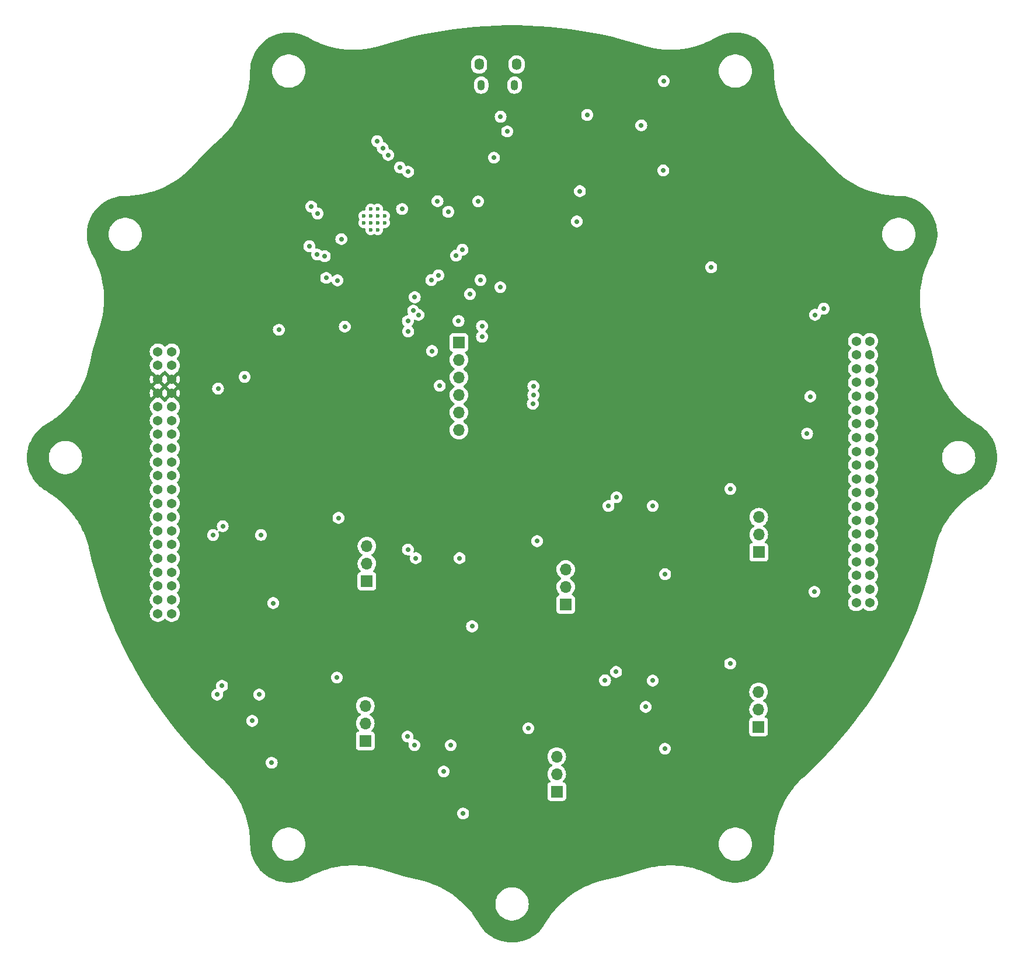
<source format=gbr>
%TF.GenerationSoftware,KiCad,Pcbnew,7.0.7*%
%TF.CreationDate,2024-02-25T10:58:23-08:00*%
%TF.ProjectId,Core-board 2,436f7265-2d62-46f6-9172-6420322e6b69,rev?*%
%TF.SameCoordinates,Original*%
%TF.FileFunction,Copper,L3,Inr*%
%TF.FilePolarity,Positive*%
%FSLAX46Y46*%
G04 Gerber Fmt 4.6, Leading zero omitted, Abs format (unit mm)*
G04 Created by KiCad (PCBNEW 7.0.7) date 2024-02-25 10:58:23*
%MOMM*%
%LPD*%
G01*
G04 APERTURE LIST*
%TA.AperFunction,ComponentPad*%
%ADD10R,1.700000X1.700000*%
%TD*%
%TA.AperFunction,ComponentPad*%
%ADD11O,1.700000X1.700000*%
%TD*%
%TA.AperFunction,HeatsinkPad*%
%ADD12C,0.600000*%
%TD*%
%TA.AperFunction,ComponentPad*%
%ADD13O,1.350000X1.700000*%
%TD*%
%TA.AperFunction,ComponentPad*%
%ADD14O,1.100000X1.500000*%
%TD*%
%TA.AperFunction,ComponentPad*%
%ADD15C,1.371600*%
%TD*%
%TA.AperFunction,ViaPad*%
%ADD16C,0.711200*%
%TD*%
G04 APERTURE END LIST*
D10*
%TO.N,/HX2_E+*%
%TO.C,J9*%
X137782500Y-110465000D03*
D11*
%TO.N,GND*%
X137782500Y-107925000D03*
%TO.N,/HX2_A+*%
X137782500Y-105385000D03*
%TD*%
D12*
%TO.N,GND*%
%TO.C,U10*%
X108535177Y-55094975D03*
X109525127Y-56084924D03*
X108535177Y-54105025D03*
X109525127Y-55094975D03*
X110515076Y-56084924D03*
X109525127Y-54105025D03*
X110515076Y-55094975D03*
X109525127Y-53115076D03*
X110515076Y-54105025D03*
X111505026Y-55094975D03*
X110515076Y-53115076D03*
X111505026Y-54105025D03*
%TD*%
D10*
%TO.N,/HX3_E+*%
%TO.C,J8*%
X165785000Y-102900000D03*
D11*
%TO.N,GND*%
X165785000Y-100360000D03*
%TO.N,/HX3_A+*%
X165785000Y-97820000D03*
%TD*%
D13*
%TO.N,GND*%
%TO.C,J3*%
X130680000Y-32120000D03*
D14*
X130370000Y-35120000D03*
X125530000Y-35120000D03*
D13*
X125220000Y-32120000D03*
%TD*%
D15*
%TO.N,+3.3V*%
%TO.C,J1*%
X78650000Y-73800000D03*
X80650000Y-73800000D03*
%TO.N,GND*%
X78650000Y-75800000D03*
X80650000Y-75800000D03*
%TO.N,+5V*%
X78650000Y-77800000D03*
X80650000Y-77800000D03*
X78650000Y-79800000D03*
X80650000Y-79800000D03*
%TO.N,GND*%
X78650000Y-81800000D03*
X80650000Y-81800000D03*
%TO.N,unconnected-(J1A-Pin_11-PadA11)*%
X78650000Y-83800000D03*
%TO.N,unconnected-(J1A-Pin_12-PadA12)*%
X80650000Y-83800000D03*
%TO.N,GND*%
X78650000Y-85800000D03*
X80650000Y-85800000D03*
%TO.N,unconnected-(J1A-Pin_15-PadA15)*%
X78650000Y-87800000D03*
%TO.N,unconnected-(J1A-Pin_16-PadA16)*%
X80650000Y-87800000D03*
%TO.N,GND*%
X78650000Y-89800000D03*
X80650000Y-89800000D03*
%TO.N,unconnected-(J1A-Pin_19-PadA19)*%
X78650000Y-91800000D03*
%TO.N,unconnected-(J1A-Pin_20-PadA20)*%
X80650000Y-91800000D03*
%TO.N,GND*%
X78650000Y-93800000D03*
X80650000Y-93800000D03*
%TO.N,unconnected-(J1A-Pin_23-PadA23)*%
X78650000Y-95800000D03*
%TO.N,unconnected-(J1A-Pin_24-PadA24)*%
X80650000Y-95800000D03*
%TO.N,GND*%
X78650000Y-97800000D03*
X80650000Y-97800000D03*
%TO.N,unconnected-(J1A-Pin_27-PadA27)*%
X78650000Y-99800000D03*
%TO.N,unconnected-(J1A-Pin_28-PadA28)*%
X80650000Y-99800000D03*
%TO.N,unconnected-(J1A-Pin_29-PadA29)*%
X78650000Y-101800000D03*
%TO.N,unconnected-(J1A-Pin_30-PadA30)*%
X80650000Y-101800000D03*
%TO.N,unconnected-(J1A-Pin_31-PadA31)*%
X78650000Y-103800000D03*
%TO.N,unconnected-(J1A-Pin_32-PadA32)*%
X80650000Y-103800000D03*
%TO.N,unconnected-(J1A-Pin_33-PadA33)*%
X78650000Y-105799900D03*
%TO.N,unconnected-(J1A-Pin_34-PadA34)*%
X80650000Y-105799900D03*
%TO.N,unconnected-(J1A-Pin_35-PadA35)*%
X78650000Y-107799900D03*
%TO.N,unconnected-(J1A-Pin_36-PadA36)*%
X80650000Y-107799900D03*
%TO.N,unconnected-(J1A-Pin_37-PadA37)*%
X78650000Y-109799900D03*
%TO.N,unconnected-(J1A-Pin_38-PadA38)*%
X80650000Y-109799900D03*
%TO.N,unconnected-(J1A-Pin_39-PadA39)*%
X78650000Y-111799900D03*
%TO.N,unconnected-(J1A-Pin_40-PadA40)*%
X80650000Y-111799900D03*
%TO.N,/I2C_SDA*%
X179920000Y-72263169D03*
%TO.N,/SPI_CLK*%
X181920000Y-72263169D03*
%TO.N,/I2C_SCL*%
X179920000Y-74263169D03*
%TO.N,/SPI_MISO*%
X181920000Y-74263169D03*
%TO.N,GND*%
X179920000Y-76263169D03*
%TO.N,/SPI_MOSI*%
X181920000Y-76263169D03*
%TO.N,/PYRO1EN*%
X179920000Y-78263169D03*
%TO.N,GND*%
X181920000Y-78263169D03*
X179920000Y-80263069D03*
%TO.N,/TC1_CS*%
X181920000Y-80263069D03*
%TO.N,/HX1_E+*%
X179920000Y-82263069D03*
%TO.N,/TC2_CS*%
X181920000Y-82263069D03*
%TO.N,GND*%
X179920000Y-84263069D03*
%TO.N,/TC3_CS*%
X181920000Y-84263069D03*
%TO.N,/HX1_A+*%
X179920000Y-86263069D03*
%TO.N,/TC4_CS*%
X181920000Y-86263069D03*
%TO.N,GND*%
X179920000Y-88263069D03*
X181920000Y-88263069D03*
%TO.N,/HX2_E+*%
X179920000Y-90263069D03*
%TO.N,/PYRO2EN*%
X181920000Y-90263069D03*
%TO.N,GND*%
X179920000Y-92263069D03*
%TO.N,/PYRO3EN*%
X181920000Y-92263069D03*
%TO.N,/HX2_A+*%
X179920000Y-94263069D03*
%TO.N,/PYRO4EN*%
X181920000Y-94263069D03*
%TO.N,GND*%
X179920000Y-96263069D03*
X181920000Y-96263069D03*
%TO.N,/HX3_E+*%
X179920000Y-98263069D03*
%TO.N,/HX5_E+*%
X181920000Y-98263069D03*
%TO.N,GND*%
X179920000Y-100263069D03*
X181920000Y-100263069D03*
%TO.N,/HX3_A+*%
X179920000Y-102263069D03*
%TO.N,/HX5_A+*%
X181920000Y-102263069D03*
%TO.N,GND*%
X179920000Y-104263069D03*
X181920000Y-104263069D03*
%TO.N,/HX4_E+*%
X179920000Y-106263069D03*
%TO.N,/HX6_E+*%
X181920000Y-106263069D03*
%TO.N,GND*%
X179920000Y-108263069D03*
X181920000Y-108263069D03*
%TO.N,/HX4_A+*%
X179920000Y-110263069D03*
%TO.N,/HX6_A+*%
X181920000Y-110263069D03*
%TD*%
D10*
%TO.N,/HX1_E+*%
%TO.C,J5*%
X108957500Y-107092000D03*
D11*
%TO.N,GND*%
X108957500Y-104552000D03*
%TO.N,/HX1_A+*%
X108957500Y-102012000D03*
%TD*%
D10*
%TO.N,/HX5_E+*%
%TO.C,J7*%
X136490000Y-137625000D03*
D11*
%TO.N,GND*%
X136490000Y-135085000D03*
%TO.N,/HX5_A+*%
X136490000Y-132545000D03*
%TD*%
D10*
%TO.N,/SPI_MOSI_BUF*%
%TO.C,J4*%
X122300000Y-72450000D03*
D11*
%TO.N,/SPI_MISO*%
X122300000Y-74990000D03*
%TO.N,/SPI_CLK_BUF*%
X122300000Y-77530000D03*
%TO.N,/SD_CS_BUF*%
X122300000Y-80070000D03*
%TO.N,+3.3V*%
X122300000Y-82610000D03*
%TO.N,GND*%
X122300000Y-85150000D03*
%TD*%
D10*
%TO.N,/HX6_E+*%
%TO.C,J2*%
X165765000Y-128240000D03*
D11*
%TO.N,GND*%
X165765000Y-125700000D03*
%TO.N,/HX6_A+*%
X165765000Y-123160000D03*
%TD*%
D10*
%TO.N,/HX4_E+*%
%TO.C,J6*%
X108725000Y-130265000D03*
D11*
%TO.N,GND*%
X108725000Y-127725000D03*
%TO.N,/HX4_A+*%
X108725000Y-125185000D03*
%TD*%
D16*
%TO.N,GND*%
X91212500Y-77457500D03*
X161640000Y-119065000D03*
X133100000Y-78815000D03*
X150410553Y-96190000D03*
X96187500Y-70625000D03*
X152190000Y-131425000D03*
X122915000Y-140810000D03*
X93350553Y-123555000D03*
X95150000Y-133450000D03*
X121115553Y-130915000D03*
X124207500Y-113650000D03*
X133657500Y-101290000D03*
X110452373Y-43250000D03*
X152210000Y-106085000D03*
X104832500Y-97917000D03*
X132365000Y-128450000D03*
X87375000Y-79145000D03*
X95382500Y-110277000D03*
X100900000Y-52750000D03*
X150390553Y-121530000D03*
X152000000Y-34550000D03*
X104600000Y-121090000D03*
X93583053Y-100382000D03*
X128350000Y-39700000D03*
X161660000Y-93725000D03*
X118400000Y-73700000D03*
X122408053Y-103755000D03*
X151950000Y-47500000D03*
%TO.N,/ESP32-S3-WROOM-1-Breakout/BOOT*%
X139850000Y-50500000D03*
X125100000Y-52000000D03*
%TO.N,/ESP32-S3-WROOM-1-Breakout/EN*%
X113750000Y-47050000D03*
X140900000Y-39450000D03*
%TO.N,/ESP32-S3-WROOM-1-Breakout/USB_D+*%
X127400000Y-45650000D03*
X120750000Y-53500000D03*
%TO.N,/ESP32-S3-WROOM-1-Breakout/USB_D-*%
X119200000Y-51950000D03*
X129300000Y-41850000D03*
%TO.N,+5V*%
X93857500Y-106987000D03*
X150665000Y-128135000D03*
X87075000Y-83705000D03*
X150685000Y-102795000D03*
X133400000Y-44650000D03*
X121390000Y-137520000D03*
X93625000Y-130160000D03*
X122682500Y-110360000D03*
%TO.N,+3.3V*%
X149380000Y-125340000D03*
X120105000Y-134725000D03*
X148750000Y-40950000D03*
X92340000Y-127365000D03*
X101800000Y-53750000D03*
%TO.N,/I2C_SDA*%
X122250000Y-69350000D03*
X114900000Y-69350000D03*
%TO.N,/SPI_CLK*%
X119350000Y-62700000D03*
X116422700Y-68450000D03*
%TO.N,/I2C_SCL*%
X173950000Y-68450000D03*
%TO.N,/SPI_MISO*%
X125650000Y-70086100D03*
X125650000Y-71650000D03*
X123889448Y-65450000D03*
%TO.N,/SPI_MOSI*%
X175200000Y-67550000D03*
X118300000Y-63400000D03*
X115674936Y-67840493D03*
%TO.N,/PYRO1EN*%
X158900000Y-61550000D03*
%TO.N,/TC1_CS*%
X111248424Y-44250000D03*
%TO.N,/TC2_CS*%
X112050000Y-45250000D03*
%TO.N,/TC3_CS*%
X114950000Y-47700000D03*
%TO.N,/HX1_A+*%
X173250000Y-80300000D03*
%TO.N,/TC4_CS*%
X139400000Y-54900000D03*
%TO.N,/PYRO2EN*%
X122827601Y-59000000D03*
X128300000Y-64450000D03*
%TO.N,/PYRO3EN*%
X125431550Y-63400000D03*
X121900000Y-59850000D03*
%TO.N,/HX2_A+*%
X172800000Y-85700000D03*
%TO.N,/HX4_A+*%
X173850000Y-108650000D03*
%TO.N,/SPI_CLK_BUF*%
X119521998Y-78736998D03*
X133100000Y-80065000D03*
%TO.N,/SD_CS_BUF*%
X133020000Y-81345000D03*
%TO.N,/SD_CS*%
X115900000Y-65900000D03*
X114050000Y-53100000D03*
%TO.N,/HX_CLK*%
X87950000Y-122285000D03*
X88050000Y-99112000D03*
X145150000Y-94920000D03*
X114900000Y-102500000D03*
X145100000Y-120260000D03*
X105750000Y-70150000D03*
X114950000Y-70850000D03*
X114850000Y-129645000D03*
%TO.N,/HX6_DT*%
X104700000Y-63450000D03*
X143500000Y-121500000D03*
%TO.N,/HX1_DT*%
X86650000Y-100400000D03*
X100600000Y-58500000D03*
%TO.N,/HX2_DT*%
X101750000Y-59700000D03*
X116050000Y-103755000D03*
%TO.N,/HX3_DT*%
X144000000Y-96200000D03*
X102850000Y-59950000D03*
%TO.N,/HX4_DT*%
X87250000Y-123555000D03*
X105250000Y-57450000D03*
%TO.N,/HX5_DT*%
X115850000Y-130915000D03*
X103050000Y-63100000D03*
%TD*%
%TA.AperFunction,Conductor*%
%TO.N,+5V*%
G36*
X79217340Y-80015027D02*
G01*
X79228371Y-80024818D01*
X79648933Y-80445380D01*
X79651065Y-80445380D01*
X80069690Y-80026755D01*
X80131013Y-79993270D01*
X80200704Y-79998254D01*
X80254317Y-80037123D01*
X80335510Y-80138935D01*
X80335513Y-80138938D01*
X80407541Y-80188045D01*
X80451843Y-80242074D01*
X80459903Y-80311477D01*
X80429160Y-80374220D01*
X80425371Y-80378180D01*
X80000666Y-80802885D01*
X79978264Y-80820630D01*
X79932032Y-80849256D01*
X79932031Y-80849257D01*
X79769559Y-80997369D01*
X79748954Y-81024655D01*
X79692845Y-81066291D01*
X79623133Y-81070982D01*
X79561951Y-81037240D01*
X79551046Y-81024655D01*
X79530440Y-80997369D01*
X79367968Y-80849257D01*
X79367967Y-80849256D01*
X79321732Y-80820628D01*
X79299330Y-80802883D01*
X78877451Y-80381004D01*
X78843966Y-80319681D01*
X78848950Y-80249989D01*
X78890822Y-80194056D01*
X78908995Y-80183020D01*
X78910455Y-80182025D01*
X78910455Y-80182024D01*
X78910459Y-80182023D01*
X79011491Y-80088279D01*
X79033304Y-80050498D01*
X79083868Y-80002284D01*
X79152475Y-79989060D01*
X79217340Y-80015027D01*
G37*
%TD.AperFunction*%
%TA.AperFunction,Conductor*%
G36*
X79217340Y-78015027D02*
G01*
X79228371Y-78024818D01*
X79648933Y-78445380D01*
X79651065Y-78445380D01*
X80069690Y-78026755D01*
X80131013Y-77993270D01*
X80200704Y-77998254D01*
X80254317Y-78037123D01*
X80335510Y-78138935D01*
X80335513Y-78138938D01*
X80407541Y-78188045D01*
X80451843Y-78242074D01*
X80459903Y-78311477D01*
X80429160Y-78374220D01*
X80425371Y-78378180D01*
X80005724Y-78797826D01*
X80005724Y-78802171D01*
X80422548Y-79218995D01*
X80456033Y-79280318D01*
X80451049Y-79350010D01*
X80409177Y-79405943D01*
X80391002Y-79416980D01*
X80389544Y-79417974D01*
X80288509Y-79511721D01*
X80288504Y-79511727D01*
X80266695Y-79549501D01*
X80216128Y-79597716D01*
X80147520Y-79610938D01*
X80082656Y-79584970D01*
X80071628Y-79575181D01*
X79651065Y-79154618D01*
X79648932Y-79154618D01*
X79230308Y-79573243D01*
X79168985Y-79606728D01*
X79099294Y-79601744D01*
X79045680Y-79562875D01*
X78995785Y-79500309D01*
X78964487Y-79461063D01*
X78964486Y-79461062D01*
X78964485Y-79461061D01*
X78964484Y-79461060D01*
X78892456Y-79411952D01*
X78848154Y-79357923D01*
X78840096Y-79288520D01*
X78870838Y-79225777D01*
X78874627Y-79221818D01*
X79294269Y-78802175D01*
X79294269Y-78797821D01*
X78877451Y-78381004D01*
X78843966Y-78319681D01*
X78848950Y-78249990D01*
X78890821Y-78194056D01*
X78908996Y-78183020D01*
X78910455Y-78182025D01*
X78910455Y-78182024D01*
X78910459Y-78182023D01*
X79011491Y-78088279D01*
X79033304Y-78050498D01*
X79083868Y-78002284D01*
X79152475Y-77989060D01*
X79217340Y-78015027D01*
G37*
%TD.AperFunction*%
%TA.AperFunction,Conductor*%
G36*
X79738048Y-76562758D02*
G01*
X79748948Y-76575337D01*
X79769558Y-76602629D01*
X79932032Y-76750743D01*
X79932037Y-76750746D01*
X79932040Y-76750748D01*
X79978264Y-76779369D01*
X80000668Y-76797115D01*
X80422548Y-77218995D01*
X80456033Y-77280318D01*
X80451049Y-77350010D01*
X80409177Y-77405943D01*
X80391002Y-77416980D01*
X80389544Y-77417974D01*
X80288509Y-77511721D01*
X80288504Y-77511727D01*
X80266695Y-77549501D01*
X80216128Y-77597716D01*
X80147520Y-77610938D01*
X80082656Y-77584970D01*
X80071628Y-77575181D01*
X79651065Y-77154618D01*
X79648932Y-77154618D01*
X79230308Y-77573243D01*
X79168985Y-77606728D01*
X79099294Y-77601744D01*
X79045680Y-77562875D01*
X78964485Y-77461061D01*
X78964484Y-77461060D01*
X78892456Y-77411952D01*
X78848154Y-77357923D01*
X78840096Y-77288520D01*
X78870838Y-77225777D01*
X78874627Y-77221818D01*
X79299331Y-76797114D01*
X79321726Y-76779374D01*
X79367968Y-76750743D01*
X79530442Y-76602629D01*
X79551046Y-76575343D01*
X79607153Y-76533709D01*
X79676865Y-76529016D01*
X79738048Y-76562758D01*
G37*
%TD.AperFunction*%
%TA.AperFunction,Conductor*%
G36*
X132323388Y-26459620D02*
G01*
X133866046Y-26535630D01*
X135406367Y-26649589D01*
X136943416Y-26801427D01*
X138476262Y-26991051D01*
X140003976Y-27218347D01*
X141525632Y-27483178D01*
X143040309Y-27785382D01*
X144547089Y-28124777D01*
X146045058Y-28501156D01*
X147533310Y-28914293D01*
X149010021Y-29363655D01*
X149010937Y-29363946D01*
X149010937Y-29363947D01*
X149337467Y-29467723D01*
X150000418Y-29641109D01*
X150328253Y-29708899D01*
X150671478Y-29779872D01*
X151348808Y-29883631D01*
X151348818Y-29883632D01*
X152030636Y-29952117D01*
X152715089Y-29985140D01*
X152715094Y-29985139D01*
X152715095Y-29985140D01*
X152715096Y-29985140D01*
X153400340Y-29982611D01*
X154084525Y-29944538D01*
X154765820Y-29871023D01*
X155442381Y-29762265D01*
X155442382Y-29762265D01*
X156112396Y-29618554D01*
X156112397Y-29618554D01*
X156774038Y-29440284D01*
X156774039Y-29440284D01*
X157425565Y-29227922D01*
X157808709Y-29080641D01*
X158065178Y-28982055D01*
X158691183Y-28703335D01*
X159301885Y-28392517D01*
X159598761Y-28221472D01*
X159598762Y-28221471D01*
X159598762Y-28221472D01*
X159995412Y-28013738D01*
X159999891Y-28011619D01*
X160407648Y-27838278D01*
X160409646Y-27837428D01*
X160414308Y-27835665D01*
X160836742Y-27694983D01*
X160841511Y-27693605D01*
X161273915Y-27587331D01*
X161278754Y-27586347D01*
X161718310Y-27515181D01*
X161723206Y-27514589D01*
X162167060Y-27478993D01*
X162172023Y-27478796D01*
X162617281Y-27478998D01*
X162622221Y-27479200D01*
X163065844Y-27515185D01*
X163066017Y-27515199D01*
X163070968Y-27515801D01*
X163510427Y-27587361D01*
X163515298Y-27588358D01*
X163947570Y-27695015D01*
X163952363Y-27696405D01*
X164218729Y-27785382D01*
X164374660Y-27837469D01*
X164379308Y-27839232D01*
X164786087Y-28012594D01*
X164788905Y-28013795D01*
X164793413Y-28015934D01*
X164888258Y-28065717D01*
X165187639Y-28222856D01*
X165191953Y-28225346D01*
X165568283Y-28463302D01*
X165572382Y-28466132D01*
X165928341Y-28733558D01*
X165932207Y-28736713D01*
X166265534Y-29031908D01*
X166269120Y-29035351D01*
X166436539Y-29209565D01*
X166577626Y-29356379D01*
X166580936Y-29360114D01*
X166740551Y-29555477D01*
X166862640Y-29704911D01*
X166865628Y-29708886D01*
X167118692Y-30075204D01*
X167121355Y-30079412D01*
X167344159Y-30464910D01*
X167346481Y-30469328D01*
X167537552Y-30871449D01*
X167539511Y-30876039D01*
X167697649Y-31292257D01*
X167699232Y-31296990D01*
X167823387Y-31724544D01*
X167824585Y-31729389D01*
X167913969Y-32165564D01*
X167914774Y-32170489D01*
X167968800Y-32612429D01*
X167969206Y-32617403D01*
X167987554Y-33062873D01*
X167987556Y-33064748D01*
X167987555Y-33064748D01*
X167987865Y-33407372D01*
X167987865Y-33407380D01*
X168024042Y-34091668D01*
X168095667Y-34773145D01*
X168095667Y-34773146D01*
X168202553Y-35450026D01*
X168207919Y-35475384D01*
X168344404Y-36120425D01*
X168412395Y-36375583D01*
X168520842Y-36782568D01*
X168731391Y-37434663D01*
X168731391Y-37434662D01*
X168975486Y-38074965D01*
X169252475Y-38701754D01*
X169374935Y-38944025D01*
X169561593Y-39313303D01*
X169902025Y-39908005D01*
X169932895Y-39955975D01*
X170272849Y-40484248D01*
X170356046Y-40599876D01*
X170673067Y-41040476D01*
X170673069Y-41040479D01*
X170773185Y-41165402D01*
X171101601Y-41575194D01*
X171101610Y-41575204D01*
X171101609Y-41575203D01*
X171557292Y-42086959D01*
X171557293Y-42086959D01*
X171557296Y-42086962D01*
X172038927Y-42574402D01*
X172258868Y-42775018D01*
X172292064Y-42805298D01*
X173136111Y-43589521D01*
X173821299Y-44249997D01*
X173965616Y-44389109D01*
X174780300Y-45203793D01*
X175579888Y-46033298D01*
X176363049Y-46876203D01*
X176530961Y-47060290D01*
X176594978Y-47130474D01*
X176594995Y-47130492D01*
X176594995Y-47130493D01*
X177082425Y-47612119D01*
X177082425Y-47612118D01*
X177082432Y-47612125D01*
X177430127Y-47921726D01*
X177594201Y-48067824D01*
X178128905Y-48496350D01*
X178128906Y-48496350D01*
X178128913Y-48496355D01*
X178128918Y-48496359D01*
X178211945Y-48556099D01*
X178685146Y-48896579D01*
X179261398Y-49267410D01*
X179436557Y-49367678D01*
X179856093Y-49607838D01*
X180146268Y-49754511D01*
X180467643Y-49916955D01*
X180467651Y-49916958D01*
X180467656Y-49916961D01*
X180727025Y-50031580D01*
X181094434Y-50193944D01*
X181734733Y-50438036D01*
X182386835Y-50648585D01*
X183048974Y-50825020D01*
X183048973Y-50825019D01*
X183048980Y-50825021D01*
X183719388Y-50966870D01*
X184396251Y-51073749D01*
X184396257Y-51073749D01*
X184396266Y-51073751D01*
X185077744Y-51145371D01*
X185762053Y-51181544D01*
X185762052Y-51181544D01*
X186015754Y-51181771D01*
X186024372Y-51181779D01*
X186024380Y-51181780D01*
X186038784Y-51181792D01*
X186038785Y-51181793D01*
X186102564Y-51181849D01*
X186103138Y-51181850D01*
X186103179Y-51181850D01*
X186104666Y-51181852D01*
X186104677Y-51181852D01*
X186104752Y-51181855D01*
X186105723Y-51182141D01*
X186107225Y-51181957D01*
X186149244Y-51183686D01*
X186552054Y-51200264D01*
X186556975Y-51200666D01*
X186998942Y-51254683D01*
X187003850Y-51255484D01*
X187419386Y-51340627D01*
X187440021Y-51344856D01*
X187444866Y-51346053D01*
X187872454Y-51470208D01*
X187877167Y-51471784D01*
X188293383Y-51629911D01*
X188297965Y-51631866D01*
X188700120Y-51822945D01*
X188704522Y-51825259D01*
X189090016Y-52048053D01*
X189094231Y-52050721D01*
X189279892Y-52178977D01*
X189460545Y-52303773D01*
X189464534Y-52306773D01*
X189809332Y-52588471D01*
X189813066Y-52591782D01*
X189867301Y-52643900D01*
X190134084Y-52900273D01*
X190137534Y-52903866D01*
X190432722Y-53237181D01*
X190435878Y-53241047D01*
X190703312Y-53597017D01*
X190706146Y-53601124D01*
X190944089Y-53977429D01*
X190946584Y-53981751D01*
X191011286Y-54105021D01*
X191153510Y-54375986D01*
X191155644Y-54380484D01*
X191330199Y-54790069D01*
X191331969Y-54794735D01*
X191473031Y-55217028D01*
X191474420Y-55221822D01*
X191519856Y-55405975D01*
X191581075Y-55654102D01*
X191582072Y-55658979D01*
X191653624Y-56098415D01*
X191654227Y-56103369D01*
X191690218Y-56547139D01*
X191690421Y-56552125D01*
X191690616Y-56997356D01*
X191690417Y-57002343D01*
X191654817Y-57446140D01*
X191654219Y-57451095D01*
X191583051Y-57890607D01*
X191582055Y-57895497D01*
X191475782Y-58327861D01*
X191474397Y-58332655D01*
X191333712Y-58755062D01*
X191331946Y-58759729D01*
X191157750Y-59169466D01*
X191155614Y-59173977D01*
X190947073Y-59572140D01*
X190776890Y-59867523D01*
X190643826Y-60128974D01*
X190466074Y-60478228D01*
X190249948Y-60963650D01*
X190187360Y-61104227D01*
X190187357Y-61104233D01*
X190084805Y-61371022D01*
X189941490Y-61743852D01*
X189872828Y-61954511D01*
X189729135Y-62395367D01*
X189729134Y-62395371D01*
X189729132Y-62395378D01*
X189550864Y-63057014D01*
X189407155Y-63727028D01*
X189298398Y-64403588D01*
X189298398Y-64403589D01*
X189224884Y-65084885D01*
X189224884Y-65084884D01*
X189189486Y-65721026D01*
X189186812Y-65769075D01*
X189184283Y-66454319D01*
X189217306Y-67138771D01*
X189274132Y-67704511D01*
X189285792Y-67820598D01*
X189389551Y-68497928D01*
X189433464Y-68710290D01*
X189528313Y-69168987D01*
X189676601Y-69735975D01*
X189701698Y-69831937D01*
X189785517Y-70095671D01*
X189805436Y-70158350D01*
X190144327Y-71259648D01*
X190308141Y-71828977D01*
X190462908Y-72366864D01*
X190761103Y-73479743D01*
X191038815Y-74597909D01*
X191295905Y-75720801D01*
X191295946Y-75720985D01*
X191295946Y-75720986D01*
X191295946Y-75720987D01*
X191302455Y-75750668D01*
X191310883Y-75789101D01*
X191310956Y-75789353D01*
X191363399Y-76028493D01*
X191369355Y-76055653D01*
X191448707Y-76344855D01*
X191550671Y-76716471D01*
X191766023Y-77366994D01*
X191766023Y-77366995D01*
X191772425Y-77383424D01*
X192014838Y-78005486D01*
X192296436Y-78630200D01*
X192610062Y-79239465D01*
X192768594Y-79511727D01*
X192954871Y-79831639D01*
X193312312Y-80378180D01*
X193329937Y-80405130D01*
X193569916Y-80733519D01*
X193734243Y-80958384D01*
X193734243Y-80958385D01*
X194127371Y-81441575D01*
X194166715Y-81489933D01*
X194626175Y-81998324D01*
X195111382Y-82482191D01*
X195111381Y-82482191D01*
X195168704Y-82533709D01*
X195621050Y-82940246D01*
X196153787Y-83371240D01*
X196153795Y-83371246D01*
X196153799Y-83371249D01*
X196314114Y-83487724D01*
X196708166Y-83774018D01*
X197282692Y-84147494D01*
X197425954Y-84230379D01*
X197506478Y-84276967D01*
X197522223Y-84286076D01*
X197522224Y-84286077D01*
X197579258Y-84319075D01*
X197957470Y-84558710D01*
X197961558Y-84561536D01*
X198317293Y-84829307D01*
X198321130Y-84832444D01*
X198584028Y-85065700D01*
X198654174Y-85127937D01*
X198657771Y-85131397D01*
X198965980Y-85452709D01*
X198969287Y-85456446D01*
X199115622Y-85635892D01*
X199250670Y-85801499D01*
X199253652Y-85805472D01*
X199386555Y-85998233D01*
X199506376Y-86172022D01*
X199509041Y-86176241D01*
X199731485Y-86561935D01*
X199733803Y-86566355D01*
X199924508Y-86968659D01*
X199926463Y-86973251D01*
X200084210Y-87389595D01*
X200085789Y-87394330D01*
X200209554Y-87822016D01*
X200210748Y-87826861D01*
X200299727Y-88263101D01*
X200300527Y-88268027D01*
X200354145Y-88710004D01*
X200354546Y-88714978D01*
X200372459Y-89159854D01*
X200372459Y-89164844D01*
X200354546Y-89609710D01*
X200354145Y-89614684D01*
X200300526Y-90056681D01*
X200299726Y-90061604D01*
X200213983Y-90481982D01*
X200210750Y-90497833D01*
X200209556Y-90502679D01*
X200085788Y-90930372D01*
X200084209Y-90935106D01*
X199926465Y-91351442D01*
X199924510Y-91356034D01*
X199733801Y-91758348D01*
X199731483Y-91762768D01*
X199509041Y-92148458D01*
X199506376Y-92152677D01*
X199253662Y-92519214D01*
X199250666Y-92523206D01*
X198969288Y-92868252D01*
X198965981Y-92871989D01*
X198657771Y-93193301D01*
X198654175Y-93196761D01*
X198321140Y-93492246D01*
X198317280Y-93495402D01*
X197961560Y-93763160D01*
X197957467Y-93765990D01*
X197861451Y-93826827D01*
X197579278Y-94005611D01*
X197579242Y-94005632D01*
X197523432Y-94037922D01*
X197282691Y-94177206D01*
X196708166Y-94550683D01*
X196708159Y-94550688D01*
X196708158Y-94550688D01*
X196365010Y-94800000D01*
X196153789Y-94953461D01*
X195621052Y-95384456D01*
X195287729Y-95684025D01*
X195122311Y-95832692D01*
X195111391Y-95842506D01*
X194626177Y-96326378D01*
X194169287Y-96831927D01*
X194166713Y-96834775D01*
X193734245Y-97366317D01*
X193537252Y-97635884D01*
X193329939Y-97919571D01*
X193329938Y-97919572D01*
X192968456Y-98472290D01*
X192954872Y-98493060D01*
X192610060Y-99085233D01*
X192610057Y-99085239D01*
X192610056Y-99085239D01*
X192354695Y-99581313D01*
X192302777Y-99682171D01*
X192296431Y-99694498D01*
X192014831Y-100319211D01*
X191766018Y-100957689D01*
X191550661Y-101608216D01*
X191433424Y-102035486D01*
X191369339Y-102269042D01*
X191308239Y-102547652D01*
X191308238Y-102547657D01*
X191295951Y-102603683D01*
X190986995Y-103933974D01*
X190946532Y-104108200D01*
X190560193Y-105603631D01*
X190137163Y-107089101D01*
X189677697Y-108563708D01*
X189182075Y-110026559D01*
X188650597Y-111476767D01*
X188083584Y-112913454D01*
X187481381Y-114335750D01*
X186844352Y-115742792D01*
X186546421Y-116359951D01*
X186172883Y-117133728D01*
X185467381Y-118507716D01*
X184728273Y-119863921D01*
X183956008Y-121201524D01*
X183151053Y-122519713D01*
X182313896Y-123817689D01*
X181445045Y-125094666D01*
X180545025Y-126349871D01*
X179614383Y-127582542D01*
X178653681Y-128791933D01*
X177663503Y-129977311D01*
X176644448Y-131137958D01*
X175597134Y-132273170D01*
X174522195Y-133382260D01*
X173420282Y-134464555D01*
X172294175Y-135517425D01*
X172052186Y-135738151D01*
X172038902Y-135750269D01*
X171557270Y-136237710D01*
X171557267Y-136237713D01*
X171557266Y-136237713D01*
X171397219Y-136417455D01*
X171101574Y-136749479D01*
X170773140Y-137159295D01*
X170673032Y-137284208D01*
X170272821Y-137840429D01*
X169901997Y-138416673D01*
X169561575Y-139011362D01*
X169561574Y-139011362D01*
X169252443Y-139622944D01*
X169252442Y-139622945D01*
X168975465Y-140249714D01*
X168975463Y-140249719D01*
X168731371Y-140890020D01*
X168520823Y-141542122D01*
X168344388Y-142204268D01*
X168202539Y-142874676D01*
X168095660Y-143551539D01*
X168095658Y-143551554D01*
X168024037Y-144233032D01*
X167987864Y-144917342D01*
X167987864Y-144917341D01*
X167987562Y-145254824D01*
X167987556Y-145259964D01*
X167969135Y-145707297D01*
X167968730Y-145712271D01*
X167914707Y-146154211D01*
X167913903Y-146159136D01*
X167824523Y-146595308D01*
X167823325Y-146600153D01*
X167699173Y-147027707D01*
X167697590Y-147032439D01*
X167539461Y-147448645D01*
X167537502Y-147453235D01*
X167346424Y-147855377D01*
X167344103Y-147859795D01*
X167121312Y-148245272D01*
X167118643Y-148249489D01*
X166865587Y-148615803D01*
X166862587Y-148619792D01*
X166580894Y-148964579D01*
X166577584Y-148968314D01*
X166269086Y-149289337D01*
X166265486Y-149292793D01*
X165932178Y-149587974D01*
X165928312Y-149591130D01*
X165572343Y-149858565D01*
X165568235Y-149861399D01*
X165191936Y-150099338D01*
X165187614Y-150101833D01*
X164793376Y-150308763D01*
X164788867Y-150310903D01*
X164379305Y-150485452D01*
X164374639Y-150487222D01*
X163952329Y-150628292D01*
X163947536Y-150629682D01*
X163515289Y-150736334D01*
X163510399Y-150737334D01*
X163070952Y-150808893D01*
X163065998Y-150809496D01*
X162622230Y-150845494D01*
X162617244Y-150845697D01*
X162172014Y-150845899D01*
X162167028Y-150845701D01*
X161978934Y-150830616D01*
X161723220Y-150810108D01*
X161718275Y-150809510D01*
X161592688Y-150789177D01*
X161278775Y-150738354D01*
X161273884Y-150737359D01*
X160841506Y-150631092D01*
X160836711Y-150629707D01*
X160414314Y-150489036D01*
X160409647Y-150487270D01*
X159999889Y-150313079D01*
X159995391Y-150310950D01*
X159695831Y-150154064D01*
X159598759Y-150103225D01*
X159579300Y-150092014D01*
X159541668Y-150070333D01*
X159541667Y-150070332D01*
X159538295Y-150068390D01*
X159538244Y-150068365D01*
X159444806Y-150014531D01*
X159301882Y-149932186D01*
X158921767Y-149738728D01*
X158691178Y-149621370D01*
X158200331Y-149402829D01*
X158065179Y-149342655D01*
X158065178Y-149342655D01*
X158065174Y-149342653D01*
X157808701Y-149244065D01*
X157425561Y-149096787D01*
X157213939Y-149027811D01*
X156774040Y-148884430D01*
X156672190Y-148856988D01*
X156112394Y-148706159D01*
X155442379Y-148562449D01*
X154765820Y-148453692D01*
X154765819Y-148453692D01*
X154084524Y-148380178D01*
X153400340Y-148342105D01*
X152715098Y-148339576D01*
X152715097Y-148339576D01*
X152715090Y-148339576D01*
X152030638Y-148372598D01*
X151363908Y-148439567D01*
X151348811Y-148441084D01*
X150671481Y-148544842D01*
X150345936Y-148612158D01*
X150000422Y-148683604D01*
X149337472Y-148856988D01*
X149337471Y-148856988D01*
X149069960Y-148942006D01*
X149069951Y-148942009D01*
X149033448Y-148953610D01*
X149010941Y-148960763D01*
X147943223Y-149289321D01*
X147909761Y-149299618D01*
X146802545Y-149618198D01*
X145689667Y-149916394D01*
X144571500Y-150194105D01*
X143448869Y-150451136D01*
X143380303Y-150466173D01*
X143379870Y-150466297D01*
X143113763Y-150524653D01*
X142452941Y-150705969D01*
X141802418Y-150921321D01*
X141802417Y-150921321D01*
X141676009Y-150970581D01*
X141163926Y-151170135D01*
X140919811Y-151280172D01*
X140539213Y-151451731D01*
X140539214Y-151451731D01*
X140539212Y-151451732D01*
X139929947Y-151765358D01*
X139703345Y-151897303D01*
X139337773Y-152110166D01*
X138764292Y-152485225D01*
X138764286Y-152485229D01*
X138764282Y-152485232D01*
X138579833Y-152620022D01*
X138211027Y-152889537D01*
X137679485Y-153322002D01*
X137338393Y-153630264D01*
X137171087Y-153781467D01*
X136687220Y-154266674D01*
X136687220Y-154266673D01*
X136687214Y-154266680D01*
X136229164Y-154776341D01*
X135798171Y-155309076D01*
X135395397Y-155863447D01*
X135395397Y-155863448D01*
X135021916Y-156437978D01*
X135021916Y-156437979D01*
X134850329Y-156734553D01*
X134610708Y-157112745D01*
X134607869Y-157116850D01*
X134340111Y-157472570D01*
X134336951Y-157476434D01*
X134041471Y-157809463D01*
X134038011Y-157813060D01*
X133716699Y-158121269D01*
X133712961Y-158124576D01*
X133367916Y-158405953D01*
X133363924Y-158408949D01*
X132997386Y-158661664D01*
X132993167Y-158664329D01*
X132607478Y-158886771D01*
X132603058Y-158889089D01*
X132200744Y-159079798D01*
X132196152Y-159081753D01*
X131779816Y-159239497D01*
X131775082Y-159241076D01*
X131347389Y-159364844D01*
X131342543Y-159366038D01*
X130906307Y-159455015D01*
X130901384Y-159455814D01*
X130701599Y-159480051D01*
X130459405Y-159509433D01*
X130454431Y-159509834D01*
X130009555Y-159527747D01*
X130004565Y-159527747D01*
X129559688Y-159509834D01*
X129554714Y-159509433D01*
X129487054Y-159501224D01*
X129112731Y-159455813D01*
X129107814Y-159455015D01*
X128671569Y-159366036D01*
X128666730Y-159364844D01*
X128239037Y-159241076D01*
X128234303Y-159239497D01*
X127817967Y-159081753D01*
X127813375Y-159079798D01*
X127411061Y-158889089D01*
X127406641Y-158886771D01*
X127020952Y-158664329D01*
X127016733Y-158661664D01*
X126650195Y-158408949D01*
X126646203Y-158405953D01*
X126301158Y-158124576D01*
X126297420Y-158121269D01*
X125976108Y-157813060D01*
X125972648Y-157809463D01*
X125677155Y-157476419D01*
X125674018Y-157472582D01*
X125406247Y-157116847D01*
X125403421Y-157112759D01*
X125163973Y-156734841D01*
X125163799Y-156734539D01*
X124992219Y-156437972D01*
X124618742Y-155863446D01*
X124245022Y-155349062D01*
X124215973Y-155309079D01*
X124215970Y-155309075D01*
X124215964Y-155309067D01*
X123784969Y-154776329D01*
X123436315Y-154388389D01*
X123326922Y-154266670D01*
X123326923Y-154266671D01*
X123224059Y-154163522D01*
X122993531Y-153932354D01*
X127596804Y-153932354D01*
X127615808Y-154234423D01*
X127615809Y-154234430D01*
X127672528Y-154531759D01*
X127737232Y-154730897D01*
X127766061Y-154819623D01*
X127894937Y-155093499D01*
X127894939Y-155093502D01*
X127894940Y-155093504D01*
X128057118Y-155349057D01*
X128057121Y-155349061D01*
X128057122Y-155349062D01*
X128250059Y-155582283D01*
X128345921Y-155672303D01*
X128470703Y-155789481D01*
X128470713Y-155789489D01*
X128715568Y-155967387D01*
X128715573Y-155967389D01*
X128715580Y-155967395D01*
X128980823Y-156113214D01*
X128980828Y-156113216D01*
X128980830Y-156113217D01*
X128980831Y-156113218D01*
X129262246Y-156224638D01*
X129262249Y-156224639D01*
X129555419Y-156299912D01*
X129555423Y-156299913D01*
X129618420Y-156307871D01*
X129855707Y-156337848D01*
X129855716Y-156337848D01*
X129855719Y-156337849D01*
X129855721Y-156337849D01*
X130158399Y-156337849D01*
X130158401Y-156337849D01*
X130158404Y-156337848D01*
X130158412Y-156337848D01*
X130337599Y-156315211D01*
X130458697Y-156299913D01*
X130751870Y-156224639D01*
X130751873Y-156224638D01*
X131033288Y-156113218D01*
X131033289Y-156113217D01*
X131033287Y-156113217D01*
X131033297Y-156113214D01*
X131298540Y-155967395D01*
X131543415Y-155789483D01*
X131764061Y-155582283D01*
X131956998Y-155349062D01*
X132119183Y-155093499D01*
X132248059Y-154819623D01*
X132341593Y-154531755D01*
X132398310Y-154234434D01*
X132417316Y-153932349D01*
X132407822Y-153781452D01*
X132398311Y-153630274D01*
X132398310Y-153630267D01*
X132398310Y-153630264D01*
X132341593Y-153332943D01*
X132248059Y-153045075D01*
X132119183Y-152771199D01*
X132071481Y-152696034D01*
X131957001Y-152515640D01*
X131942849Y-152498533D01*
X131764061Y-152282415D01*
X131543415Y-152075215D01*
X131543412Y-152075213D01*
X131543406Y-152075208D01*
X131298551Y-151897310D01*
X131298544Y-151897305D01*
X131298540Y-151897303D01*
X131033297Y-151751484D01*
X131033294Y-151751482D01*
X131033289Y-151751480D01*
X131033288Y-151751479D01*
X130751873Y-151640059D01*
X130751870Y-151640058D01*
X130458700Y-151564785D01*
X130458687Y-151564783D01*
X130158412Y-151526849D01*
X130158401Y-151526849D01*
X129855719Y-151526849D01*
X129855707Y-151526849D01*
X129555432Y-151564783D01*
X129555419Y-151564785D01*
X129262249Y-151640058D01*
X129262246Y-151640059D01*
X128980831Y-151751479D01*
X128980830Y-151751480D01*
X128715580Y-151897303D01*
X128715568Y-151897310D01*
X128470713Y-152075208D01*
X128470703Y-152075216D01*
X128250061Y-152282413D01*
X128057118Y-152515640D01*
X127894940Y-152771193D01*
X127894937Y-152771197D01*
X127894937Y-152771199D01*
X127839249Y-152889542D01*
X127766060Y-153045077D01*
X127672528Y-153332938D01*
X127615809Y-153630267D01*
X127615808Y-153630274D01*
X127596804Y-153932343D01*
X127596804Y-153932354D01*
X122993531Y-153932354D01*
X122843046Y-153781452D01*
X122505405Y-153476309D01*
X122334659Y-153321997D01*
X122334654Y-153321993D01*
X121803111Y-152889525D01*
X121803105Y-152889520D01*
X121803104Y-152889520D01*
X121249849Y-152485213D01*
X121249848Y-152485212D01*
X120676358Y-152110146D01*
X120232072Y-151851449D01*
X120084184Y-151765337D01*
X119474918Y-151451710D01*
X119424594Y-151429026D01*
X119146386Y-151303620D01*
X118850204Y-151170112D01*
X118211722Y-150921300D01*
X118211717Y-150921298D01*
X118211711Y-150921296D01*
X117561187Y-150705943D01*
X117270809Y-150626269D01*
X116900369Y-150524627D01*
X116594153Y-150457475D01*
X116565726Y-150451240D01*
X115442620Y-150194102D01*
X114324454Y-149916391D01*
X113211575Y-149618195D01*
X112104359Y-149299616D01*
X111002907Y-148960676D01*
X110936579Y-148939597D01*
X110936513Y-148939580D01*
X110676648Y-148856991D01*
X110013699Y-148683604D01*
X109668179Y-148612156D01*
X109342640Y-148544840D01*
X108665310Y-148441080D01*
X108650167Y-148439558D01*
X107983482Y-148372593D01*
X107299030Y-148339570D01*
X107299023Y-148339570D01*
X106613779Y-148342097D01*
X105929594Y-148380169D01*
X105929595Y-148380169D01*
X105248301Y-148453683D01*
X104571740Y-148562441D01*
X104571739Y-148562441D01*
X103901724Y-148706150D01*
X103341897Y-148856988D01*
X103240077Y-148884422D01*
X102800178Y-149027803D01*
X102588556Y-149096780D01*
X102205415Y-149244058D01*
X101948943Y-149342646D01*
X101813772Y-149402829D01*
X101322948Y-149621360D01*
X101322949Y-149621360D01*
X101322938Y-149621365D01*
X100970102Y-149800940D01*
X100712243Y-149932178D01*
X100712236Y-149932181D01*
X100712236Y-149932182D01*
X100460544Y-150077193D01*
X100448133Y-150084343D01*
X100415365Y-150103222D01*
X100018738Y-150310941D01*
X100014228Y-150313077D01*
X99604490Y-150487256D01*
X99599822Y-150489022D01*
X99177395Y-150629701D01*
X99172601Y-150631086D01*
X98740240Y-150737346D01*
X98735350Y-150738341D01*
X98295847Y-150809497D01*
X98290898Y-150810095D01*
X98023052Y-150831575D01*
X97847096Y-150845686D01*
X97842109Y-150845884D01*
X97396880Y-150845680D01*
X97391893Y-150845477D01*
X96948125Y-150809478D01*
X96943171Y-150808875D01*
X96503725Y-150737315D01*
X96498836Y-150736315D01*
X96225564Y-150668888D01*
X96066585Y-150629661D01*
X96061797Y-150628273D01*
X95639488Y-150487203D01*
X95634822Y-150485433D01*
X95589921Y-150466297D01*
X95225248Y-150310879D01*
X95220741Y-150308740D01*
X94826523Y-150101820D01*
X94822201Y-150099324D01*
X94445893Y-149861380D01*
X94441786Y-149858546D01*
X94085818Y-149591113D01*
X94081951Y-149587957D01*
X93962785Y-149482423D01*
X93748633Y-149292769D01*
X93745043Y-149289321D01*
X93636736Y-149176617D01*
X93436535Y-148968288D01*
X93433235Y-148964564D01*
X93430058Y-148960676D01*
X93345345Y-148856988D01*
X93151547Y-148619783D01*
X93148548Y-148615795D01*
X92895482Y-148249472D01*
X92892813Y-148245255D01*
X92670025Y-147859783D01*
X92667703Y-147855365D01*
X92476626Y-147453229D01*
X92474668Y-147448639D01*
X92332250Y-147073795D01*
X92316533Y-147032427D01*
X92314951Y-147027697D01*
X92190794Y-146600131D01*
X92189599Y-146595298D01*
X92155851Y-146430614D01*
X92100217Y-146159126D01*
X92099414Y-146154207D01*
X92045388Y-145712265D01*
X92044982Y-145707291D01*
X92038788Y-145556895D01*
X92026591Y-145260753D01*
X92026591Y-145259950D01*
X92026593Y-145259950D01*
X92026588Y-145254819D01*
X95211804Y-145254819D01*
X95230808Y-145556888D01*
X95230809Y-145556895D01*
X95287528Y-145854224D01*
X95373064Y-146117476D01*
X95381061Y-146142088D01*
X95509937Y-146415964D01*
X95509939Y-146415967D01*
X95509940Y-146415969D01*
X95672118Y-146671522D01*
X95672121Y-146671526D01*
X95672122Y-146671527D01*
X95865059Y-146904748D01*
X96085703Y-147111946D01*
X96085713Y-147111954D01*
X96330568Y-147289852D01*
X96330573Y-147289854D01*
X96330580Y-147289860D01*
X96595823Y-147435679D01*
X96595828Y-147435681D01*
X96595830Y-147435682D01*
X96595831Y-147435683D01*
X96877246Y-147547103D01*
X96877249Y-147547104D01*
X97170419Y-147622377D01*
X97170423Y-147622378D01*
X97233420Y-147630336D01*
X97470707Y-147660313D01*
X97470716Y-147660313D01*
X97470719Y-147660314D01*
X97470721Y-147660314D01*
X97773399Y-147660314D01*
X97773401Y-147660314D01*
X97773404Y-147660313D01*
X97773412Y-147660313D01*
X97952599Y-147637676D01*
X98073697Y-147622378D01*
X98366870Y-147547104D01*
X98366873Y-147547103D01*
X98648288Y-147435683D01*
X98648289Y-147435682D01*
X98648287Y-147435682D01*
X98648297Y-147435679D01*
X98913540Y-147289860D01*
X99158415Y-147111948D01*
X99379061Y-146904748D01*
X99571998Y-146671527D01*
X99734183Y-146415964D01*
X99863059Y-146142088D01*
X99956593Y-145854220D01*
X100013310Y-145556899D01*
X100013311Y-145556888D01*
X100032316Y-145254819D01*
X159981804Y-145254819D01*
X160000808Y-145556888D01*
X160000809Y-145556895D01*
X160057528Y-145854224D01*
X160143064Y-146117476D01*
X160151061Y-146142088D01*
X160279937Y-146415964D01*
X160279939Y-146415967D01*
X160279940Y-146415969D01*
X160442118Y-146671522D01*
X160442121Y-146671526D01*
X160442122Y-146671527D01*
X160635059Y-146904748D01*
X160855703Y-147111946D01*
X160855713Y-147111954D01*
X161100568Y-147289852D01*
X161100573Y-147289854D01*
X161100580Y-147289860D01*
X161365823Y-147435679D01*
X161365828Y-147435681D01*
X161365830Y-147435682D01*
X161365831Y-147435683D01*
X161647246Y-147547103D01*
X161647249Y-147547104D01*
X161940419Y-147622377D01*
X161940423Y-147622378D01*
X162003420Y-147630336D01*
X162240707Y-147660313D01*
X162240716Y-147660313D01*
X162240719Y-147660314D01*
X162240721Y-147660314D01*
X162543399Y-147660314D01*
X162543401Y-147660314D01*
X162543404Y-147660313D01*
X162543412Y-147660313D01*
X162722599Y-147637676D01*
X162843697Y-147622378D01*
X163136870Y-147547104D01*
X163136873Y-147547103D01*
X163418288Y-147435683D01*
X163418289Y-147435682D01*
X163418287Y-147435682D01*
X163418297Y-147435679D01*
X163683540Y-147289860D01*
X163928415Y-147111948D01*
X164149061Y-146904748D01*
X164341998Y-146671527D01*
X164504183Y-146415964D01*
X164633059Y-146142088D01*
X164726593Y-145854220D01*
X164783310Y-145556899D01*
X164783311Y-145556888D01*
X164802316Y-145254819D01*
X164802316Y-145254808D01*
X164783311Y-144952739D01*
X164783310Y-144952732D01*
X164783310Y-144952729D01*
X164726593Y-144655408D01*
X164633059Y-144367540D01*
X164504183Y-144093664D01*
X164442782Y-143996912D01*
X164342001Y-143838105D01*
X164341998Y-143838101D01*
X164149061Y-143604880D01*
X163928415Y-143397680D01*
X163928412Y-143397678D01*
X163928406Y-143397673D01*
X163683551Y-143219775D01*
X163683544Y-143219770D01*
X163683540Y-143219768D01*
X163418297Y-143073949D01*
X163418294Y-143073947D01*
X163418289Y-143073945D01*
X163418288Y-143073944D01*
X163136873Y-142962524D01*
X163136870Y-142962523D01*
X162843700Y-142887250D01*
X162843687Y-142887248D01*
X162543412Y-142849314D01*
X162543401Y-142849314D01*
X162240719Y-142849314D01*
X162240707Y-142849314D01*
X161940432Y-142887248D01*
X161940419Y-142887250D01*
X161647249Y-142962523D01*
X161647246Y-142962524D01*
X161365831Y-143073944D01*
X161365830Y-143073945D01*
X161100580Y-143219768D01*
X161100568Y-143219775D01*
X160855713Y-143397673D01*
X160855703Y-143397681D01*
X160635061Y-143604878D01*
X160442118Y-143838105D01*
X160279940Y-144093658D01*
X160151060Y-144367542D01*
X160057528Y-144655403D01*
X160000809Y-144952732D01*
X160000808Y-144952739D01*
X159981804Y-145254808D01*
X159981804Y-145254819D01*
X100032316Y-145254819D01*
X100032316Y-145254808D01*
X100013311Y-144952739D01*
X100013310Y-144952732D01*
X100013310Y-144952729D01*
X99956593Y-144655408D01*
X99863059Y-144367540D01*
X99734183Y-144093664D01*
X99672782Y-143996912D01*
X99572001Y-143838105D01*
X99571998Y-143838101D01*
X99379061Y-143604880D01*
X99158415Y-143397680D01*
X99158412Y-143397678D01*
X99158406Y-143397673D01*
X98913551Y-143219775D01*
X98913544Y-143219770D01*
X98913540Y-143219768D01*
X98648297Y-143073949D01*
X98648294Y-143073947D01*
X98648289Y-143073945D01*
X98648288Y-143073944D01*
X98366873Y-142962524D01*
X98366870Y-142962523D01*
X98073700Y-142887250D01*
X98073687Y-142887248D01*
X97773412Y-142849314D01*
X97773401Y-142849314D01*
X97470719Y-142849314D01*
X97470707Y-142849314D01*
X97170432Y-142887248D01*
X97170419Y-142887250D01*
X96877249Y-142962523D01*
X96877246Y-142962524D01*
X96595831Y-143073944D01*
X96595830Y-143073945D01*
X96330580Y-143219768D01*
X96330568Y-143219775D01*
X96085713Y-143397673D01*
X96085703Y-143397681D01*
X95865061Y-143604878D01*
X95672118Y-143838105D01*
X95509940Y-144093658D01*
X95381060Y-144367542D01*
X95287528Y-144655403D01*
X95230809Y-144952732D01*
X95230808Y-144952739D01*
X95211804Y-145254808D01*
X95211804Y-145254819D01*
X92026588Y-145254819D01*
X92026283Y-144917326D01*
X92026283Y-144917318D01*
X91990106Y-144233028D01*
X91918480Y-143551551D01*
X91918480Y-143551552D01*
X91918479Y-143551551D01*
X91866088Y-143219768D01*
X91811594Y-142874675D01*
X91669741Y-142204269D01*
X91493301Y-141542124D01*
X91369960Y-141160125D01*
X91282751Y-140890029D01*
X91282751Y-140890030D01*
X91282749Y-140890024D01*
X91252242Y-140810000D01*
X122054184Y-140810000D01*
X122072995Y-140988974D01*
X122128605Y-141160125D01*
X122218585Y-141315975D01*
X122339002Y-141449711D01*
X122484592Y-141555489D01*
X122648993Y-141628685D01*
X122648996Y-141628685D01*
X122648997Y-141628686D01*
X122677128Y-141634665D01*
X122825020Y-141666100D01*
X123004980Y-141666100D01*
X123181007Y-141628685D01*
X123345408Y-141555489D01*
X123490998Y-141449711D01*
X123611415Y-141315975D01*
X123701395Y-141160125D01*
X123757005Y-140988974D01*
X123775816Y-140810000D01*
X123757005Y-140631026D01*
X123701395Y-140459875D01*
X123611415Y-140304025D01*
X123490998Y-140170289D01*
X123345408Y-140064511D01*
X123181007Y-139991315D01*
X123181006Y-139991314D01*
X123181002Y-139991313D01*
X123004980Y-139953900D01*
X122825020Y-139953900D01*
X122648997Y-139991313D01*
X122484588Y-140064513D01*
X122339000Y-140170290D01*
X122218584Y-140304026D01*
X122128604Y-140459876D01*
X122072996Y-140631022D01*
X122072995Y-140631024D01*
X122072994Y-140631026D01*
X122072995Y-140631026D01*
X122054184Y-140810000D01*
X91252242Y-140810000D01*
X91059354Y-140304026D01*
X91038654Y-140249727D01*
X90907922Y-139953900D01*
X90761669Y-139622950D01*
X90761665Y-139622942D01*
X90452548Y-139011395D01*
X90112114Y-138416694D01*
X90112100Y-138416673D01*
X89938526Y-138146949D01*
X89741282Y-137840444D01*
X89341053Y-137284204D01*
X88912526Y-136749500D01*
X88540057Y-136331204D01*
X88456826Y-136237732D01*
X88456819Y-136237725D01*
X88456820Y-136237725D01*
X87975194Y-135750295D01*
X87975165Y-135750269D01*
X87953926Y-135730895D01*
X87722101Y-135519441D01*
X86872399Y-134725000D01*
X119244184Y-134725000D01*
X119262995Y-134903974D01*
X119318605Y-135075125D01*
X119408585Y-135230975D01*
X119529002Y-135364711D01*
X119674592Y-135470489D01*
X119838993Y-135543685D01*
X119838996Y-135543685D01*
X119838997Y-135543686D01*
X119862375Y-135548655D01*
X120015020Y-135581100D01*
X120194980Y-135581100D01*
X120371007Y-135543685D01*
X120535408Y-135470489D01*
X120680998Y-135364711D01*
X120801415Y-135230975D01*
X120885694Y-135085000D01*
X135134341Y-135085000D01*
X135154936Y-135320403D01*
X135154938Y-135320413D01*
X135216094Y-135548655D01*
X135216096Y-135548659D01*
X135216097Y-135548663D01*
X135231223Y-135581100D01*
X135315965Y-135762830D01*
X135315967Y-135762834D01*
X135424281Y-135917521D01*
X135451501Y-135956396D01*
X135451506Y-135956402D01*
X135573430Y-136078326D01*
X135606915Y-136139649D01*
X135601931Y-136209341D01*
X135560059Y-136265274D01*
X135529083Y-136282189D01*
X135397669Y-136331203D01*
X135397664Y-136331206D01*
X135282455Y-136417452D01*
X135282452Y-136417455D01*
X135196206Y-136532664D01*
X135196202Y-136532671D01*
X135145908Y-136667517D01*
X135139501Y-136727116D01*
X135139501Y-136727123D01*
X135139500Y-136727135D01*
X135139500Y-138522870D01*
X135139501Y-138522876D01*
X135145908Y-138582483D01*
X135196202Y-138717328D01*
X135196206Y-138717335D01*
X135282452Y-138832544D01*
X135282455Y-138832547D01*
X135397664Y-138918793D01*
X135397671Y-138918797D01*
X135532517Y-138969091D01*
X135532516Y-138969091D01*
X135539444Y-138969835D01*
X135592127Y-138975500D01*
X137387872Y-138975499D01*
X137447483Y-138969091D01*
X137582331Y-138918796D01*
X137697546Y-138832546D01*
X137783796Y-138717331D01*
X137834091Y-138582483D01*
X137840500Y-138522873D01*
X137840499Y-136727128D01*
X137834091Y-136667517D01*
X137783796Y-136532669D01*
X137783795Y-136532668D01*
X137783793Y-136532664D01*
X137697547Y-136417455D01*
X137697544Y-136417452D01*
X137582335Y-136331206D01*
X137582328Y-136331202D01*
X137450917Y-136282189D01*
X137394983Y-136240318D01*
X137370566Y-136174853D01*
X137385418Y-136106580D01*
X137406563Y-136078332D01*
X137528495Y-135956401D01*
X137664035Y-135762830D01*
X137763903Y-135548663D01*
X137825063Y-135320408D01*
X137845659Y-135085000D01*
X137825063Y-134849592D01*
X137763903Y-134621337D01*
X137664035Y-134407171D01*
X137641422Y-134374875D01*
X137528494Y-134213597D01*
X137361402Y-134046506D01*
X137361396Y-134046501D01*
X137175842Y-133916575D01*
X137132217Y-133861998D01*
X137125023Y-133792500D01*
X137156546Y-133730145D01*
X137175842Y-133713425D01*
X137296446Y-133628977D01*
X137361401Y-133583495D01*
X137528495Y-133416401D01*
X137664035Y-133222830D01*
X137763903Y-133008663D01*
X137825063Y-132780408D01*
X137845659Y-132545000D01*
X137825063Y-132309592D01*
X137763903Y-132081337D01*
X137664035Y-131867171D01*
X137570569Y-131733686D01*
X137528494Y-131673597D01*
X137361402Y-131506506D01*
X137361395Y-131506501D01*
X137244999Y-131424999D01*
X151329184Y-131424999D01*
X151347995Y-131603975D01*
X151347996Y-131603977D01*
X151390140Y-131733686D01*
X151403605Y-131775125D01*
X151493585Y-131930975D01*
X151614002Y-132064711D01*
X151759592Y-132170489D01*
X151923993Y-132243685D01*
X151923996Y-132243685D01*
X151923997Y-132243686D01*
X151952128Y-132249665D01*
X152100020Y-132281100D01*
X152279980Y-132281100D01*
X152456007Y-132243685D01*
X152620408Y-132170489D01*
X152765998Y-132064711D01*
X152886415Y-131930975D01*
X152976395Y-131775125D01*
X153032005Y-131603974D01*
X153050816Y-131425000D01*
X153032005Y-131246026D01*
X152976395Y-131074875D01*
X152886415Y-130919025D01*
X152765998Y-130785289D01*
X152620408Y-130679511D01*
X152456007Y-130606315D01*
X152456006Y-130606314D01*
X152456002Y-130606313D01*
X152279980Y-130568900D01*
X152100020Y-130568900D01*
X151923997Y-130606313D01*
X151923992Y-130606315D01*
X151923993Y-130606315D01*
X151795738Y-130663418D01*
X151759588Y-130679513D01*
X151614000Y-130785290D01*
X151493584Y-130919026D01*
X151403604Y-131074876D01*
X151347996Y-131246022D01*
X151347995Y-131246024D01*
X151329184Y-131424999D01*
X137244999Y-131424999D01*
X137167834Y-131370967D01*
X137167830Y-131370965D01*
X137138585Y-131357328D01*
X136953663Y-131271097D01*
X136953659Y-131271096D01*
X136953655Y-131271094D01*
X136725413Y-131209938D01*
X136725403Y-131209936D01*
X136490001Y-131189341D01*
X136489999Y-131189341D01*
X136254596Y-131209936D01*
X136254586Y-131209938D01*
X136026344Y-131271094D01*
X136026335Y-131271098D01*
X135812171Y-131370964D01*
X135812169Y-131370965D01*
X135618597Y-131506505D01*
X135451505Y-131673597D01*
X135315965Y-131867169D01*
X135315964Y-131867171D01*
X135216098Y-132081335D01*
X135216094Y-132081344D01*
X135154938Y-132309586D01*
X135154936Y-132309596D01*
X135134341Y-132544999D01*
X135134341Y-132545000D01*
X135154936Y-132780403D01*
X135154938Y-132780413D01*
X135216094Y-133008655D01*
X135216096Y-133008659D01*
X135216097Y-133008663D01*
X135315965Y-133222829D01*
X135315965Y-133222830D01*
X135315967Y-133222834D01*
X135451501Y-133416395D01*
X135451506Y-133416402D01*
X135618597Y-133583493D01*
X135618603Y-133583498D01*
X135804158Y-133713425D01*
X135847783Y-133768002D01*
X135854977Y-133837500D01*
X135823454Y-133899855D01*
X135804158Y-133916575D01*
X135618597Y-134046505D01*
X135451505Y-134213597D01*
X135315965Y-134407169D01*
X135315964Y-134407171D01*
X135216098Y-134621335D01*
X135216094Y-134621344D01*
X135154938Y-134849586D01*
X135154936Y-134849596D01*
X135134341Y-135084999D01*
X135134341Y-135085000D01*
X120885694Y-135085000D01*
X120891395Y-135075125D01*
X120947005Y-134903974D01*
X120965816Y-134725000D01*
X120947005Y-134546026D01*
X120891395Y-134374875D01*
X120801415Y-134219025D01*
X120680998Y-134085289D01*
X120535408Y-133979511D01*
X120371007Y-133906315D01*
X120371006Y-133906314D01*
X120371002Y-133906313D01*
X120194980Y-133868900D01*
X120015020Y-133868900D01*
X119838997Y-133906313D01*
X119674588Y-133979513D01*
X119529000Y-134085290D01*
X119408584Y-134219026D01*
X119318604Y-134374876D01*
X119262996Y-134546022D01*
X119262995Y-134546024D01*
X119262994Y-134546026D01*
X119262995Y-134546026D01*
X119244184Y-134725000D01*
X86872399Y-134725000D01*
X86593838Y-134464555D01*
X85560893Y-133450000D01*
X94289184Y-133450000D01*
X94307995Y-133628975D01*
X94307996Y-133628977D01*
X94361127Y-133792500D01*
X94363605Y-133800125D01*
X94453585Y-133955975D01*
X94574002Y-134089711D01*
X94719592Y-134195489D01*
X94883993Y-134268685D01*
X94883996Y-134268685D01*
X94883997Y-134268686D01*
X94912128Y-134274665D01*
X95060020Y-134306100D01*
X95239980Y-134306100D01*
X95416007Y-134268685D01*
X95580408Y-134195489D01*
X95725998Y-134089711D01*
X95846415Y-133955975D01*
X95936395Y-133800125D01*
X95992005Y-133628974D01*
X96010816Y-133450000D01*
X95992005Y-133271026D01*
X95936395Y-133099875D01*
X95846415Y-132944025D01*
X95725998Y-132810289D01*
X95580408Y-132704511D01*
X95416007Y-132631315D01*
X95416006Y-132631314D01*
X95416002Y-132631313D01*
X95239980Y-132593900D01*
X95060020Y-132593900D01*
X94883997Y-132631313D01*
X94719588Y-132704513D01*
X94574000Y-132810290D01*
X94453584Y-132944026D01*
X94363604Y-133099876D01*
X94307996Y-133271022D01*
X94307995Y-133271024D01*
X94289184Y-133450000D01*
X85560893Y-133450000D01*
X85491925Y-133382260D01*
X84416986Y-132273170D01*
X83369672Y-131137958D01*
X82350617Y-129977311D01*
X81360439Y-128791933D01*
X80399737Y-127582542D01*
X80235496Y-127364999D01*
X91479184Y-127364999D01*
X91497995Y-127543975D01*
X91497996Y-127543977D01*
X91526373Y-127631315D01*
X91553605Y-127715125D01*
X91643585Y-127870975D01*
X91764002Y-128004711D01*
X91909592Y-128110489D01*
X92073993Y-128183685D01*
X92073996Y-128183685D01*
X92073997Y-128183686D01*
X92097375Y-128188655D01*
X92250020Y-128221100D01*
X92429980Y-128221100D01*
X92606007Y-128183685D01*
X92770408Y-128110489D01*
X92915998Y-128004711D01*
X93036415Y-127870975D01*
X93120694Y-127725000D01*
X107369341Y-127725000D01*
X107389936Y-127960403D01*
X107389938Y-127960413D01*
X107451094Y-128188655D01*
X107451096Y-128188659D01*
X107451097Y-128188663D01*
X107466223Y-128221100D01*
X107550965Y-128402830D01*
X107550967Y-128402834D01*
X107659281Y-128557521D01*
X107686501Y-128596396D01*
X107686506Y-128596402D01*
X107808430Y-128718326D01*
X107841915Y-128779649D01*
X107836931Y-128849341D01*
X107795059Y-128905274D01*
X107764083Y-128922189D01*
X107632669Y-128971203D01*
X107632664Y-128971206D01*
X107517455Y-129057452D01*
X107517452Y-129057455D01*
X107431206Y-129172664D01*
X107431202Y-129172671D01*
X107380908Y-129307517D01*
X107374501Y-129367116D01*
X107374501Y-129367123D01*
X107374500Y-129367135D01*
X107374500Y-131162870D01*
X107374501Y-131162876D01*
X107380908Y-131222483D01*
X107431202Y-131357328D01*
X107431206Y-131357335D01*
X107517452Y-131472544D01*
X107517455Y-131472547D01*
X107632664Y-131558793D01*
X107632671Y-131558797D01*
X107767517Y-131609091D01*
X107767516Y-131609091D01*
X107774444Y-131609835D01*
X107827127Y-131615500D01*
X109622872Y-131615499D01*
X109682483Y-131609091D01*
X109817331Y-131558796D01*
X109932546Y-131472546D01*
X110018796Y-131357331D01*
X110069091Y-131222483D01*
X110075500Y-131162873D01*
X110075499Y-129644999D01*
X113989184Y-129644999D01*
X114007995Y-129823975D01*
X114007996Y-129823977D01*
X114060773Y-129986411D01*
X114063605Y-129995125D01*
X114153585Y-130150975D01*
X114274002Y-130284711D01*
X114419592Y-130390489D01*
X114583993Y-130463685D01*
X114583996Y-130463685D01*
X114583997Y-130463686D01*
X114612128Y-130469665D01*
X114760020Y-130501100D01*
X114913656Y-130501100D01*
X114980695Y-130520785D01*
X115026450Y-130573589D01*
X115036394Y-130642747D01*
X115031587Y-130663418D01*
X115007996Y-130736022D01*
X115007995Y-130736024D01*
X114989184Y-130915000D01*
X115007995Y-131093975D01*
X115007996Y-131093977D01*
X115057398Y-131246024D01*
X115063605Y-131265125D01*
X115153585Y-131420975D01*
X115274002Y-131554711D01*
X115419592Y-131660489D01*
X115583993Y-131733685D01*
X115583996Y-131733685D01*
X115583997Y-131733686D01*
X115612128Y-131739665D01*
X115760020Y-131771100D01*
X115939980Y-131771100D01*
X116116007Y-131733685D01*
X116280408Y-131660489D01*
X116425998Y-131554711D01*
X116546415Y-131420975D01*
X116636395Y-131265125D01*
X116692005Y-131093974D01*
X116710816Y-130915000D01*
X120254737Y-130915000D01*
X120273548Y-131093975D01*
X120273549Y-131093977D01*
X120322951Y-131246024D01*
X120329158Y-131265125D01*
X120419138Y-131420975D01*
X120539555Y-131554711D01*
X120685145Y-131660489D01*
X120849546Y-131733685D01*
X120849549Y-131733685D01*
X120849550Y-131733686D01*
X120877681Y-131739665D01*
X121025573Y-131771100D01*
X121205533Y-131771100D01*
X121381560Y-131733685D01*
X121545961Y-131660489D01*
X121691551Y-131554711D01*
X121811968Y-131420975D01*
X121901948Y-131265125D01*
X121957558Y-131093974D01*
X121976369Y-130915000D01*
X121957558Y-130736026D01*
X121901948Y-130564875D01*
X121811968Y-130409025D01*
X121691551Y-130275289D01*
X121545961Y-130169511D01*
X121381560Y-130096315D01*
X121381559Y-130096314D01*
X121381555Y-130096313D01*
X121205533Y-130058900D01*
X121025573Y-130058900D01*
X120849550Y-130096313D01*
X120685141Y-130169513D01*
X120539553Y-130275290D01*
X120419137Y-130409026D01*
X120329157Y-130564876D01*
X120273549Y-130736022D01*
X120273548Y-130736024D01*
X120254737Y-130915000D01*
X116710816Y-130915000D01*
X116692005Y-130736026D01*
X116636395Y-130564875D01*
X116546415Y-130409025D01*
X116425998Y-130275289D01*
X116280408Y-130169511D01*
X116116007Y-130096315D01*
X116116006Y-130096314D01*
X116116002Y-130096313D01*
X115939980Y-130058900D01*
X115786344Y-130058900D01*
X115719305Y-130039215D01*
X115673550Y-129986411D01*
X115663606Y-129917253D01*
X115668413Y-129896582D01*
X115692005Y-129823974D01*
X115710816Y-129645000D01*
X115692005Y-129466026D01*
X115636395Y-129294875D01*
X115546415Y-129139025D01*
X115425998Y-129005289D01*
X115338133Y-128941451D01*
X115280411Y-128899513D01*
X115280410Y-128899512D01*
X115280408Y-128899511D01*
X115116007Y-128826315D01*
X115116006Y-128826314D01*
X115116002Y-128826313D01*
X114939980Y-128788900D01*
X114760020Y-128788900D01*
X114583997Y-128826313D01*
X114583992Y-128826315D01*
X114583993Y-128826315D01*
X114420662Y-128899035D01*
X114419588Y-128899513D01*
X114274000Y-129005290D01*
X114153584Y-129139026D01*
X114063604Y-129294876D01*
X114007996Y-129466022D01*
X114007995Y-129466024D01*
X113989184Y-129644999D01*
X110075499Y-129644999D01*
X110075499Y-129367128D01*
X110069091Y-129307517D01*
X110068562Y-129306100D01*
X110018797Y-129172671D01*
X110018793Y-129172664D01*
X109932547Y-129057455D01*
X109932544Y-129057452D01*
X109817335Y-128971206D01*
X109817328Y-128971202D01*
X109685917Y-128922189D01*
X109629983Y-128880318D01*
X109605566Y-128814853D01*
X109620418Y-128746580D01*
X109641563Y-128718332D01*
X109763495Y-128596401D01*
X109866006Y-128450000D01*
X131504184Y-128450000D01*
X131522995Y-128628975D01*
X131522996Y-128628977D01*
X131574957Y-128788900D01*
X131578605Y-128800125D01*
X131668585Y-128955975D01*
X131789002Y-129089711D01*
X131934592Y-129195489D01*
X132098993Y-129268685D01*
X132098996Y-129268685D01*
X132098997Y-129268686D01*
X132127128Y-129274665D01*
X132275020Y-129306100D01*
X132454980Y-129306100D01*
X132631007Y-129268685D01*
X132795408Y-129195489D01*
X132940998Y-129089711D01*
X133061415Y-128955975D01*
X133151395Y-128800125D01*
X133207005Y-128628974D01*
X133225816Y-128450000D01*
X133207005Y-128271026D01*
X133151395Y-128099875D01*
X133061415Y-127944025D01*
X132940998Y-127810289D01*
X132795408Y-127704511D01*
X132631007Y-127631315D01*
X132631006Y-127631314D01*
X132631002Y-127631313D01*
X132454980Y-127593900D01*
X132275020Y-127593900D01*
X132098997Y-127631313D01*
X131934588Y-127704513D01*
X131789000Y-127810290D01*
X131668584Y-127944026D01*
X131578604Y-128099876D01*
X131522996Y-128271022D01*
X131522995Y-128271024D01*
X131504184Y-128450000D01*
X109866006Y-128450000D01*
X109899035Y-128402830D01*
X109998903Y-128188663D01*
X110060063Y-127960408D01*
X110080659Y-127725000D01*
X110060063Y-127489592D01*
X109998903Y-127261337D01*
X109899035Y-127047171D01*
X109876422Y-127014875D01*
X109763494Y-126853597D01*
X109596402Y-126686506D01*
X109596396Y-126686501D01*
X109410842Y-126556575D01*
X109367217Y-126501998D01*
X109360023Y-126432500D01*
X109391546Y-126370145D01*
X109410842Y-126353425D01*
X109433026Y-126337891D01*
X109596401Y-126223495D01*
X109763495Y-126056401D01*
X109899035Y-125862830D01*
X109998903Y-125648663D01*
X110060063Y-125420408D01*
X110067098Y-125340000D01*
X148519184Y-125340000D01*
X148537995Y-125518975D01*
X148537996Y-125518977D01*
X148580133Y-125648664D01*
X148593605Y-125690125D01*
X148683585Y-125845975D01*
X148804002Y-125979711D01*
X148949592Y-126085489D01*
X149113993Y-126158685D01*
X149113996Y-126158685D01*
X149113997Y-126158686D01*
X149137375Y-126163655D01*
X149290020Y-126196100D01*
X149469980Y-126196100D01*
X149646007Y-126158685D01*
X149810408Y-126085489D01*
X149955998Y-125979711D01*
X150076415Y-125845975D01*
X150160694Y-125700000D01*
X164409341Y-125700000D01*
X164429936Y-125935403D01*
X164429938Y-125935413D01*
X164491094Y-126163655D01*
X164491096Y-126163659D01*
X164491097Y-126163663D01*
X164579585Y-126353425D01*
X164590965Y-126377830D01*
X164590967Y-126377834D01*
X164677908Y-126501998D01*
X164726501Y-126571396D01*
X164726506Y-126571402D01*
X164848430Y-126693326D01*
X164881915Y-126754649D01*
X164876931Y-126824341D01*
X164835059Y-126880274D01*
X164804083Y-126897189D01*
X164672669Y-126946203D01*
X164672664Y-126946206D01*
X164557455Y-127032452D01*
X164557452Y-127032455D01*
X164471206Y-127147664D01*
X164471202Y-127147671D01*
X164420908Y-127282517D01*
X164414501Y-127342116D01*
X164414501Y-127342123D01*
X164414500Y-127342135D01*
X164414500Y-129137870D01*
X164414501Y-129137876D01*
X164420908Y-129197483D01*
X164471202Y-129332328D01*
X164471206Y-129332335D01*
X164557452Y-129447544D01*
X164557455Y-129447547D01*
X164672664Y-129533793D01*
X164672671Y-129533797D01*
X164807517Y-129584091D01*
X164807516Y-129584091D01*
X164814444Y-129584835D01*
X164867127Y-129590500D01*
X166662872Y-129590499D01*
X166722483Y-129584091D01*
X166857331Y-129533796D01*
X166972546Y-129447546D01*
X167058796Y-129332331D01*
X167109091Y-129197483D01*
X167115500Y-129137873D01*
X167115499Y-127342128D01*
X167109091Y-127282517D01*
X167101191Y-127261337D01*
X167058797Y-127147671D01*
X167058793Y-127147664D01*
X166972547Y-127032455D01*
X166972544Y-127032452D01*
X166857335Y-126946206D01*
X166857328Y-126946202D01*
X166725917Y-126897189D01*
X166669983Y-126855318D01*
X166645566Y-126789853D01*
X166660418Y-126721580D01*
X166681563Y-126693332D01*
X166803495Y-126571401D01*
X166939035Y-126377830D01*
X167038903Y-126163663D01*
X167100063Y-125935408D01*
X167120659Y-125700000D01*
X167100063Y-125464592D01*
X167038903Y-125236337D01*
X166939035Y-125022171D01*
X166916422Y-124989875D01*
X166803494Y-124828597D01*
X166636402Y-124661506D01*
X166636401Y-124661505D01*
X166450842Y-124531575D01*
X166450841Y-124531574D01*
X166407216Y-124476997D01*
X166400024Y-124407498D01*
X166431546Y-124345144D01*
X166450836Y-124328428D01*
X166636401Y-124198495D01*
X166803495Y-124031401D01*
X166939035Y-123837830D01*
X167038903Y-123623663D01*
X167100063Y-123395408D01*
X167120659Y-123160000D01*
X167100063Y-122924592D01*
X167038903Y-122696337D01*
X166939035Y-122482171D01*
X166926296Y-122463977D01*
X166803494Y-122288597D01*
X166636402Y-122121506D01*
X166636395Y-122121501D01*
X166442834Y-121985967D01*
X166442830Y-121985965D01*
X166357337Y-121946099D01*
X166228663Y-121886097D01*
X166228659Y-121886096D01*
X166228655Y-121886094D01*
X166000413Y-121824938D01*
X166000403Y-121824936D01*
X165765001Y-121804341D01*
X165764999Y-121804341D01*
X165529596Y-121824936D01*
X165529586Y-121824938D01*
X165301344Y-121886094D01*
X165301335Y-121886098D01*
X165087171Y-121985964D01*
X165087169Y-121985965D01*
X164893597Y-122121505D01*
X164726505Y-122288597D01*
X164590965Y-122482169D01*
X164590964Y-122482171D01*
X164491098Y-122696335D01*
X164491094Y-122696344D01*
X164429938Y-122924586D01*
X164429936Y-122924596D01*
X164409341Y-123159999D01*
X164409341Y-123160000D01*
X164429936Y-123395403D01*
X164429938Y-123395413D01*
X164491094Y-123623655D01*
X164491096Y-123623659D01*
X164491097Y-123623663D01*
X164581573Y-123817689D01*
X164590965Y-123837830D01*
X164590967Y-123837834D01*
X164726501Y-124031395D01*
X164726506Y-124031402D01*
X164893597Y-124198493D01*
X164893603Y-124198498D01*
X165079158Y-124328425D01*
X165122783Y-124383002D01*
X165129977Y-124452500D01*
X165098454Y-124514855D01*
X165079158Y-124531575D01*
X164893597Y-124661505D01*
X164726505Y-124828597D01*
X164590965Y-125022169D01*
X164590964Y-125022171D01*
X164491098Y-125236335D01*
X164491094Y-125236344D01*
X164429938Y-125464586D01*
X164429936Y-125464596D01*
X164409341Y-125699999D01*
X164409341Y-125700000D01*
X150160694Y-125700000D01*
X150166395Y-125690125D01*
X150222005Y-125518974D01*
X150240816Y-125340000D01*
X150222005Y-125161026D01*
X150166395Y-124989875D01*
X150076415Y-124834025D01*
X149955998Y-124700289D01*
X149810408Y-124594511D01*
X149646007Y-124521315D01*
X149646006Y-124521314D01*
X149646002Y-124521313D01*
X149469980Y-124483900D01*
X149290020Y-124483900D01*
X149113997Y-124521313D01*
X148949588Y-124594513D01*
X148804000Y-124700290D01*
X148683584Y-124834026D01*
X148593604Y-124989876D01*
X148537996Y-125161022D01*
X148537995Y-125161024D01*
X148519184Y-125340000D01*
X110067098Y-125340000D01*
X110080659Y-125185000D01*
X110078561Y-125161026D01*
X110060063Y-124949596D01*
X110060063Y-124949592D01*
X109998903Y-124721337D01*
X109899035Y-124507171D01*
X109860755Y-124452500D01*
X109763494Y-124313597D01*
X109596402Y-124146506D01*
X109596395Y-124146501D01*
X109402834Y-124010967D01*
X109402830Y-124010965D01*
X109402829Y-124010964D01*
X109188663Y-123911097D01*
X109188659Y-123911096D01*
X109188655Y-123911094D01*
X108960413Y-123849938D01*
X108960403Y-123849936D01*
X108725001Y-123829341D01*
X108724999Y-123829341D01*
X108489596Y-123849936D01*
X108489586Y-123849938D01*
X108261344Y-123911094D01*
X108261335Y-123911098D01*
X108047171Y-124010964D01*
X108047169Y-124010965D01*
X107853597Y-124146505D01*
X107686505Y-124313597D01*
X107550965Y-124507169D01*
X107550964Y-124507171D01*
X107451098Y-124721335D01*
X107451094Y-124721344D01*
X107389938Y-124949586D01*
X107389936Y-124949596D01*
X107369341Y-125184999D01*
X107369341Y-125185000D01*
X107389936Y-125420403D01*
X107389938Y-125420413D01*
X107451094Y-125648655D01*
X107451096Y-125648659D01*
X107451097Y-125648663D01*
X107475036Y-125700000D01*
X107550965Y-125862830D01*
X107550967Y-125862834D01*
X107686501Y-126056395D01*
X107686506Y-126056402D01*
X107853597Y-126223493D01*
X107853603Y-126223498D01*
X108039158Y-126353425D01*
X108082783Y-126408002D01*
X108089977Y-126477500D01*
X108058454Y-126539855D01*
X108039158Y-126556575D01*
X107853597Y-126686505D01*
X107686505Y-126853597D01*
X107550965Y-127047169D01*
X107550964Y-127047171D01*
X107451098Y-127261335D01*
X107451094Y-127261344D01*
X107389938Y-127489586D01*
X107389936Y-127489596D01*
X107369341Y-127724999D01*
X107369341Y-127725000D01*
X93120694Y-127725000D01*
X93126395Y-127715125D01*
X93182005Y-127543974D01*
X93200816Y-127365000D01*
X93182005Y-127186026D01*
X93126395Y-127014875D01*
X93036415Y-126859025D01*
X92927889Y-126738495D01*
X92915999Y-126725290D01*
X92872003Y-126693325D01*
X92770408Y-126619511D01*
X92606007Y-126546315D01*
X92606006Y-126546314D01*
X92606002Y-126546313D01*
X92429980Y-126508900D01*
X92250020Y-126508900D01*
X92073997Y-126546313D01*
X91909588Y-126619513D01*
X91764000Y-126725290D01*
X91643584Y-126859026D01*
X91553604Y-127014876D01*
X91497996Y-127186022D01*
X91497995Y-127186024D01*
X91479184Y-127364999D01*
X80235496Y-127364999D01*
X79469095Y-126349871D01*
X78569075Y-125094666D01*
X77700224Y-123817689D01*
X77530797Y-123555000D01*
X86389184Y-123555000D01*
X86407995Y-123733975D01*
X86407996Y-123733977D01*
X86441739Y-123837830D01*
X86463605Y-123905125D01*
X86553585Y-124060975D01*
X86674002Y-124194711D01*
X86819592Y-124300489D01*
X86983993Y-124373685D01*
X86983996Y-124373685D01*
X86983997Y-124373686D01*
X87012128Y-124379665D01*
X87160020Y-124411100D01*
X87339980Y-124411100D01*
X87516007Y-124373685D01*
X87680408Y-124300489D01*
X87825998Y-124194711D01*
X87946415Y-124060975D01*
X88036395Y-123905125D01*
X88092005Y-123733974D01*
X88110816Y-123555000D01*
X92489737Y-123555000D01*
X92508548Y-123733975D01*
X92508549Y-123733977D01*
X92542292Y-123837830D01*
X92564158Y-123905125D01*
X92654138Y-124060975D01*
X92774555Y-124194711D01*
X92920145Y-124300489D01*
X93084546Y-124373685D01*
X93084549Y-124373685D01*
X93084550Y-124373686D01*
X93112681Y-124379665D01*
X93260573Y-124411100D01*
X93440533Y-124411100D01*
X93616560Y-124373685D01*
X93780961Y-124300489D01*
X93926551Y-124194711D01*
X94046968Y-124060975D01*
X94136948Y-123905125D01*
X94192558Y-123733974D01*
X94211369Y-123555000D01*
X94192558Y-123376026D01*
X94136948Y-123204875D01*
X94046968Y-123049025D01*
X93934931Y-122924596D01*
X93926552Y-122915290D01*
X93780964Y-122809513D01*
X93780963Y-122809512D01*
X93780961Y-122809511D01*
X93616560Y-122736315D01*
X93616559Y-122736314D01*
X93616555Y-122736313D01*
X93440533Y-122698900D01*
X93260573Y-122698900D01*
X93084550Y-122736313D01*
X92920141Y-122809513D01*
X92774553Y-122915290D01*
X92654137Y-123049026D01*
X92564157Y-123204876D01*
X92508549Y-123376022D01*
X92508548Y-123376024D01*
X92489737Y-123555000D01*
X88110816Y-123555000D01*
X88092005Y-123376026D01*
X88059798Y-123276905D01*
X88057804Y-123207067D01*
X88093884Y-123147234D01*
X88151946Y-123117301D01*
X88216007Y-123103685D01*
X88380408Y-123030489D01*
X88525998Y-122924711D01*
X88646415Y-122790975D01*
X88736395Y-122635125D01*
X88792005Y-122463974D01*
X88810816Y-122285000D01*
X88792005Y-122106026D01*
X88736395Y-121934875D01*
X88646415Y-121779025D01*
X88525998Y-121645289D01*
X88380408Y-121539511D01*
X88216007Y-121466315D01*
X88216006Y-121466314D01*
X88216002Y-121466313D01*
X88039980Y-121428900D01*
X87860020Y-121428900D01*
X87683997Y-121466313D01*
X87519588Y-121539513D01*
X87374000Y-121645290D01*
X87253584Y-121779026D01*
X87163604Y-121934876D01*
X87107996Y-122106022D01*
X87107995Y-122106024D01*
X87089184Y-122285000D01*
X87107995Y-122463975D01*
X87107996Y-122463977D01*
X87140200Y-122563091D01*
X87142195Y-122632932D01*
X87106114Y-122692765D01*
X87048050Y-122722699D01*
X86983996Y-122736314D01*
X86983994Y-122736314D01*
X86983993Y-122736315D01*
X86861225Y-122790975D01*
X86819588Y-122809513D01*
X86674000Y-122915290D01*
X86553584Y-123049026D01*
X86463604Y-123204876D01*
X86407996Y-123376022D01*
X86407995Y-123376024D01*
X86389184Y-123555000D01*
X77530797Y-123555000D01*
X76863067Y-122519713D01*
X76058112Y-121201524D01*
X75993724Y-121090000D01*
X103739184Y-121090000D01*
X103757995Y-121268975D01*
X103757996Y-121268977D01*
X103809957Y-121428900D01*
X103813605Y-121440125D01*
X103903585Y-121595975D01*
X104024002Y-121729711D01*
X104169592Y-121835489D01*
X104333993Y-121908685D01*
X104333996Y-121908685D01*
X104333997Y-121908686D01*
X104362128Y-121914665D01*
X104510020Y-121946100D01*
X104689980Y-121946100D01*
X104866007Y-121908685D01*
X105030408Y-121835489D01*
X105175998Y-121729711D01*
X105296415Y-121595975D01*
X105351827Y-121499999D01*
X142639184Y-121499999D01*
X142657995Y-121678975D01*
X142657996Y-121678977D01*
X142708849Y-121835489D01*
X142713605Y-121850125D01*
X142803585Y-122005975D01*
X142924002Y-122139711D01*
X143069592Y-122245489D01*
X143233993Y-122318685D01*
X143233996Y-122318685D01*
X143233997Y-122318686D01*
X143262128Y-122324665D01*
X143410020Y-122356100D01*
X143589980Y-122356100D01*
X143766007Y-122318685D01*
X143930408Y-122245489D01*
X144075998Y-122139711D01*
X144196415Y-122005975D01*
X144286395Y-121850125D01*
X144342005Y-121678974D01*
X144357663Y-121530000D01*
X149529737Y-121530000D01*
X149541854Y-121645290D01*
X149548548Y-121708974D01*
X149604158Y-121880125D01*
X149694138Y-122035975D01*
X149814555Y-122169711D01*
X149960145Y-122275489D01*
X150124546Y-122348685D01*
X150124549Y-122348685D01*
X150124550Y-122348686D01*
X150152681Y-122354665D01*
X150300573Y-122386100D01*
X150480533Y-122386100D01*
X150656560Y-122348685D01*
X150820961Y-122275489D01*
X150966551Y-122169711D01*
X151086968Y-122035975D01*
X151176948Y-121880125D01*
X151232558Y-121708974D01*
X151251369Y-121530000D01*
X151232558Y-121351026D01*
X151176948Y-121179875D01*
X151086968Y-121024025D01*
X150966551Y-120890289D01*
X150820961Y-120784511D01*
X150656560Y-120711315D01*
X150656559Y-120711314D01*
X150656555Y-120711313D01*
X150480533Y-120673900D01*
X150300573Y-120673900D01*
X150124550Y-120711313D01*
X149960141Y-120784513D01*
X149814553Y-120890290D01*
X149694137Y-121024026D01*
X149604157Y-121179876D01*
X149548549Y-121351022D01*
X149548548Y-121351024D01*
X149529737Y-121530000D01*
X144357663Y-121530000D01*
X144360816Y-121500000D01*
X144342005Y-121321026D01*
X144286395Y-121149875D01*
X144196415Y-120994025D01*
X144075998Y-120860289D01*
X143930408Y-120754511D01*
X143766007Y-120681315D01*
X143766006Y-120681314D01*
X143766002Y-120681313D01*
X143589980Y-120643900D01*
X143410020Y-120643900D01*
X143233997Y-120681313D01*
X143069588Y-120754513D01*
X142924000Y-120860290D01*
X142803584Y-120994026D01*
X142713604Y-121149876D01*
X142657996Y-121321022D01*
X142657995Y-121321024D01*
X142639184Y-121499999D01*
X105351827Y-121499999D01*
X105386395Y-121440125D01*
X105442005Y-121268974D01*
X105460816Y-121090000D01*
X105442005Y-120911026D01*
X105386395Y-120739875D01*
X105296415Y-120584025D01*
X105175998Y-120450289D01*
X105030408Y-120344511D01*
X104866007Y-120271315D01*
X104866006Y-120271314D01*
X104866002Y-120271313D01*
X104812776Y-120260000D01*
X144239184Y-120260000D01*
X144257995Y-120438975D01*
X144257996Y-120438977D01*
X144305124Y-120584025D01*
X144313605Y-120610125D01*
X144403585Y-120765975D01*
X144524002Y-120899711D01*
X144669592Y-121005489D01*
X144833993Y-121078685D01*
X144833996Y-121078685D01*
X144833997Y-121078686D01*
X144862128Y-121084665D01*
X145010020Y-121116100D01*
X145189980Y-121116100D01*
X145366007Y-121078685D01*
X145530408Y-121005489D01*
X145675998Y-120899711D01*
X145796415Y-120765975D01*
X145886395Y-120610125D01*
X145942005Y-120438974D01*
X145960816Y-120260000D01*
X145942005Y-120081026D01*
X145886395Y-119909875D01*
X145796415Y-119754025D01*
X145675998Y-119620289D01*
X145530408Y-119514511D01*
X145366007Y-119441315D01*
X145366006Y-119441314D01*
X145366002Y-119441313D01*
X145189980Y-119403900D01*
X145010020Y-119403900D01*
X144833997Y-119441313D01*
X144669588Y-119514513D01*
X144524000Y-119620290D01*
X144403584Y-119754026D01*
X144313604Y-119909876D01*
X144257996Y-120081022D01*
X144257995Y-120081024D01*
X144239184Y-120260000D01*
X104812776Y-120260000D01*
X104689980Y-120233900D01*
X104510020Y-120233900D01*
X104333997Y-120271313D01*
X104169588Y-120344513D01*
X104024000Y-120450290D01*
X103903584Y-120584026D01*
X103813604Y-120739876D01*
X103757996Y-120911022D01*
X103757995Y-120911024D01*
X103739184Y-121090000D01*
X75993724Y-121090000D01*
X75285847Y-119863921D01*
X74850449Y-119065000D01*
X160779184Y-119065000D01*
X160797995Y-119243975D01*
X160797996Y-119243977D01*
X160849957Y-119403900D01*
X160853605Y-119415125D01*
X160943585Y-119570975D01*
X161064002Y-119704711D01*
X161209592Y-119810489D01*
X161373993Y-119883685D01*
X161373996Y-119883685D01*
X161373997Y-119883686D01*
X161402128Y-119889665D01*
X161550020Y-119921100D01*
X161729980Y-119921100D01*
X161906007Y-119883685D01*
X162070408Y-119810489D01*
X162215998Y-119704711D01*
X162336415Y-119570975D01*
X162426395Y-119415125D01*
X162482005Y-119243974D01*
X162500816Y-119065000D01*
X162482005Y-118886026D01*
X162426395Y-118714875D01*
X162336415Y-118559025D01*
X162215998Y-118425289D01*
X162070408Y-118319511D01*
X161906007Y-118246315D01*
X161906006Y-118246314D01*
X161906002Y-118246313D01*
X161729980Y-118208900D01*
X161550020Y-118208900D01*
X161373997Y-118246313D01*
X161209588Y-118319513D01*
X161064000Y-118425290D01*
X160943584Y-118559026D01*
X160853604Y-118714876D01*
X160797996Y-118886022D01*
X160797995Y-118886024D01*
X160779184Y-119065000D01*
X74850449Y-119065000D01*
X74546739Y-118507716D01*
X73841237Y-117133728D01*
X73467699Y-116359951D01*
X73169768Y-115742792D01*
X72532739Y-114335750D01*
X72242391Y-113650000D01*
X123346684Y-113650000D01*
X123365495Y-113828974D01*
X123421105Y-114000125D01*
X123511085Y-114155975D01*
X123631502Y-114289711D01*
X123777092Y-114395489D01*
X123941493Y-114468685D01*
X123941496Y-114468685D01*
X123941497Y-114468686D01*
X123969628Y-114474665D01*
X124117520Y-114506100D01*
X124297480Y-114506100D01*
X124473507Y-114468685D01*
X124637908Y-114395489D01*
X124783498Y-114289711D01*
X124903915Y-114155975D01*
X124993895Y-114000125D01*
X125049505Y-113828974D01*
X125068316Y-113650000D01*
X125049505Y-113471026D01*
X124993895Y-113299875D01*
X124903915Y-113144025D01*
X124783498Y-113010289D01*
X124637908Y-112904511D01*
X124473507Y-112831315D01*
X124473506Y-112831314D01*
X124473502Y-112831313D01*
X124297480Y-112793900D01*
X124117520Y-112793900D01*
X123941497Y-112831313D01*
X123777088Y-112904513D01*
X123631500Y-113010290D01*
X123511084Y-113144026D01*
X123421104Y-113299876D01*
X123365496Y-113471022D01*
X123365495Y-113471024D01*
X123365494Y-113471026D01*
X123365495Y-113471026D01*
X123346684Y-113650000D01*
X72242391Y-113650000D01*
X71930536Y-112913454D01*
X71491053Y-111799900D01*
X77458618Y-111799900D01*
X77478903Y-112018813D01*
X77539069Y-112230279D01*
X77637063Y-112427076D01*
X77637068Y-112427084D01*
X77650000Y-112444208D01*
X77769558Y-112602529D01*
X77932032Y-112750643D01*
X78118955Y-112866381D01*
X78323963Y-112945802D01*
X78540073Y-112986200D01*
X78540075Y-112986200D01*
X78759925Y-112986200D01*
X78759927Y-112986200D01*
X78976037Y-112945802D01*
X79181045Y-112866381D01*
X79367968Y-112750643D01*
X79530442Y-112602529D01*
X79551046Y-112575243D01*
X79607153Y-112533609D01*
X79676865Y-112528916D01*
X79738048Y-112562658D01*
X79748948Y-112575237D01*
X79769558Y-112602529D01*
X79932032Y-112750643D01*
X80118955Y-112866381D01*
X80323963Y-112945802D01*
X80540073Y-112986200D01*
X80540075Y-112986200D01*
X80759925Y-112986200D01*
X80759927Y-112986200D01*
X80976037Y-112945802D01*
X81181045Y-112866381D01*
X81367968Y-112750643D01*
X81530442Y-112602529D01*
X81662933Y-112427082D01*
X81760931Y-112230277D01*
X81821096Y-112018816D01*
X81841382Y-111799900D01*
X81821096Y-111580984D01*
X81760931Y-111369523D01*
X81757625Y-111362883D01*
X81662936Y-111172723D01*
X81662931Y-111172715D01*
X81530440Y-110997268D01*
X81414456Y-110891536D01*
X81378174Y-110831825D01*
X81379935Y-110761978D01*
X81414454Y-110708265D01*
X81530442Y-110602529D01*
X81662933Y-110427082D01*
X81737666Y-110276999D01*
X94521684Y-110276999D01*
X94540495Y-110455975D01*
X94540496Y-110455977D01*
X94588113Y-110602530D01*
X94596105Y-110627125D01*
X94686085Y-110782975D01*
X94730070Y-110831825D01*
X94798097Y-110907377D01*
X94806502Y-110916711D01*
X94952092Y-111022489D01*
X95116493Y-111095685D01*
X95116496Y-111095685D01*
X95116497Y-111095686D01*
X95144628Y-111101665D01*
X95292520Y-111133100D01*
X95472480Y-111133100D01*
X95648507Y-111095685D01*
X95812908Y-111022489D01*
X95958498Y-110916711D01*
X96078915Y-110782975D01*
X96168895Y-110627125D01*
X96224505Y-110455974D01*
X96243316Y-110277000D01*
X96224505Y-110098026D01*
X96168895Y-109926875D01*
X96078915Y-109771025D01*
X95958498Y-109637289D01*
X95812908Y-109531511D01*
X95648507Y-109458315D01*
X95648506Y-109458314D01*
X95648502Y-109458313D01*
X95472480Y-109420900D01*
X95292520Y-109420900D01*
X95116497Y-109458313D01*
X95093199Y-109468686D01*
X94956924Y-109529360D01*
X94952088Y-109531513D01*
X94806500Y-109637290D01*
X94686084Y-109771026D01*
X94596104Y-109926876D01*
X94540496Y-110098022D01*
X94540495Y-110098024D01*
X94521684Y-110276999D01*
X81737666Y-110276999D01*
X81760931Y-110230277D01*
X81821096Y-110018816D01*
X81841382Y-109799900D01*
X81821096Y-109580984D01*
X81760931Y-109369523D01*
X81757121Y-109361871D01*
X81662936Y-109172723D01*
X81662931Y-109172715D01*
X81530440Y-108997268D01*
X81414456Y-108891536D01*
X81378174Y-108831825D01*
X81379935Y-108761978D01*
X81414454Y-108708265D01*
X81530442Y-108602529D01*
X81662933Y-108427082D01*
X81760931Y-108230277D01*
X81821096Y-108018816D01*
X81841382Y-107799900D01*
X81821096Y-107580984D01*
X81760931Y-107369523D01*
X81760930Y-107369520D01*
X81662936Y-107172723D01*
X81662931Y-107172715D01*
X81530440Y-106997268D01*
X81414456Y-106891536D01*
X81378174Y-106831825D01*
X81379935Y-106761978D01*
X81414454Y-106708265D01*
X81530442Y-106602529D01*
X81662933Y-106427082D01*
X81760931Y-106230277D01*
X81821096Y-106018816D01*
X81841382Y-105799900D01*
X81821096Y-105580984D01*
X81760931Y-105369523D01*
X81760930Y-105369520D01*
X81662936Y-105172723D01*
X81662931Y-105172715D01*
X81586030Y-105070882D01*
X81530442Y-104997271D01*
X81414508Y-104891584D01*
X81378230Y-104831877D01*
X81379990Y-104762029D01*
X81414508Y-104708315D01*
X81530442Y-104602629D01*
X81568675Y-104552000D01*
X107601841Y-104552000D01*
X107622436Y-104787403D01*
X107622438Y-104787413D01*
X107683594Y-105015655D01*
X107683596Y-105015659D01*
X107683597Y-105015663D01*
X107775996Y-105213812D01*
X107783465Y-105229830D01*
X107783467Y-105229834D01*
X107860266Y-105339513D01*
X107919001Y-105423396D01*
X107919006Y-105423402D01*
X108040930Y-105545326D01*
X108074415Y-105606649D01*
X108069431Y-105676341D01*
X108027559Y-105732274D01*
X107996583Y-105749189D01*
X107865169Y-105798203D01*
X107865164Y-105798206D01*
X107749955Y-105884452D01*
X107749952Y-105884455D01*
X107663706Y-105999664D01*
X107663702Y-105999671D01*
X107613408Y-106134517D01*
X107607001Y-106194116D01*
X107607001Y-106194123D01*
X107607000Y-106194135D01*
X107607000Y-107989870D01*
X107607001Y-107989876D01*
X107613408Y-108049483D01*
X107663702Y-108184328D01*
X107663706Y-108184335D01*
X107749952Y-108299544D01*
X107749955Y-108299547D01*
X107865164Y-108385793D01*
X107865171Y-108385797D01*
X108000017Y-108436091D01*
X108000016Y-108436091D01*
X108006944Y-108436835D01*
X108059627Y-108442500D01*
X109855372Y-108442499D01*
X109914983Y-108436091D01*
X110049831Y-108385796D01*
X110165046Y-108299546D01*
X110251296Y-108184331D01*
X110301591Y-108049483D01*
X110308000Y-107989873D01*
X110308000Y-107925000D01*
X136426841Y-107925000D01*
X136447436Y-108160403D01*
X136447438Y-108160413D01*
X136508594Y-108388655D01*
X136508596Y-108388659D01*
X136508597Y-108388663D01*
X136590222Y-108563708D01*
X136608465Y-108602830D01*
X136608467Y-108602834D01*
X136682289Y-108708262D01*
X136744001Y-108796396D01*
X136744006Y-108796402D01*
X136865930Y-108918326D01*
X136899415Y-108979649D01*
X136894431Y-109049341D01*
X136852559Y-109105274D01*
X136821583Y-109122189D01*
X136690169Y-109171203D01*
X136690164Y-109171206D01*
X136574955Y-109257452D01*
X136574952Y-109257455D01*
X136488706Y-109372664D01*
X136488702Y-109372671D01*
X136438408Y-109507517D01*
X136435556Y-109534051D01*
X136432001Y-109567123D01*
X136432000Y-109567135D01*
X136432000Y-111362870D01*
X136432001Y-111362876D01*
X136438408Y-111422483D01*
X136488702Y-111557328D01*
X136488706Y-111557335D01*
X136574952Y-111672544D01*
X136574955Y-111672547D01*
X136690164Y-111758793D01*
X136690171Y-111758797D01*
X136825017Y-111809091D01*
X136825016Y-111809091D01*
X136831944Y-111809835D01*
X136884627Y-111815500D01*
X138680372Y-111815499D01*
X138739983Y-111809091D01*
X138874831Y-111758796D01*
X138990046Y-111672546D01*
X139076296Y-111557331D01*
X139126591Y-111422483D01*
X139133000Y-111362873D01*
X139132999Y-110263069D01*
X178728618Y-110263069D01*
X178748903Y-110481982D01*
X178809069Y-110693448D01*
X178907063Y-110890245D01*
X178907068Y-110890253D01*
X178973312Y-110977974D01*
X179039558Y-111065698D01*
X179202032Y-111213812D01*
X179388955Y-111329550D01*
X179593963Y-111408971D01*
X179810073Y-111449369D01*
X179810075Y-111449369D01*
X180029925Y-111449369D01*
X180029927Y-111449369D01*
X180246037Y-111408971D01*
X180451045Y-111329550D01*
X180637968Y-111213812D01*
X180800442Y-111065698D01*
X180821046Y-111038412D01*
X180877153Y-110996778D01*
X180946865Y-110992085D01*
X181008048Y-111025827D01*
X181018948Y-111038406D01*
X181039558Y-111065698D01*
X181202032Y-111213812D01*
X181388955Y-111329550D01*
X181593963Y-111408971D01*
X181810073Y-111449369D01*
X181810075Y-111449369D01*
X182029925Y-111449369D01*
X182029927Y-111449369D01*
X182246037Y-111408971D01*
X182451045Y-111329550D01*
X182637968Y-111213812D01*
X182800442Y-111065698D01*
X182932933Y-110890251D01*
X183030931Y-110693446D01*
X183091096Y-110481985D01*
X183111382Y-110263069D01*
X183091096Y-110044153D01*
X183030931Y-109832692D01*
X183030930Y-109832689D01*
X182932936Y-109635892D01*
X182932931Y-109635884D01*
X182881014Y-109567135D01*
X182800442Y-109460440D01*
X182684453Y-109354703D01*
X182648175Y-109294996D01*
X182649935Y-109225148D01*
X182684453Y-109171435D01*
X182800442Y-109065698D01*
X182932933Y-108890251D01*
X183030931Y-108693446D01*
X183091096Y-108481985D01*
X183111382Y-108263069D01*
X183091096Y-108044153D01*
X183030931Y-107832692D01*
X183030930Y-107832689D01*
X182932936Y-107635892D01*
X182932931Y-107635884D01*
X182856030Y-107534051D01*
X182800442Y-107460440D01*
X182684453Y-107354703D01*
X182648175Y-107294996D01*
X182649935Y-107225148D01*
X182684453Y-107171435D01*
X182800442Y-107065698D01*
X182932933Y-106890251D01*
X183030931Y-106693446D01*
X183091096Y-106481985D01*
X183111382Y-106263069D01*
X183091096Y-106044153D01*
X183030931Y-105832692D01*
X183030930Y-105832689D01*
X182932936Y-105635892D01*
X182932931Y-105635884D01*
X182885881Y-105573580D01*
X182800442Y-105460440D01*
X182684453Y-105354703D01*
X182648175Y-105294996D01*
X182649935Y-105225148D01*
X182684453Y-105171435D01*
X182800442Y-105065698D01*
X182932933Y-104890251D01*
X183030931Y-104693446D01*
X183091096Y-104481985D01*
X183111382Y-104263069D01*
X183091096Y-104044153D01*
X183030931Y-103832692D01*
X183030930Y-103832689D01*
X182932936Y-103635892D01*
X182932931Y-103635884D01*
X182840515Y-103513506D01*
X182800442Y-103460440D01*
X182684457Y-103354706D01*
X182648176Y-103294995D01*
X182649936Y-103225148D01*
X182684457Y-103171432D01*
X182746043Y-103115289D01*
X182800442Y-103065698D01*
X182932933Y-102890251D01*
X183030931Y-102693446D01*
X183091096Y-102481985D01*
X183111382Y-102263069D01*
X183091096Y-102044153D01*
X183030931Y-101832692D01*
X183018471Y-101807669D01*
X182932936Y-101635892D01*
X182932931Y-101635884D01*
X182873503Y-101557189D01*
X182800442Y-101460440D01*
X182684453Y-101354703D01*
X182648175Y-101294996D01*
X182649935Y-101225148D01*
X182684453Y-101171435D01*
X182800442Y-101065698D01*
X182932933Y-100890251D01*
X183030931Y-100693446D01*
X183091096Y-100481985D01*
X183111382Y-100263069D01*
X183091096Y-100044153D01*
X183030931Y-99832692D01*
X183019961Y-99810661D01*
X182932936Y-99635892D01*
X182932931Y-99635884D01*
X182898468Y-99590248D01*
X182800442Y-99460440D01*
X182684453Y-99354703D01*
X182648175Y-99294996D01*
X182649935Y-99225148D01*
X182684453Y-99171435D01*
X182800442Y-99065698D01*
X182932933Y-98890251D01*
X183030931Y-98693446D01*
X183091096Y-98481985D01*
X183111382Y-98263069D01*
X183091096Y-98044153D01*
X183030931Y-97832692D01*
X183030930Y-97832689D01*
X182932936Y-97635892D01*
X182932931Y-97635884D01*
X182856030Y-97534051D01*
X182800442Y-97460440D01*
X182684453Y-97354703D01*
X182648175Y-97294996D01*
X182649935Y-97225148D01*
X182684453Y-97171435D01*
X182800442Y-97065698D01*
X182932933Y-96890251D01*
X183030931Y-96693446D01*
X183091096Y-96481985D01*
X183111382Y-96263069D01*
X183091096Y-96044153D01*
X183030931Y-95832692D01*
X183030930Y-95832689D01*
X182932936Y-95635892D01*
X182932931Y-95635884D01*
X182877063Y-95561903D01*
X182800442Y-95460440D01*
X182684453Y-95354703D01*
X182648175Y-95294996D01*
X182649935Y-95225148D01*
X182684453Y-95171435D01*
X182800442Y-95065698D01*
X182932933Y-94890251D01*
X183030931Y-94693446D01*
X183091096Y-94481985D01*
X183111382Y-94263069D01*
X183091096Y-94044153D01*
X183030931Y-93832692D01*
X183030930Y-93832689D01*
X182932936Y-93635892D01*
X182932931Y-93635884D01*
X182856030Y-93534051D01*
X182800442Y-93460440D01*
X182684453Y-93354703D01*
X182648175Y-93294996D01*
X182649935Y-93225148D01*
X182684453Y-93171435D01*
X182800442Y-93065698D01*
X182932933Y-92890251D01*
X183030931Y-92693446D01*
X183091096Y-92481985D01*
X183111382Y-92263069D01*
X183091096Y-92044153D01*
X183030931Y-91832692D01*
X183030930Y-91832689D01*
X182932936Y-91635892D01*
X182932931Y-91635884D01*
X182852905Y-91529913D01*
X182800442Y-91460440D01*
X182684453Y-91354703D01*
X182648175Y-91294996D01*
X182649935Y-91225148D01*
X182684453Y-91171435D01*
X182800442Y-91065698D01*
X182932933Y-90890251D01*
X183030931Y-90693446D01*
X183091096Y-90481985D01*
X183111382Y-90263069D01*
X183091096Y-90044153D01*
X183030931Y-89832692D01*
X183030930Y-89832689D01*
X182932936Y-89635892D01*
X182932931Y-89635884D01*
X182856030Y-89534051D01*
X182800442Y-89460440D01*
X182684453Y-89354703D01*
X182648175Y-89294996D01*
X182649935Y-89225148D01*
X182684453Y-89171435D01*
X182694414Y-89162354D01*
X192366804Y-89162354D01*
X192385808Y-89464423D01*
X192385809Y-89464430D01*
X192442528Y-89761759D01*
X192465575Y-89832689D01*
X192536061Y-90049623D01*
X192664937Y-90323499D01*
X192664939Y-90323502D01*
X192664940Y-90323504D01*
X192827118Y-90579057D01*
X192827121Y-90579061D01*
X192827122Y-90579062D01*
X193020059Y-90812283D01*
X193211529Y-90992085D01*
X193240703Y-91019481D01*
X193240713Y-91019489D01*
X193485568Y-91197387D01*
X193485573Y-91197389D01*
X193485580Y-91197395D01*
X193750823Y-91343214D01*
X193750828Y-91343216D01*
X193750830Y-91343217D01*
X193750831Y-91343218D01*
X194032246Y-91454638D01*
X194032249Y-91454639D01*
X194210123Y-91500309D01*
X194325423Y-91529913D01*
X194358179Y-91534051D01*
X194625707Y-91567848D01*
X194625716Y-91567848D01*
X194625719Y-91567849D01*
X194625721Y-91567849D01*
X194928399Y-91567849D01*
X194928401Y-91567849D01*
X194928404Y-91567848D01*
X194928412Y-91567848D01*
X195107599Y-91545211D01*
X195228697Y-91529913D01*
X195521870Y-91454639D01*
X195521873Y-91454638D01*
X195803288Y-91343218D01*
X195803289Y-91343217D01*
X195803287Y-91343217D01*
X195803297Y-91343214D01*
X196068540Y-91197395D01*
X196313415Y-91019483D01*
X196534061Y-90812283D01*
X196726998Y-90579062D01*
X196889183Y-90323499D01*
X197018059Y-90049623D01*
X197111593Y-89761755D01*
X197168310Y-89464434D01*
X197168311Y-89464423D01*
X197187316Y-89162354D01*
X197187316Y-89162343D01*
X197168311Y-88860274D01*
X197168310Y-88860267D01*
X197168310Y-88860264D01*
X197111593Y-88562943D01*
X197018059Y-88275075D01*
X196889183Y-88001199D01*
X196841481Y-87926034D01*
X196727001Y-87745640D01*
X196726998Y-87745636D01*
X196534061Y-87512415D01*
X196313415Y-87305215D01*
X196313412Y-87305213D01*
X196313406Y-87305208D01*
X196068551Y-87127310D01*
X196068544Y-87127305D01*
X196068540Y-87127303D01*
X195803297Y-86981484D01*
X195803294Y-86981482D01*
X195803289Y-86981480D01*
X195803288Y-86981479D01*
X195521873Y-86870059D01*
X195521870Y-86870058D01*
X195228700Y-86794785D01*
X195228687Y-86794783D01*
X194928412Y-86756849D01*
X194928401Y-86756849D01*
X194625719Y-86756849D01*
X194625707Y-86756849D01*
X194325432Y-86794783D01*
X194325419Y-86794785D01*
X194032249Y-86870058D01*
X194032246Y-86870059D01*
X193750831Y-86981479D01*
X193750830Y-86981480D01*
X193485580Y-87127303D01*
X193485568Y-87127310D01*
X193240713Y-87305208D01*
X193240703Y-87305216D01*
X193020061Y-87512413D01*
X193020059Y-87512415D01*
X192955746Y-87590155D01*
X192827118Y-87745640D01*
X192664940Y-88001193D01*
X192664937Y-88001197D01*
X192664937Y-88001199D01*
X192604787Y-88129025D01*
X192536060Y-88275077D01*
X192442528Y-88562938D01*
X192385809Y-88860267D01*
X192385808Y-88860274D01*
X192366804Y-89162343D01*
X192366804Y-89162354D01*
X182694414Y-89162354D01*
X182800442Y-89065698D01*
X182932933Y-88890251D01*
X183030931Y-88693446D01*
X183091096Y-88481985D01*
X183111382Y-88263069D01*
X183091096Y-88044153D01*
X183030931Y-87832692D01*
X183030930Y-87832689D01*
X182932936Y-87635892D01*
X182932931Y-87635884D01*
X182856030Y-87534051D01*
X182800442Y-87460440D01*
X182684453Y-87354703D01*
X182648175Y-87294996D01*
X182649935Y-87225148D01*
X182684453Y-87171435D01*
X182800442Y-87065698D01*
X182932933Y-86890251D01*
X182942988Y-86870059D01*
X183030930Y-86693448D01*
X183030931Y-86693446D01*
X183091096Y-86481985D01*
X183111382Y-86263069D01*
X183091096Y-86044153D01*
X183030931Y-85832692D01*
X183028510Y-85827830D01*
X182932936Y-85635892D01*
X182932931Y-85635884D01*
X182856030Y-85534051D01*
X182800442Y-85460440D01*
X182684453Y-85354703D01*
X182648175Y-85294996D01*
X182649935Y-85225148D01*
X182684453Y-85171435D01*
X182800442Y-85065698D01*
X182932933Y-84890251D01*
X183030931Y-84693446D01*
X183091096Y-84481985D01*
X183111382Y-84263069D01*
X183091096Y-84044153D01*
X183030931Y-83832692D01*
X183030930Y-83832689D01*
X182932936Y-83635892D01*
X182932931Y-83635884D01*
X182856030Y-83534051D01*
X182800442Y-83460440D01*
X182684453Y-83354703D01*
X182648175Y-83294996D01*
X182649935Y-83225148D01*
X182684453Y-83171435D01*
X182800442Y-83065698D01*
X182932933Y-82890251D01*
X183030931Y-82693446D01*
X183091096Y-82481985D01*
X183111382Y-82263069D01*
X183091096Y-82044153D01*
X183030931Y-81832692D01*
X183030930Y-81832689D01*
X182932936Y-81635892D01*
X182932931Y-81635884D01*
X182854077Y-81531465D01*
X182800442Y-81460440D01*
X182684453Y-81354703D01*
X182648175Y-81294996D01*
X182649935Y-81225148D01*
X182684453Y-81171435D01*
X182800442Y-81065698D01*
X182932933Y-80890251D01*
X183030931Y-80693446D01*
X183091096Y-80481985D01*
X183111382Y-80263069D01*
X183091096Y-80044153D01*
X183030931Y-79832692D01*
X183030930Y-79832689D01*
X182932936Y-79635892D01*
X182932931Y-79635884D01*
X182800440Y-79460437D01*
X182684511Y-79354755D01*
X182648229Y-79295044D01*
X182649990Y-79225197D01*
X182684509Y-79171484D01*
X182800442Y-79065798D01*
X182932933Y-78890351D01*
X183030931Y-78693546D01*
X183091096Y-78482085D01*
X183111382Y-78263169D01*
X183091096Y-78044253D01*
X183030931Y-77832792D01*
X183030930Y-77832789D01*
X182932936Y-77635992D01*
X182932931Y-77635984D01*
X182891545Y-77581180D01*
X182800442Y-77460540D01*
X182684453Y-77354803D01*
X182648175Y-77295096D01*
X182649935Y-77225248D01*
X182684453Y-77171535D01*
X182800442Y-77065798D01*
X182932933Y-76890351D01*
X183030931Y-76693546D01*
X183091096Y-76482085D01*
X183111382Y-76263169D01*
X183091096Y-76044253D01*
X183030931Y-75832792D01*
X183030930Y-75832789D01*
X182932936Y-75635992D01*
X182932931Y-75635984D01*
X182835189Y-75506553D01*
X182800442Y-75460540D01*
X182792899Y-75453664D01*
X182684457Y-75354806D01*
X182648176Y-75295095D01*
X182649936Y-75225248D01*
X182684457Y-75171532D01*
X182794755Y-75070982D01*
X182800442Y-75065798D01*
X182932933Y-74890351D01*
X183030931Y-74693546D01*
X183091096Y-74482085D01*
X183111382Y-74263169D01*
X183091096Y-74044253D01*
X183030931Y-73832792D01*
X183030930Y-73832789D01*
X182932936Y-73635992D01*
X182932931Y-73635984D01*
X182891472Y-73581084D01*
X182800442Y-73460540D01*
X182684453Y-73354803D01*
X182648175Y-73295096D01*
X182649935Y-73225248D01*
X182684453Y-73171535D01*
X182800442Y-73065798D01*
X182932933Y-72890351D01*
X183030931Y-72693546D01*
X183091096Y-72482085D01*
X183111382Y-72263169D01*
X183091096Y-72044253D01*
X183030931Y-71832792D01*
X183030930Y-71832789D01*
X182932936Y-71635992D01*
X182932931Y-71635984D01*
X182869611Y-71552135D01*
X182800442Y-71460540D01*
X182637968Y-71312426D01*
X182560903Y-71264709D01*
X182451046Y-71196688D01*
X182451044Y-71196687D01*
X182380282Y-71169274D01*
X182246037Y-71117267D01*
X182029927Y-71076869D01*
X181810073Y-71076869D01*
X181593963Y-71117267D01*
X181558584Y-71130973D01*
X181388955Y-71196687D01*
X181388953Y-71196688D01*
X181202036Y-71312423D01*
X181202034Y-71312424D01*
X181202032Y-71312426D01*
X181138343Y-71370486D01*
X181039557Y-71460541D01*
X181018954Y-71487824D01*
X180962845Y-71529460D01*
X180893133Y-71534151D01*
X180831951Y-71500409D01*
X180821046Y-71487824D01*
X180815967Y-71481099D01*
X180800442Y-71460540D01*
X180637968Y-71312426D01*
X180560903Y-71264709D01*
X180451046Y-71196688D01*
X180451044Y-71196687D01*
X180380282Y-71169274D01*
X180246037Y-71117267D01*
X180029927Y-71076869D01*
X179810073Y-71076869D01*
X179593963Y-71117267D01*
X179558584Y-71130973D01*
X179388955Y-71196687D01*
X179388953Y-71196688D01*
X179202036Y-71312423D01*
X179202034Y-71312424D01*
X179202032Y-71312426D01*
X179138343Y-71370486D01*
X179039557Y-71460541D01*
X178907068Y-71635984D01*
X178907063Y-71635992D01*
X178809069Y-71832789D01*
X178748903Y-72044255D01*
X178728618Y-72263169D01*
X178748903Y-72482082D01*
X178809069Y-72693548D01*
X178907063Y-72890345D01*
X178907068Y-72890353D01*
X179039559Y-73065800D01*
X179155542Y-73171532D01*
X179191824Y-73231243D01*
X179190063Y-73301091D01*
X179155542Y-73354806D01*
X179039559Y-73460537D01*
X178907068Y-73635984D01*
X178907063Y-73635992D01*
X178809069Y-73832789D01*
X178748903Y-74044255D01*
X178728618Y-74263169D01*
X178748903Y-74482082D01*
X178809069Y-74693548D01*
X178907063Y-74890345D01*
X178907068Y-74890353D01*
X179039559Y-75065800D01*
X179155542Y-75171532D01*
X179191824Y-75231243D01*
X179190063Y-75301091D01*
X179155542Y-75354806D01*
X179039559Y-75460537D01*
X178907068Y-75635984D01*
X178907063Y-75635992D01*
X178809069Y-75832789D01*
X178748903Y-76044255D01*
X178728618Y-76263169D01*
X178748903Y-76482082D01*
X178809069Y-76693548D01*
X178907063Y-76890345D01*
X178907068Y-76890353D01*
X179039559Y-77065800D01*
X179155542Y-77171532D01*
X179191824Y-77231243D01*
X179190063Y-77301091D01*
X179155542Y-77354806D01*
X179039559Y-77460537D01*
X178907068Y-77635984D01*
X178907063Y-77635992D01*
X178809069Y-77832789D01*
X178748903Y-78044255D01*
X178728618Y-78263169D01*
X178748903Y-78482082D01*
X178809069Y-78693548D01*
X178907063Y-78890345D01*
X178907068Y-78890353D01*
X179039559Y-79065800D01*
X179155487Y-79171482D01*
X179191769Y-79231193D01*
X179190008Y-79301041D01*
X179155487Y-79354756D01*
X179039559Y-79460437D01*
X178907068Y-79635884D01*
X178907063Y-79635892D01*
X178809069Y-79832689D01*
X178748903Y-80044155D01*
X178728618Y-80263069D01*
X178748903Y-80481982D01*
X178809069Y-80693448D01*
X178907063Y-80890245D01*
X178907068Y-80890253D01*
X179039559Y-81065700D01*
X179155542Y-81171432D01*
X179191824Y-81231143D01*
X179190063Y-81300991D01*
X179155542Y-81354706D01*
X179039559Y-81460437D01*
X178907068Y-81635884D01*
X178907063Y-81635892D01*
X178809069Y-81832689D01*
X178748903Y-82044155D01*
X178728618Y-82263069D01*
X178748903Y-82481982D01*
X178809069Y-82693448D01*
X178907063Y-82890245D01*
X178907068Y-82890253D01*
X179039559Y-83065700D01*
X179155542Y-83171432D01*
X179191824Y-83231143D01*
X179190063Y-83300991D01*
X179155542Y-83354706D01*
X179039559Y-83460437D01*
X178907068Y-83635884D01*
X178907063Y-83635892D01*
X178809069Y-83832689D01*
X178748903Y-84044155D01*
X178728618Y-84263069D01*
X178748903Y-84481982D01*
X178809069Y-84693448D01*
X178907063Y-84890245D01*
X178907068Y-84890253D01*
X179039559Y-85065700D01*
X179155542Y-85171432D01*
X179191824Y-85231143D01*
X179190063Y-85300991D01*
X179155542Y-85354706D01*
X179039559Y-85460437D01*
X178907068Y-85635884D01*
X178907063Y-85635892D01*
X178809069Y-85832689D01*
X178748903Y-86044155D01*
X178728618Y-86263069D01*
X178748903Y-86481982D01*
X178809069Y-86693448D01*
X178907063Y-86890245D01*
X178907068Y-86890253D01*
X179039559Y-87065700D01*
X179155542Y-87171432D01*
X179191824Y-87231143D01*
X179190063Y-87300991D01*
X179155542Y-87354706D01*
X179039559Y-87460437D01*
X178907068Y-87635884D01*
X178907063Y-87635892D01*
X178809069Y-87832689D01*
X178748903Y-88044155D01*
X178728618Y-88263069D01*
X178748903Y-88481982D01*
X178809069Y-88693448D01*
X178907063Y-88890245D01*
X178907068Y-88890253D01*
X179039559Y-89065700D01*
X179155542Y-89171432D01*
X179191824Y-89231143D01*
X179190063Y-89300991D01*
X179155542Y-89354706D01*
X179039559Y-89460437D01*
X178907068Y-89635884D01*
X178907063Y-89635892D01*
X178809069Y-89832689D01*
X178748903Y-90044155D01*
X178728618Y-90263069D01*
X178748903Y-90481982D01*
X178809069Y-90693448D01*
X178907063Y-90890245D01*
X178907068Y-90890253D01*
X179039559Y-91065700D01*
X179155542Y-91171432D01*
X179191824Y-91231143D01*
X179190063Y-91300991D01*
X179155542Y-91354706D01*
X179039559Y-91460437D01*
X178907068Y-91635884D01*
X178907063Y-91635892D01*
X178809069Y-91832689D01*
X178748903Y-92044155D01*
X178728618Y-92263069D01*
X178748903Y-92481982D01*
X178809069Y-92693448D01*
X178907063Y-92890245D01*
X178907068Y-92890253D01*
X179039559Y-93065700D01*
X179155542Y-93171432D01*
X179191824Y-93231143D01*
X179190063Y-93300991D01*
X179155542Y-93354706D01*
X179039559Y-93460437D01*
X178907068Y-93635884D01*
X178907063Y-93635892D01*
X178809069Y-93832689D01*
X178748903Y-94044155D01*
X178728618Y-94263069D01*
X178748903Y-94481982D01*
X178809069Y-94693448D01*
X178907063Y-94890245D01*
X178907068Y-94890253D01*
X179039559Y-95065700D01*
X179155542Y-95171432D01*
X179191824Y-95231143D01*
X179190063Y-95300991D01*
X179155542Y-95354706D01*
X179039559Y-95460437D01*
X178907068Y-95635884D01*
X178907063Y-95635892D01*
X178809069Y-95832689D01*
X178748903Y-96044155D01*
X178728618Y-96263069D01*
X178748903Y-96481982D01*
X178809069Y-96693448D01*
X178907063Y-96890245D01*
X178907068Y-96890253D01*
X179039559Y-97065700D01*
X179155542Y-97171432D01*
X179191824Y-97231143D01*
X179190063Y-97300991D01*
X179155542Y-97354706D01*
X179039559Y-97460437D01*
X178907068Y-97635884D01*
X178907063Y-97635892D01*
X178809069Y-97832689D01*
X178748903Y-98044155D01*
X178728618Y-98263069D01*
X178748903Y-98481982D01*
X178809069Y-98693448D01*
X178907063Y-98890245D01*
X178907068Y-98890253D01*
X179039559Y-99065700D01*
X179155542Y-99171432D01*
X179191824Y-99231143D01*
X179190063Y-99300991D01*
X179155542Y-99354706D01*
X179039559Y-99460437D01*
X178907068Y-99635884D01*
X178907063Y-99635892D01*
X178809069Y-99832689D01*
X178748903Y-100044155D01*
X178728618Y-100263069D01*
X178748903Y-100481982D01*
X178809069Y-100693448D01*
X178907063Y-100890245D01*
X178907068Y-100890253D01*
X179039559Y-101065700D01*
X179155542Y-101171432D01*
X179191824Y-101231143D01*
X179190063Y-101300991D01*
X179155542Y-101354706D01*
X179039559Y-101460437D01*
X178907068Y-101635884D01*
X178907063Y-101635892D01*
X178809069Y-101832689D01*
X178748903Y-102044155D01*
X178728618Y-102263069D01*
X178748903Y-102481982D01*
X178809069Y-102693448D01*
X178907063Y-102890245D01*
X178907068Y-102890253D01*
X179039559Y-103065700D01*
X179155542Y-103171432D01*
X179191824Y-103231143D01*
X179190063Y-103300991D01*
X179155542Y-103354706D01*
X179039559Y-103460437D01*
X178907068Y-103635884D01*
X178907063Y-103635892D01*
X178809069Y-103832689D01*
X178748903Y-104044155D01*
X178728618Y-104263069D01*
X178748903Y-104481982D01*
X178809069Y-104693448D01*
X178907063Y-104890245D01*
X178907068Y-104890253D01*
X179039559Y-105065700D01*
X179155542Y-105171432D01*
X179191824Y-105231143D01*
X179190063Y-105300991D01*
X179155542Y-105354706D01*
X179039559Y-105460437D01*
X178907068Y-105635884D01*
X178907063Y-105635892D01*
X178809069Y-105832689D01*
X178748903Y-106044155D01*
X178728618Y-106263069D01*
X178748903Y-106481982D01*
X178809069Y-106693448D01*
X178907063Y-106890245D01*
X178907068Y-106890253D01*
X179039559Y-107065700D01*
X179155542Y-107171432D01*
X179191824Y-107231143D01*
X179190063Y-107300991D01*
X179155542Y-107354706D01*
X179039559Y-107460437D01*
X178907068Y-107635884D01*
X178907063Y-107635892D01*
X178809069Y-107832689D01*
X178748903Y-108044155D01*
X178728618Y-108263069D01*
X178748903Y-108481982D01*
X178809069Y-108693448D01*
X178907063Y-108890245D01*
X178907068Y-108890253D01*
X179039559Y-109065700D01*
X179155542Y-109171432D01*
X179191824Y-109231143D01*
X179190063Y-109300991D01*
X179155542Y-109354706D01*
X179039559Y-109460437D01*
X178907068Y-109635884D01*
X178907063Y-109635892D01*
X178809069Y-109832689D01*
X178748903Y-110044155D01*
X178728618Y-110263069D01*
X139132999Y-110263069D01*
X139132999Y-109567128D01*
X139126591Y-109507517D01*
X139126062Y-109506100D01*
X139076297Y-109372671D01*
X139076293Y-109372664D01*
X138990047Y-109257455D01*
X138990044Y-109257452D01*
X138874835Y-109171206D01*
X138874828Y-109171202D01*
X138743417Y-109122189D01*
X138687483Y-109080318D01*
X138663066Y-109014853D01*
X138677918Y-108946580D01*
X138699063Y-108918332D01*
X138820995Y-108796401D01*
X138923506Y-108650000D01*
X172989184Y-108650000D01*
X173007995Y-108828975D01*
X173007996Y-108828977D01*
X173062677Y-108997271D01*
X173063605Y-109000125D01*
X173153585Y-109155975D01*
X173274002Y-109289711D01*
X173419592Y-109395489D01*
X173583993Y-109468685D01*
X173583996Y-109468685D01*
X173583997Y-109468686D01*
X173612128Y-109474665D01*
X173760020Y-109506100D01*
X173939980Y-109506100D01*
X174116007Y-109468685D01*
X174280408Y-109395489D01*
X174425998Y-109289711D01*
X174546415Y-109155975D01*
X174636395Y-109000125D01*
X174692005Y-108828974D01*
X174710816Y-108650000D01*
X174692005Y-108471026D01*
X174636395Y-108299875D01*
X174546415Y-108144025D01*
X174425998Y-108010289D01*
X174280408Y-107904511D01*
X174116007Y-107831315D01*
X174116006Y-107831314D01*
X174116002Y-107831313D01*
X173939980Y-107793900D01*
X173760020Y-107793900D01*
X173583997Y-107831313D01*
X173419588Y-107904513D01*
X173274000Y-108010290D01*
X173153584Y-108144026D01*
X173063604Y-108299876D01*
X173007996Y-108471022D01*
X173007995Y-108471024D01*
X172989184Y-108650000D01*
X138923506Y-108650000D01*
X138956535Y-108602830D01*
X139056403Y-108388663D01*
X139117563Y-108160408D01*
X139138159Y-107925000D01*
X139117563Y-107689592D01*
X139056403Y-107461337D01*
X138956535Y-107247171D01*
X138945313Y-107231143D01*
X138820994Y-107053597D01*
X138653902Y-106886506D01*
X138653896Y-106886501D01*
X138468342Y-106756575D01*
X138424717Y-106701998D01*
X138417523Y-106632500D01*
X138449046Y-106570145D01*
X138468342Y-106553425D01*
X138503344Y-106528916D01*
X138653901Y-106423495D01*
X138820995Y-106256401D01*
X138941011Y-106085000D01*
X151349184Y-106085000D01*
X151358589Y-106174487D01*
X151367995Y-106263975D01*
X151367996Y-106263977D01*
X151420991Y-106427082D01*
X151423605Y-106435125D01*
X151513585Y-106590975D01*
X151634002Y-106724711D01*
X151779592Y-106830489D01*
X151943993Y-106903685D01*
X151943996Y-106903685D01*
X151943997Y-106903686D01*
X151961363Y-106907377D01*
X152120020Y-106941100D01*
X152299980Y-106941100D01*
X152476007Y-106903685D01*
X152640408Y-106830489D01*
X152785998Y-106724711D01*
X152906415Y-106590975D01*
X152996395Y-106435125D01*
X153052005Y-106263974D01*
X153070816Y-106085000D01*
X153052005Y-105906026D01*
X152996395Y-105734875D01*
X152906415Y-105579025D01*
X152785998Y-105445289D01*
X152681712Y-105369520D01*
X152640411Y-105339513D01*
X152640410Y-105339512D01*
X152640408Y-105339511D01*
X152476007Y-105266315D01*
X152476006Y-105266314D01*
X152476002Y-105266313D01*
X152299980Y-105228900D01*
X152120020Y-105228900D01*
X151943997Y-105266313D01*
X151779588Y-105339513D01*
X151634000Y-105445290D01*
X151513584Y-105579026D01*
X151423604Y-105734876D01*
X151367996Y-105906022D01*
X151367995Y-105906024D01*
X151356140Y-106018816D01*
X151349184Y-106085000D01*
X138941011Y-106085000D01*
X138956535Y-106062830D01*
X139056403Y-105848663D01*
X139117563Y-105620408D01*
X139138159Y-105385000D01*
X139117563Y-105149592D01*
X139056403Y-104921337D01*
X138956535Y-104707171D01*
X138883337Y-104602632D01*
X138820994Y-104513597D01*
X138653902Y-104346506D01*
X138653895Y-104346501D01*
X138460334Y-104210967D01*
X138460330Y-104210965D01*
X138423511Y-104193796D01*
X138246163Y-104111097D01*
X138246159Y-104111096D01*
X138246155Y-104111094D01*
X138017913Y-104049938D01*
X138017903Y-104049936D01*
X137782501Y-104029341D01*
X137782499Y-104029341D01*
X137547096Y-104049936D01*
X137547086Y-104049938D01*
X137318844Y-104111094D01*
X137318835Y-104111098D01*
X137104671Y-104210964D01*
X137104669Y-104210965D01*
X136911097Y-104346505D01*
X136744005Y-104513597D01*
X136608465Y-104707169D01*
X136608464Y-104707171D01*
X136508598Y-104921335D01*
X136508594Y-104921344D01*
X136447438Y-105149586D01*
X136447436Y-105149596D01*
X136426841Y-105384999D01*
X136426841Y-105385000D01*
X136447436Y-105620403D01*
X136447438Y-105620413D01*
X136508594Y-105848655D01*
X136508596Y-105848659D01*
X136508597Y-105848663D01*
X136587941Y-106018816D01*
X136608465Y-106062830D01*
X136608467Y-106062834D01*
X136744001Y-106256395D01*
X136744006Y-106256402D01*
X136911097Y-106423493D01*
X136911103Y-106423498D01*
X137096658Y-106553425D01*
X137140283Y-106608002D01*
X137147477Y-106677500D01*
X137115954Y-106739855D01*
X137096658Y-106756575D01*
X136911097Y-106886505D01*
X136744005Y-107053597D01*
X136608465Y-107247169D01*
X136608464Y-107247171D01*
X136508598Y-107461335D01*
X136508594Y-107461344D01*
X136447438Y-107689586D01*
X136447436Y-107689596D01*
X136426841Y-107924999D01*
X136426841Y-107925000D01*
X110308000Y-107925000D01*
X110307999Y-106194128D01*
X110301591Y-106134517D01*
X110283122Y-106085000D01*
X110251297Y-105999671D01*
X110251293Y-105999664D01*
X110165047Y-105884455D01*
X110165044Y-105884452D01*
X110049835Y-105798206D01*
X110049828Y-105798202D01*
X109918417Y-105749189D01*
X109862483Y-105707318D01*
X109838066Y-105641853D01*
X109852918Y-105573580D01*
X109874063Y-105545332D01*
X109995995Y-105423401D01*
X110131535Y-105229830D01*
X110231403Y-105015663D01*
X110292563Y-104787408D01*
X110313159Y-104552000D01*
X110292563Y-104316592D01*
X110237502Y-104111098D01*
X110231405Y-104088344D01*
X110231404Y-104088343D01*
X110231403Y-104088337D01*
X110131535Y-103874171D01*
X110119850Y-103857482D01*
X109995994Y-103680597D01*
X109828902Y-103513506D01*
X109828901Y-103513505D01*
X109673763Y-103404876D01*
X109643341Y-103383574D01*
X109599716Y-103328997D01*
X109592524Y-103259498D01*
X109624046Y-103197144D01*
X109643336Y-103180428D01*
X109828901Y-103050495D01*
X109995995Y-102883401D01*
X110131535Y-102689830D01*
X110220054Y-102500000D01*
X114039184Y-102500000D01*
X114057995Y-102678974D01*
X114113605Y-102850125D01*
X114203585Y-103005975D01*
X114324002Y-103139711D01*
X114469592Y-103245489D01*
X114633993Y-103318685D01*
X114633996Y-103318685D01*
X114633997Y-103318686D01*
X114662128Y-103324665D01*
X114810020Y-103356100D01*
X114989979Y-103356100D01*
X114989980Y-103356100D01*
X115090848Y-103334660D01*
X115160514Y-103339976D01*
X115216248Y-103382113D01*
X115240353Y-103447693D01*
X115234559Y-103494267D01*
X115207997Y-103576019D01*
X115207995Y-103576024D01*
X115201703Y-103635887D01*
X115189184Y-103755000D01*
X115193691Y-103797883D01*
X115207995Y-103933975D01*
X115207996Y-103933977D01*
X115258152Y-104088344D01*
X115263605Y-104105125D01*
X115353585Y-104260975D01*
X115474002Y-104394711D01*
X115619592Y-104500489D01*
X115783993Y-104573685D01*
X115783996Y-104573685D01*
X115783997Y-104573686D01*
X115812128Y-104579665D01*
X115960020Y-104611100D01*
X116139980Y-104611100D01*
X116316007Y-104573685D01*
X116480408Y-104500489D01*
X116625998Y-104394711D01*
X116746415Y-104260975D01*
X116836395Y-104105125D01*
X116892005Y-103933974D01*
X116910816Y-103755000D01*
X121547237Y-103755000D01*
X121551744Y-103797883D01*
X121566048Y-103933975D01*
X121566049Y-103933977D01*
X121616205Y-104088344D01*
X121621658Y-104105125D01*
X121711638Y-104260975D01*
X121832055Y-104394711D01*
X121977645Y-104500489D01*
X122142046Y-104573685D01*
X122142049Y-104573685D01*
X122142050Y-104573686D01*
X122170181Y-104579665D01*
X122318073Y-104611100D01*
X122498033Y-104611100D01*
X122674060Y-104573685D01*
X122838461Y-104500489D01*
X122984051Y-104394711D01*
X123104468Y-104260975D01*
X123194448Y-104105125D01*
X123250058Y-103933974D01*
X123268869Y-103755000D01*
X123250058Y-103576026D01*
X123194448Y-103404875D01*
X123104468Y-103249025D01*
X122984051Y-103115289D01*
X122878242Y-103038414D01*
X122838464Y-103009513D01*
X122838463Y-103009512D01*
X122838461Y-103009511D01*
X122674060Y-102936315D01*
X122674059Y-102936314D01*
X122674055Y-102936313D01*
X122498033Y-102898900D01*
X122318073Y-102898900D01*
X122142050Y-102936313D01*
X122142045Y-102936315D01*
X122142046Y-102936315D01*
X121985592Y-103005973D01*
X121977641Y-103009513D01*
X121832053Y-103115290D01*
X121711637Y-103249026D01*
X121621657Y-103404876D01*
X121566049Y-103576022D01*
X121566048Y-103576024D01*
X121559756Y-103635887D01*
X121547237Y-103755000D01*
X116910816Y-103755000D01*
X116892005Y-103576026D01*
X116836395Y-103404875D01*
X116746415Y-103249025D01*
X116625998Y-103115289D01*
X116520189Y-103038414D01*
X116480411Y-103009513D01*
X116480410Y-103009512D01*
X116480408Y-103009511D01*
X116316007Y-102936315D01*
X116316006Y-102936314D01*
X116316002Y-102936313D01*
X116139980Y-102898900D01*
X115960020Y-102898900D01*
X115859151Y-102920340D01*
X115789483Y-102915023D01*
X115733750Y-102872885D01*
X115709646Y-102807305D01*
X115715439Y-102760734D01*
X115742005Y-102678974D01*
X115760816Y-102500000D01*
X115742005Y-102321026D01*
X115686395Y-102149875D01*
X115596415Y-101994025D01*
X115475998Y-101860289D01*
X115360800Y-101776592D01*
X115330411Y-101754513D01*
X115330410Y-101754512D01*
X115330408Y-101754511D01*
X115166007Y-101681315D01*
X115166006Y-101681314D01*
X115166002Y-101681313D01*
X114989980Y-101643900D01*
X114810020Y-101643900D01*
X114633997Y-101681313D01*
X114469588Y-101754513D01*
X114324000Y-101860290D01*
X114203584Y-101994026D01*
X114113604Y-102149876D01*
X114057996Y-102321022D01*
X114057995Y-102321024D01*
X114046837Y-102427184D01*
X114039184Y-102500000D01*
X110220054Y-102500000D01*
X110231403Y-102475663D01*
X110292563Y-102247408D01*
X110313159Y-102012000D01*
X110292563Y-101776592D01*
X110231403Y-101548337D01*
X110131535Y-101334171D01*
X110108303Y-101300991D01*
X110100607Y-101290000D01*
X132796684Y-101290000D01*
X132815495Y-101468975D01*
X132815496Y-101468977D01*
X132869729Y-101635892D01*
X132871105Y-101640125D01*
X132961085Y-101795975D01*
X133081502Y-101929711D01*
X133227092Y-102035489D01*
X133391493Y-102108685D01*
X133391496Y-102108685D01*
X133391497Y-102108686D01*
X133419628Y-102114665D01*
X133567520Y-102146100D01*
X133747480Y-102146100D01*
X133923507Y-102108685D01*
X134087908Y-102035489D01*
X134233498Y-101929711D01*
X134353915Y-101795975D01*
X134443895Y-101640125D01*
X134499505Y-101468974D01*
X134518316Y-101290000D01*
X134499505Y-101111026D01*
X134443895Y-100939875D01*
X134353915Y-100784025D01*
X134233498Y-100650289D01*
X134113023Y-100562758D01*
X134087911Y-100544513D01*
X134087910Y-100544512D01*
X134087908Y-100544511D01*
X133923507Y-100471315D01*
X133923506Y-100471314D01*
X133923502Y-100471313D01*
X133747480Y-100433900D01*
X133567520Y-100433900D01*
X133391497Y-100471313D01*
X133309292Y-100507912D01*
X133261895Y-100529016D01*
X133227088Y-100544513D01*
X133081500Y-100650290D01*
X132961084Y-100784026D01*
X132871104Y-100939876D01*
X132815496Y-101111022D01*
X132815495Y-101111024D01*
X132796684Y-101290000D01*
X110100607Y-101290000D01*
X109995994Y-101140597D01*
X109828902Y-100973506D01*
X109828895Y-100973501D01*
X109635334Y-100837967D01*
X109635330Y-100837965D01*
X109635238Y-100837922D01*
X109421163Y-100738097D01*
X109421159Y-100738096D01*
X109421155Y-100738094D01*
X109192913Y-100676938D01*
X109192903Y-100676936D01*
X108957501Y-100656341D01*
X108957499Y-100656341D01*
X108722096Y-100676936D01*
X108722086Y-100676938D01*
X108493844Y-100738094D01*
X108493835Y-100738098D01*
X108279671Y-100837964D01*
X108279669Y-100837965D01*
X108086097Y-100973505D01*
X107919005Y-101140597D01*
X107783465Y-101334169D01*
X107783464Y-101334171D01*
X107683598Y-101548335D01*
X107683594Y-101548344D01*
X107622438Y-101776586D01*
X107622436Y-101776596D01*
X107601841Y-102011999D01*
X107601841Y-102012000D01*
X107622436Y-102247403D01*
X107622438Y-102247413D01*
X107683594Y-102475655D01*
X107683596Y-102475659D01*
X107683597Y-102475663D01*
X107778403Y-102678974D01*
X107783465Y-102689830D01*
X107783467Y-102689834D01*
X107833110Y-102760731D01*
X107907157Y-102866481D01*
X107919001Y-102883395D01*
X107919006Y-102883402D01*
X108086097Y-103050493D01*
X108086103Y-103050498D01*
X108271658Y-103180425D01*
X108315283Y-103235002D01*
X108322477Y-103304500D01*
X108290954Y-103366855D01*
X108271658Y-103383575D01*
X108086097Y-103513505D01*
X107919005Y-103680597D01*
X107783465Y-103874169D01*
X107783464Y-103874171D01*
X107683598Y-104088335D01*
X107683594Y-104088344D01*
X107622438Y-104316586D01*
X107622436Y-104316596D01*
X107601841Y-104551999D01*
X107601841Y-104552000D01*
X81568675Y-104552000D01*
X81662933Y-104427182D01*
X81760931Y-104230377D01*
X81821096Y-104018916D01*
X81841382Y-103800000D01*
X81821096Y-103581084D01*
X81760931Y-103369623D01*
X81759553Y-103366855D01*
X81662936Y-103172823D01*
X81662931Y-103172815D01*
X81582042Y-103065701D01*
X81530442Y-102997371D01*
X81463466Y-102936315D01*
X81414457Y-102891637D01*
X81378176Y-102831926D01*
X81379936Y-102762079D01*
X81414457Y-102708363D01*
X81446695Y-102678974D01*
X81530442Y-102602629D01*
X81662933Y-102427182D01*
X81760931Y-102230377D01*
X81821096Y-102018916D01*
X81841382Y-101800000D01*
X81821096Y-101581084D01*
X81760931Y-101369623D01*
X81753504Y-101354707D01*
X81662936Y-101172823D01*
X81662931Y-101172815D01*
X81586030Y-101070982D01*
X81530442Y-100997371D01*
X81414453Y-100891634D01*
X81378175Y-100831927D01*
X81379935Y-100762079D01*
X81414453Y-100708366D01*
X81530442Y-100602629D01*
X81662933Y-100427182D01*
X81676468Y-100400000D01*
X85789184Y-100400000D01*
X85807995Y-100578975D01*
X85807996Y-100578977D01*
X85845189Y-100693448D01*
X85863605Y-100750125D01*
X85953585Y-100905975D01*
X86074002Y-101039711D01*
X86219592Y-101145489D01*
X86383993Y-101218685D01*
X86383996Y-101218685D01*
X86383997Y-101218686D01*
X86412128Y-101224665D01*
X86560020Y-101256100D01*
X86739980Y-101256100D01*
X86916007Y-101218685D01*
X87080408Y-101145489D01*
X87225998Y-101039711D01*
X87346415Y-100905975D01*
X87436395Y-100750125D01*
X87492005Y-100578974D01*
X87510816Y-100400000D01*
X87508924Y-100382000D01*
X92722237Y-100382000D01*
X92741048Y-100560975D01*
X92741049Y-100560977D01*
X92784090Y-100693446D01*
X92796658Y-100732125D01*
X92886638Y-100887975D01*
X93007055Y-101021711D01*
X93152645Y-101127489D01*
X93317046Y-101200685D01*
X93317049Y-101200685D01*
X93317050Y-101200686D01*
X93345181Y-101206665D01*
X93493073Y-101238100D01*
X93673033Y-101238100D01*
X93849060Y-101200685D01*
X94013461Y-101127489D01*
X94159051Y-101021711D01*
X94279468Y-100887975D01*
X94369448Y-100732125D01*
X94425058Y-100560974D01*
X94443869Y-100382000D01*
X94441557Y-100360000D01*
X164429341Y-100360000D01*
X164449936Y-100595403D01*
X164449938Y-100595413D01*
X164511094Y-100823655D01*
X164511096Y-100823659D01*
X164511097Y-100823663D01*
X164580968Y-100973501D01*
X164610965Y-101037830D01*
X164610967Y-101037834D01*
X164704514Y-101171432D01*
X164746501Y-101231396D01*
X164746506Y-101231402D01*
X164868430Y-101353326D01*
X164901915Y-101414649D01*
X164896931Y-101484341D01*
X164855059Y-101540274D01*
X164824083Y-101557189D01*
X164692669Y-101606203D01*
X164692664Y-101606206D01*
X164577455Y-101692452D01*
X164577452Y-101692455D01*
X164491206Y-101807664D01*
X164491202Y-101807671D01*
X164440908Y-101942517D01*
X164435371Y-101994025D01*
X164434501Y-102002123D01*
X164434500Y-102002135D01*
X164434500Y-103797870D01*
X164434501Y-103797876D01*
X164440908Y-103857483D01*
X164491202Y-103992328D01*
X164491206Y-103992335D01*
X164577452Y-104107544D01*
X164577455Y-104107547D01*
X164692664Y-104193793D01*
X164692671Y-104193797D01*
X164827517Y-104244091D01*
X164827516Y-104244091D01*
X164834444Y-104244835D01*
X164887127Y-104250500D01*
X166682872Y-104250499D01*
X166742483Y-104244091D01*
X166877331Y-104193796D01*
X166992546Y-104107546D01*
X167078796Y-103992331D01*
X167129091Y-103857483D01*
X167135500Y-103797873D01*
X167135499Y-102002128D01*
X167129091Y-101942517D01*
X167098422Y-101860290D01*
X167078797Y-101807671D01*
X167078793Y-101807664D01*
X166992547Y-101692455D01*
X166992544Y-101692452D01*
X166877335Y-101606206D01*
X166877328Y-101606202D01*
X166745917Y-101557189D01*
X166689983Y-101515318D01*
X166665566Y-101449853D01*
X166680418Y-101381580D01*
X166701563Y-101353332D01*
X166823495Y-101231401D01*
X166959035Y-101037830D01*
X167058903Y-100823663D01*
X167120063Y-100595408D01*
X167140659Y-100360000D01*
X167120063Y-100124592D01*
X167058903Y-99896337D01*
X166959035Y-99682171D01*
X166939668Y-99654511D01*
X166823494Y-99488597D01*
X166656402Y-99321506D01*
X166656396Y-99321501D01*
X166470842Y-99191575D01*
X166427217Y-99136998D01*
X166420023Y-99067500D01*
X166451546Y-99005145D01*
X166470842Y-98988425D01*
X166549960Y-98933026D01*
X166656401Y-98858495D01*
X166823495Y-98691401D01*
X166959035Y-98497830D01*
X167058903Y-98283663D01*
X167120063Y-98055408D01*
X167140659Y-97820000D01*
X167120063Y-97584592D01*
X167061577Y-97366316D01*
X167058905Y-97356344D01*
X167058904Y-97356343D01*
X167058903Y-97356337D01*
X166959035Y-97142171D01*
X166928326Y-97098313D01*
X166823494Y-96948597D01*
X166656402Y-96781506D01*
X166656395Y-96781501D01*
X166637219Y-96768074D01*
X166612468Y-96750743D01*
X166462834Y-96645967D01*
X166462830Y-96645965D01*
X166369900Y-96602631D01*
X166248663Y-96546097D01*
X166248659Y-96546096D01*
X166248655Y-96546094D01*
X166020413Y-96484938D01*
X166020403Y-96484936D01*
X165785001Y-96464341D01*
X165784999Y-96464341D01*
X165549596Y-96484936D01*
X165549586Y-96484938D01*
X165321344Y-96546094D01*
X165321335Y-96546098D01*
X165107171Y-96645964D01*
X165107169Y-96645965D01*
X164913597Y-96781505D01*
X164746505Y-96948597D01*
X164610965Y-97142169D01*
X164610964Y-97142171D01*
X164511098Y-97356335D01*
X164511094Y-97356344D01*
X164449938Y-97584586D01*
X164449936Y-97584596D01*
X164429341Y-97819999D01*
X164429341Y-97820000D01*
X164449936Y-98055403D01*
X164449938Y-98055413D01*
X164511094Y-98283655D01*
X164511096Y-98283659D01*
X164511097Y-98283663D01*
X164603575Y-98481982D01*
X164610965Y-98497830D01*
X164610967Y-98497834D01*
X164719281Y-98652521D01*
X164726258Y-98662486D01*
X164746501Y-98691395D01*
X164746506Y-98691402D01*
X164913597Y-98858493D01*
X164913603Y-98858498D01*
X165099158Y-98988425D01*
X165142783Y-99043002D01*
X165149977Y-99112500D01*
X165118454Y-99174855D01*
X165099158Y-99191575D01*
X164913597Y-99321505D01*
X164746505Y-99488597D01*
X164610965Y-99682169D01*
X164610964Y-99682171D01*
X164511098Y-99896335D01*
X164511094Y-99896344D01*
X164449938Y-100124586D01*
X164449936Y-100124596D01*
X164429341Y-100359999D01*
X164429341Y-100360000D01*
X94441557Y-100360000D01*
X94425058Y-100203026D01*
X94369448Y-100031875D01*
X94279468Y-99876025D01*
X94159051Y-99742289D01*
X94071186Y-99678451D01*
X94013464Y-99636513D01*
X94013463Y-99636512D01*
X94013461Y-99636511D01*
X93849060Y-99563315D01*
X93849059Y-99563314D01*
X93849055Y-99563313D01*
X93673033Y-99525900D01*
X93493073Y-99525900D01*
X93317050Y-99563313D01*
X93234845Y-99599912D01*
X93154036Y-99635892D01*
X93152641Y-99636513D01*
X93007053Y-99742290D01*
X92886637Y-99876026D01*
X92796657Y-100031876D01*
X92741049Y-100203022D01*
X92741048Y-100203024D01*
X92722237Y-100382000D01*
X87508924Y-100382000D01*
X87492005Y-100221026D01*
X87436395Y-100049875D01*
X87404377Y-99994419D01*
X87387905Y-99926519D01*
X87410758Y-99860493D01*
X87465679Y-99817302D01*
X87535233Y-99810661D01*
X87584650Y-99832102D01*
X87599028Y-99842548D01*
X87619587Y-99857486D01*
X87619589Y-99857487D01*
X87619592Y-99857489D01*
X87783993Y-99930685D01*
X87783996Y-99930685D01*
X87783997Y-99930686D01*
X87812128Y-99936665D01*
X87960020Y-99968100D01*
X88139980Y-99968100D01*
X88316007Y-99930685D01*
X88480408Y-99857489D01*
X88625998Y-99751711D01*
X88746415Y-99617975D01*
X88836395Y-99462125D01*
X88892005Y-99290974D01*
X88910816Y-99112000D01*
X88892005Y-98933026D01*
X88836395Y-98761875D01*
X88746415Y-98606025D01*
X88625998Y-98472289D01*
X88480408Y-98366511D01*
X88316007Y-98293315D01*
X88316006Y-98293314D01*
X88316002Y-98293313D01*
X88139980Y-98255900D01*
X87960020Y-98255900D01*
X87783997Y-98293313D01*
X87619588Y-98366513D01*
X87474000Y-98472290D01*
X87353584Y-98606026D01*
X87263604Y-98761876D01*
X87207996Y-98933022D01*
X87207995Y-98933024D01*
X87194050Y-99065700D01*
X87189184Y-99112000D01*
X87195431Y-99171432D01*
X87207995Y-99290975D01*
X87207996Y-99290977D01*
X87263057Y-99460440D01*
X87263605Y-99462125D01*
X87278385Y-99487724D01*
X87295622Y-99517580D01*
X87312093Y-99585480D01*
X87289241Y-99651507D01*
X87234319Y-99694697D01*
X87164766Y-99701338D01*
X87115349Y-99679897D01*
X87080408Y-99654511D01*
X86916007Y-99581315D01*
X86916006Y-99581314D01*
X86916002Y-99581313D01*
X86739980Y-99543900D01*
X86560020Y-99543900D01*
X86383997Y-99581313D01*
X86383992Y-99581315D01*
X86383993Y-99581315D01*
X86226340Y-99651507D01*
X86219588Y-99654513D01*
X86074000Y-99760290D01*
X85953584Y-99894026D01*
X85863604Y-100049876D01*
X85807996Y-100221022D01*
X85807995Y-100221024D01*
X85789184Y-100400000D01*
X81676468Y-100400000D01*
X81760931Y-100230377D01*
X81821096Y-100018916D01*
X81841382Y-99800000D01*
X81821096Y-99581084D01*
X81760931Y-99369623D01*
X81753504Y-99354707D01*
X81662936Y-99172823D01*
X81662931Y-99172815D01*
X81582042Y-99065701D01*
X81530442Y-98997371D01*
X81459856Y-98933024D01*
X81414457Y-98891637D01*
X81378176Y-98831926D01*
X81379936Y-98762079D01*
X81414457Y-98708363D01*
X81464778Y-98662489D01*
X81530442Y-98602629D01*
X81662933Y-98427182D01*
X81760931Y-98230377D01*
X81821096Y-98018916D01*
X81830540Y-97917000D01*
X103971684Y-97917000D01*
X103990495Y-98095975D01*
X103990496Y-98095977D01*
X104042457Y-98255900D01*
X104046105Y-98267125D01*
X104136085Y-98422975D01*
X104256502Y-98556711D01*
X104402092Y-98662489D01*
X104566493Y-98735685D01*
X104566496Y-98735685D01*
X104566497Y-98735686D01*
X104594628Y-98741665D01*
X104742520Y-98773100D01*
X104922480Y-98773100D01*
X105098507Y-98735685D01*
X105262908Y-98662489D01*
X105408498Y-98556711D01*
X105528915Y-98422975D01*
X105618895Y-98267125D01*
X105674505Y-98095974D01*
X105693316Y-97917000D01*
X105674505Y-97738026D01*
X105618895Y-97566875D01*
X105528915Y-97411025D01*
X105408498Y-97277289D01*
X105262908Y-97171511D01*
X105098507Y-97098315D01*
X105098506Y-97098314D01*
X105098502Y-97098313D01*
X104922480Y-97060900D01*
X104742520Y-97060900D01*
X104566497Y-97098313D01*
X104566492Y-97098315D01*
X104566493Y-97098315D01*
X104402270Y-97171432D01*
X104402088Y-97171513D01*
X104256500Y-97277290D01*
X104136084Y-97411026D01*
X104046104Y-97566876D01*
X103990496Y-97738022D01*
X103990495Y-97738024D01*
X103971684Y-97917000D01*
X81830540Y-97917000D01*
X81841382Y-97800000D01*
X81821096Y-97581084D01*
X81760931Y-97369623D01*
X81760930Y-97369620D01*
X81662936Y-97172823D01*
X81662931Y-97172815D01*
X81606671Y-97098315D01*
X81530442Y-96997371D01*
X81414453Y-96891634D01*
X81378175Y-96831927D01*
X81379935Y-96762079D01*
X81414453Y-96708366D01*
X81530442Y-96602629D01*
X81662933Y-96427182D01*
X81760931Y-96230377D01*
X81769574Y-96200000D01*
X143139184Y-96200000D01*
X143157995Y-96378975D01*
X143157996Y-96378977D01*
X143212296Y-96546098D01*
X143213605Y-96550125D01*
X143303585Y-96705975D01*
X143371589Y-96781501D01*
X143419557Y-96834775D01*
X143424002Y-96839711D01*
X143569592Y-96945489D01*
X143733993Y-97018685D01*
X143733996Y-97018685D01*
X143733997Y-97018686D01*
X143762080Y-97024655D01*
X143910020Y-97056100D01*
X144089980Y-97056100D01*
X144266007Y-97018685D01*
X144430408Y-96945489D01*
X144575998Y-96839711D01*
X144696415Y-96705975D01*
X144786395Y-96550125D01*
X144842005Y-96378974D01*
X144860816Y-96200000D01*
X144859765Y-96190000D01*
X149549737Y-96190000D01*
X149568548Y-96368974D01*
X149624158Y-96540125D01*
X149714138Y-96695975D01*
X149834555Y-96829711D01*
X149980145Y-96935489D01*
X150144546Y-97008685D01*
X150144549Y-97008685D01*
X150144550Y-97008686D01*
X150172681Y-97014665D01*
X150320573Y-97046100D01*
X150500533Y-97046100D01*
X150676560Y-97008685D01*
X150840961Y-96935489D01*
X150986551Y-96829711D01*
X151106968Y-96695975D01*
X151196948Y-96540125D01*
X151252558Y-96368974D01*
X151271369Y-96190000D01*
X151252558Y-96011026D01*
X151196948Y-95839875D01*
X151106968Y-95684025D01*
X150986551Y-95550289D01*
X150862885Y-95460440D01*
X150840964Y-95444513D01*
X150840963Y-95444512D01*
X150840961Y-95444511D01*
X150676560Y-95371315D01*
X150676559Y-95371314D01*
X150676555Y-95371313D01*
X150500533Y-95333900D01*
X150320573Y-95333900D01*
X150144550Y-95371313D01*
X149980141Y-95444513D01*
X149834553Y-95550290D01*
X149714137Y-95684026D01*
X149624157Y-95839876D01*
X149568549Y-96011022D01*
X149568548Y-96011024D01*
X149568547Y-96011026D01*
X149568548Y-96011026D01*
X149549737Y-96190000D01*
X144859765Y-96190000D01*
X144842005Y-96021026D01*
X144806713Y-95912410D01*
X144804719Y-95842572D01*
X144840799Y-95782739D01*
X144903500Y-95751911D01*
X144950423Y-95752804D01*
X145060020Y-95776100D01*
X145060021Y-95776100D01*
X145239980Y-95776100D01*
X145416007Y-95738685D01*
X145580408Y-95665489D01*
X145725998Y-95559711D01*
X145846415Y-95425975D01*
X145936395Y-95270125D01*
X145992005Y-95098974D01*
X146010816Y-94920000D01*
X145992005Y-94741026D01*
X145936395Y-94569875D01*
X145846415Y-94414025D01*
X145725998Y-94280289D01*
X145638133Y-94216451D01*
X145580411Y-94174513D01*
X145580410Y-94174512D01*
X145580408Y-94174511D01*
X145416007Y-94101315D01*
X145416006Y-94101314D01*
X145416002Y-94101313D01*
X145239980Y-94063900D01*
X145060020Y-94063900D01*
X144883997Y-94101313D01*
X144883992Y-94101315D01*
X144883993Y-94101315D01*
X144746435Y-94162560D01*
X144719588Y-94174513D01*
X144574000Y-94280290D01*
X144453584Y-94414026D01*
X144363604Y-94569876D01*
X144307996Y-94741022D01*
X144307995Y-94741024D01*
X144289184Y-94920000D01*
X144307995Y-95098975D01*
X144307996Y-95098977D01*
X144343285Y-95207586D01*
X144345280Y-95277428D01*
X144309199Y-95337260D01*
X144246498Y-95368088D01*
X144199576Y-95367195D01*
X144089980Y-95343900D01*
X143910020Y-95343900D01*
X143733997Y-95381313D01*
X143726940Y-95384455D01*
X143592053Y-95444511D01*
X143569588Y-95454513D01*
X143424000Y-95560290D01*
X143303584Y-95694026D01*
X143213604Y-95849876D01*
X143157996Y-96021022D01*
X143157995Y-96021024D01*
X143139184Y-96200000D01*
X81769574Y-96200000D01*
X81821096Y-96018916D01*
X81841382Y-95800000D01*
X81821096Y-95581084D01*
X81760931Y-95369623D01*
X81753504Y-95354707D01*
X81662936Y-95172823D01*
X81662931Y-95172815D01*
X81607171Y-95098977D01*
X81530442Y-94997371D01*
X81414456Y-94891636D01*
X81378176Y-94831926D01*
X81379936Y-94762079D01*
X81414457Y-94708363D01*
X81431868Y-94692490D01*
X81530442Y-94602629D01*
X81662933Y-94427182D01*
X81760931Y-94230377D01*
X81821096Y-94018916D01*
X81841382Y-93800000D01*
X81834432Y-93725000D01*
X160799184Y-93725000D01*
X160817995Y-93903975D01*
X160817996Y-93903977D01*
X160869957Y-94063900D01*
X160873605Y-94075125D01*
X160963585Y-94230975D01*
X161084002Y-94364711D01*
X161229592Y-94470489D01*
X161393993Y-94543685D01*
X161393996Y-94543685D01*
X161393997Y-94543686D01*
X161422128Y-94549665D01*
X161570020Y-94581100D01*
X161749980Y-94581100D01*
X161926007Y-94543685D01*
X162090408Y-94470489D01*
X162235998Y-94364711D01*
X162356415Y-94230975D01*
X162446395Y-94075125D01*
X162502005Y-93903974D01*
X162520816Y-93725000D01*
X162502005Y-93546026D01*
X162446395Y-93374875D01*
X162356415Y-93219025D01*
X162235998Y-93085289D01*
X162114993Y-92997373D01*
X162090411Y-92979513D01*
X162090410Y-92979512D01*
X162090408Y-92979511D01*
X161926007Y-92906315D01*
X161926006Y-92906314D01*
X161926002Y-92906313D01*
X161749980Y-92868900D01*
X161570020Y-92868900D01*
X161393997Y-92906313D01*
X161229588Y-92979513D01*
X161084000Y-93085290D01*
X160963584Y-93219026D01*
X160873604Y-93374876D01*
X160817996Y-93546022D01*
X160817995Y-93546024D01*
X160799184Y-93725000D01*
X81834432Y-93725000D01*
X81821096Y-93581084D01*
X81760931Y-93369623D01*
X81753504Y-93354707D01*
X81662936Y-93172823D01*
X81662931Y-93172815D01*
X81596834Y-93085289D01*
X81530442Y-92997371D01*
X81414453Y-92891634D01*
X81378175Y-92831927D01*
X81379935Y-92762079D01*
X81414453Y-92708366D01*
X81530442Y-92602629D01*
X81662933Y-92427182D01*
X81760931Y-92230377D01*
X81821096Y-92018916D01*
X81841382Y-91800000D01*
X81821096Y-91581084D01*
X81760931Y-91369623D01*
X81760930Y-91369620D01*
X81662936Y-91172823D01*
X81662931Y-91172815D01*
X81582042Y-91065701D01*
X81530442Y-90997371D01*
X81459573Y-90932766D01*
X81414457Y-90891637D01*
X81378176Y-90831926D01*
X81379936Y-90762079D01*
X81414457Y-90708363D01*
X81431868Y-90692490D01*
X81530442Y-90602629D01*
X81662933Y-90427182D01*
X81760931Y-90230377D01*
X81821096Y-90018916D01*
X81841382Y-89800000D01*
X81821096Y-89581084D01*
X81760931Y-89369623D01*
X81753504Y-89354707D01*
X81662936Y-89172823D01*
X81662931Y-89172815D01*
X81586030Y-89070982D01*
X81530442Y-88997371D01*
X81414453Y-88891634D01*
X81378175Y-88831927D01*
X81379935Y-88762079D01*
X81414453Y-88708366D01*
X81530442Y-88602629D01*
X81662933Y-88427182D01*
X81760931Y-88230377D01*
X81821096Y-88018916D01*
X81841382Y-87800000D01*
X81821096Y-87581084D01*
X81760931Y-87369623D01*
X81753504Y-87354707D01*
X81662936Y-87172823D01*
X81662931Y-87172815D01*
X81582042Y-87065701D01*
X81530442Y-86997371D01*
X81513010Y-86981480D01*
X81414457Y-86891637D01*
X81378176Y-86831926D01*
X81379936Y-86762079D01*
X81414457Y-86708363D01*
X81431868Y-86692490D01*
X81530442Y-86602629D01*
X81662933Y-86427182D01*
X81714295Y-86324035D01*
X81760930Y-86230379D01*
X81760931Y-86230377D01*
X81821096Y-86018916D01*
X81841382Y-85800000D01*
X81821096Y-85581084D01*
X81760931Y-85369623D01*
X81753504Y-85354707D01*
X81662936Y-85172823D01*
X81662931Y-85172815D01*
X81645702Y-85150000D01*
X120944341Y-85150000D01*
X120964936Y-85385403D01*
X120964938Y-85385413D01*
X121026094Y-85613655D01*
X121026096Y-85613659D01*
X121026097Y-85613663D01*
X121066357Y-85700000D01*
X121125965Y-85827830D01*
X121125967Y-85827834D01*
X121234281Y-85982521D01*
X121261505Y-86021401D01*
X121428599Y-86188495D01*
X121525384Y-86256265D01*
X121622165Y-86324032D01*
X121622167Y-86324033D01*
X121622170Y-86324035D01*
X121836337Y-86423903D01*
X121836343Y-86423904D01*
X121836344Y-86423905D01*
X121848582Y-86427184D01*
X122064592Y-86485063D01*
X122252918Y-86501539D01*
X122299999Y-86505659D01*
X122300000Y-86505659D01*
X122300001Y-86505659D01*
X122339234Y-86502226D01*
X122535408Y-86485063D01*
X122763663Y-86423903D01*
X122977830Y-86324035D01*
X123171401Y-86188495D01*
X123338495Y-86021401D01*
X123474035Y-85827830D01*
X123533644Y-85699999D01*
X171939184Y-85699999D01*
X171957995Y-85878975D01*
X171957996Y-85878977D01*
X172011664Y-86044153D01*
X172013605Y-86050125D01*
X172103585Y-86205975D01*
X172224002Y-86339711D01*
X172369592Y-86445489D01*
X172533993Y-86518685D01*
X172533996Y-86518685D01*
X172533997Y-86518686D01*
X172562128Y-86524665D01*
X172710020Y-86556100D01*
X172889980Y-86556100D01*
X173066007Y-86518685D01*
X173230408Y-86445489D01*
X173375998Y-86339711D01*
X173496415Y-86205975D01*
X173586395Y-86050125D01*
X173642005Y-85878974D01*
X173660816Y-85700000D01*
X173642005Y-85521026D01*
X173586395Y-85349875D01*
X173496415Y-85194025D01*
X173375998Y-85060289D01*
X173230408Y-84954511D01*
X173066007Y-84881315D01*
X173066006Y-84881314D01*
X173066002Y-84881313D01*
X172889980Y-84843900D01*
X172710020Y-84843900D01*
X172533997Y-84881313D01*
X172369588Y-84954513D01*
X172224000Y-85060290D01*
X172103584Y-85194026D01*
X172013604Y-85349876D01*
X171957996Y-85521022D01*
X171957995Y-85521024D01*
X171939184Y-85699999D01*
X123533644Y-85699999D01*
X123573903Y-85613663D01*
X123635063Y-85385408D01*
X123655659Y-85150000D01*
X123635063Y-84914592D01*
X123573903Y-84686337D01*
X123474035Y-84472171D01*
X123454526Y-84444308D01*
X123338494Y-84278597D01*
X123171402Y-84111506D01*
X123171396Y-84111501D01*
X122985842Y-83981575D01*
X122942217Y-83926998D01*
X122935023Y-83857500D01*
X122966546Y-83795145D01*
X122985842Y-83778425D01*
X123008026Y-83762891D01*
X123171401Y-83648495D01*
X123338495Y-83481401D01*
X123474035Y-83287830D01*
X123573903Y-83073663D01*
X123635063Y-82845408D01*
X123655659Y-82610000D01*
X123635063Y-82374592D01*
X123573903Y-82146337D01*
X123474035Y-81932171D01*
X123417182Y-81850975D01*
X123338494Y-81738597D01*
X123171402Y-81571506D01*
X123171396Y-81571501D01*
X122985842Y-81441575D01*
X122942217Y-81386998D01*
X122937870Y-81344999D01*
X132159184Y-81344999D01*
X132177995Y-81523975D01*
X132177996Y-81523977D01*
X132214357Y-81635887D01*
X132233605Y-81695125D01*
X132323585Y-81850975D01*
X132396693Y-81932169D01*
X132427795Y-81966712D01*
X132444002Y-81984711D01*
X132589592Y-82090489D01*
X132753993Y-82163685D01*
X132753996Y-82163685D01*
X132753997Y-82163686D01*
X132782128Y-82169665D01*
X132930020Y-82201100D01*
X133109980Y-82201100D01*
X133286007Y-82163685D01*
X133450408Y-82090489D01*
X133595998Y-81984711D01*
X133716415Y-81850975D01*
X133806395Y-81695125D01*
X133862005Y-81523974D01*
X133880816Y-81345000D01*
X133862005Y-81166026D01*
X133806395Y-80994875D01*
X133716415Y-80839025D01*
X133710446Y-80832396D01*
X133680217Y-80769406D01*
X133688841Y-80700070D01*
X133710445Y-80666453D01*
X133796415Y-80570975D01*
X133886395Y-80415125D01*
X133923801Y-80300000D01*
X172389184Y-80300000D01*
X172407995Y-80478975D01*
X172407996Y-80478977D01*
X172444854Y-80592417D01*
X172463605Y-80650125D01*
X172553585Y-80805975D01*
X172674002Y-80939711D01*
X172819592Y-81045489D01*
X172983993Y-81118685D01*
X172983996Y-81118685D01*
X172983997Y-81118686D01*
X173012128Y-81124665D01*
X173160020Y-81156100D01*
X173339980Y-81156100D01*
X173516007Y-81118685D01*
X173680408Y-81045489D01*
X173825998Y-80939711D01*
X173946415Y-80805975D01*
X174036395Y-80650125D01*
X174092005Y-80478974D01*
X174110816Y-80300000D01*
X174092005Y-80121026D01*
X174036395Y-79949875D01*
X173946415Y-79794025D01*
X173825998Y-79660289D01*
X173722331Y-79584970D01*
X173680411Y-79554513D01*
X173680410Y-79554512D01*
X173680408Y-79554511D01*
X173516007Y-79481315D01*
X173516006Y-79481314D01*
X173516002Y-79481313D01*
X173339980Y-79443900D01*
X173160020Y-79443900D01*
X172983997Y-79481313D01*
X172819588Y-79554513D01*
X172674000Y-79660290D01*
X172553584Y-79794026D01*
X172463604Y-79949876D01*
X172407996Y-80121022D01*
X172407995Y-80121024D01*
X172389184Y-80300000D01*
X133923801Y-80300000D01*
X133942005Y-80243974D01*
X133960816Y-80065000D01*
X133942005Y-79886026D01*
X133886395Y-79714875D01*
X133796415Y-79559025D01*
X133769704Y-79529360D01*
X133763952Y-79522971D01*
X133733722Y-79459979D01*
X133742348Y-79390644D01*
X133763951Y-79357028D01*
X133796415Y-79320975D01*
X133886395Y-79165125D01*
X133942005Y-78993974D01*
X133960816Y-78815000D01*
X133942005Y-78636026D01*
X133886395Y-78464875D01*
X133796415Y-78309025D01*
X133675998Y-78175289D01*
X133556240Y-78088279D01*
X133530411Y-78069513D01*
X133530410Y-78069512D01*
X133530408Y-78069511D01*
X133366007Y-77996315D01*
X133366006Y-77996314D01*
X133366002Y-77996313D01*
X133189980Y-77958900D01*
X133010020Y-77958900D01*
X132833997Y-77996313D01*
X132813390Y-78005488D01*
X132712292Y-78050500D01*
X132669588Y-78069513D01*
X132524000Y-78175290D01*
X132403584Y-78309026D01*
X132313604Y-78464876D01*
X132257996Y-78636022D01*
X132257995Y-78636024D01*
X132239184Y-78815000D01*
X132257995Y-78993975D01*
X132257996Y-78993977D01*
X132307065Y-79144999D01*
X132313605Y-79165125D01*
X132332930Y-79198597D01*
X132403584Y-79320974D01*
X132436047Y-79357028D01*
X132466277Y-79420020D01*
X132457651Y-79489355D01*
X132436047Y-79522972D01*
X132403584Y-79559025D01*
X132313604Y-79714876D01*
X132257996Y-79886022D01*
X132257995Y-79886024D01*
X132239184Y-80065000D01*
X132257995Y-80243975D01*
X132257996Y-80243977D01*
X132313604Y-80415123D01*
X132403582Y-80570971D01*
X132403583Y-80570973D01*
X132403585Y-80570975D01*
X132409554Y-80577604D01*
X132439783Y-80640594D01*
X132431158Y-80709929D01*
X132409553Y-80743547D01*
X132323584Y-80839025D01*
X132233604Y-80994876D01*
X132177996Y-81166022D01*
X132177995Y-81166024D01*
X132159184Y-81344999D01*
X122937870Y-81344999D01*
X122935023Y-81317500D01*
X122966546Y-81255145D01*
X122985842Y-81238425D01*
X123079538Y-81172818D01*
X123171401Y-81108495D01*
X123338495Y-80941401D01*
X123474035Y-80747830D01*
X123573903Y-80533663D01*
X123635063Y-80305408D01*
X123655659Y-80070000D01*
X123655221Y-80064999D01*
X123648946Y-79993270D01*
X123635063Y-79834592D01*
X123573903Y-79606337D01*
X123474035Y-79392171D01*
X123467911Y-79383424D01*
X123338494Y-79198597D01*
X123171402Y-79031506D01*
X123171396Y-79031501D01*
X122985842Y-78901575D01*
X122942217Y-78846998D01*
X122935023Y-78777500D01*
X122966546Y-78715145D01*
X122985842Y-78698425D01*
X123074957Y-78636026D01*
X123171401Y-78568495D01*
X123338495Y-78401401D01*
X123474035Y-78207830D01*
X123573903Y-77993663D01*
X123635063Y-77765408D01*
X123655659Y-77530000D01*
X123635063Y-77294592D01*
X123573903Y-77066337D01*
X123474035Y-76852171D01*
X123449962Y-76817790D01*
X123338494Y-76658597D01*
X123171402Y-76491506D01*
X123171396Y-76491501D01*
X122985842Y-76361575D01*
X122942217Y-76306998D01*
X122935023Y-76237500D01*
X122966546Y-76175145D01*
X122985842Y-76158425D01*
X123132608Y-76055658D01*
X123171401Y-76028495D01*
X123338495Y-75861401D01*
X123474035Y-75667830D01*
X123573903Y-75453663D01*
X123635063Y-75225408D01*
X123655659Y-74990000D01*
X123635063Y-74754592D01*
X123588626Y-74581285D01*
X123573905Y-74526344D01*
X123573904Y-74526343D01*
X123573903Y-74526337D01*
X123474035Y-74312171D01*
X123416762Y-74230377D01*
X123338496Y-74118600D01*
X123338495Y-74118599D01*
X123216567Y-73996671D01*
X123183084Y-73935351D01*
X123188068Y-73865659D01*
X123229939Y-73809725D01*
X123260915Y-73792810D01*
X123392331Y-73743796D01*
X123507546Y-73657546D01*
X123593796Y-73542331D01*
X123644091Y-73407483D01*
X123650500Y-73347873D01*
X123650499Y-71650000D01*
X124789184Y-71650000D01*
X124807995Y-71828974D01*
X124863605Y-72000125D01*
X124953585Y-72155975D01*
X125074002Y-72289711D01*
X125219592Y-72395489D01*
X125383993Y-72468685D01*
X125383996Y-72468685D01*
X125383997Y-72468686D01*
X125412128Y-72474665D01*
X125560020Y-72506100D01*
X125739980Y-72506100D01*
X125916007Y-72468685D01*
X126080408Y-72395489D01*
X126225998Y-72289711D01*
X126346415Y-72155975D01*
X126436395Y-72000125D01*
X126492005Y-71828974D01*
X126510816Y-71650000D01*
X126492005Y-71471026D01*
X126436395Y-71299875D01*
X126346415Y-71144025D01*
X126225998Y-71010289D01*
X126220232Y-71006100D01*
X126168299Y-70968368D01*
X126125633Y-70913038D01*
X126119654Y-70843425D01*
X126152260Y-70781630D01*
X126168299Y-70767732D01*
X126225998Y-70725811D01*
X126346415Y-70592075D01*
X126436395Y-70436225D01*
X126492005Y-70265074D01*
X126510816Y-70086100D01*
X126492005Y-69907126D01*
X126436395Y-69735975D01*
X126346415Y-69580125D01*
X126225998Y-69446389D01*
X126093331Y-69350000D01*
X126080411Y-69340613D01*
X126080410Y-69340612D01*
X126080408Y-69340611D01*
X125916007Y-69267415D01*
X125916006Y-69267414D01*
X125916002Y-69267413D01*
X125739980Y-69230000D01*
X125560020Y-69230000D01*
X125383997Y-69267413D01*
X125381138Y-69268686D01*
X125240472Y-69331315D01*
X125219588Y-69340613D01*
X125074000Y-69446390D01*
X124953584Y-69580126D01*
X124863604Y-69735976D01*
X124807996Y-69907122D01*
X124807995Y-69907124D01*
X124789184Y-70086099D01*
X124807995Y-70265075D01*
X124807996Y-70265077D01*
X124833647Y-70344025D01*
X124863605Y-70436225D01*
X124953585Y-70592075D01*
X125074002Y-70725811D01*
X125131701Y-70767732D01*
X125174367Y-70823063D01*
X125180345Y-70892676D01*
X125147739Y-70954471D01*
X125131701Y-70968368D01*
X125074000Y-71010290D01*
X124953584Y-71144026D01*
X124863604Y-71299876D01*
X124807996Y-71471022D01*
X124807995Y-71471024D01*
X124807994Y-71471026D01*
X124807995Y-71471026D01*
X124789184Y-71650000D01*
X123650499Y-71650000D01*
X123650499Y-71552128D01*
X123644091Y-71492517D01*
X123643044Y-71489711D01*
X123593797Y-71357671D01*
X123593793Y-71357664D01*
X123507547Y-71242455D01*
X123507544Y-71242452D01*
X123392335Y-71156206D01*
X123392328Y-71156202D01*
X123257482Y-71105908D01*
X123257483Y-71105908D01*
X123197883Y-71099501D01*
X123197881Y-71099500D01*
X123197873Y-71099500D01*
X123197864Y-71099500D01*
X121402129Y-71099500D01*
X121402123Y-71099501D01*
X121342516Y-71105908D01*
X121207671Y-71156202D01*
X121207664Y-71156206D01*
X121092455Y-71242452D01*
X121092452Y-71242455D01*
X121006206Y-71357664D01*
X121006202Y-71357671D01*
X120955908Y-71492517D01*
X120951342Y-71534993D01*
X120949501Y-71552123D01*
X120949500Y-71552135D01*
X120949500Y-73347870D01*
X120949501Y-73347876D01*
X120955908Y-73407483D01*
X121006202Y-73542328D01*
X121006206Y-73542335D01*
X121092452Y-73657544D01*
X121092455Y-73657547D01*
X121207664Y-73743793D01*
X121207671Y-73743797D01*
X121339081Y-73792810D01*
X121395015Y-73834681D01*
X121419432Y-73900145D01*
X121404580Y-73968418D01*
X121383430Y-73996673D01*
X121261503Y-74118600D01*
X121125965Y-74312169D01*
X121125964Y-74312171D01*
X121026098Y-74526335D01*
X121026094Y-74526344D01*
X120964938Y-74754586D01*
X120964936Y-74754596D01*
X120944341Y-74989999D01*
X120944341Y-74990000D01*
X120964936Y-75225403D01*
X120964938Y-75225413D01*
X121026094Y-75453655D01*
X121026096Y-75453659D01*
X121026097Y-75453663D01*
X121103130Y-75618860D01*
X121125965Y-75667830D01*
X121125967Y-75667834D01*
X121261501Y-75861395D01*
X121261506Y-75861402D01*
X121428597Y-76028493D01*
X121428603Y-76028498D01*
X121614158Y-76158425D01*
X121657783Y-76213002D01*
X121664977Y-76282500D01*
X121633454Y-76344855D01*
X121614158Y-76361575D01*
X121428597Y-76491505D01*
X121261505Y-76658597D01*
X121125965Y-76852169D01*
X121125964Y-76852171D01*
X121026098Y-77066335D01*
X121026094Y-77066344D01*
X120964938Y-77294586D01*
X120964936Y-77294596D01*
X120944341Y-77529999D01*
X120944341Y-77530000D01*
X120964936Y-77765403D01*
X120964938Y-77765413D01*
X121026094Y-77993655D01*
X121026096Y-77993659D01*
X121026097Y-77993663D01*
X121093839Y-78138935D01*
X121125965Y-78207830D01*
X121125967Y-78207834D01*
X121196823Y-78309026D01*
X121251332Y-78386873D01*
X121261501Y-78401395D01*
X121261506Y-78401402D01*
X121428597Y-78568493D01*
X121428603Y-78568498D01*
X121614158Y-78698425D01*
X121657783Y-78753002D01*
X121664977Y-78822500D01*
X121633454Y-78884855D01*
X121614158Y-78901575D01*
X121428597Y-79031505D01*
X121261505Y-79198597D01*
X121125965Y-79392169D01*
X121125964Y-79392171D01*
X121026098Y-79606335D01*
X121026094Y-79606344D01*
X120964938Y-79834586D01*
X120964936Y-79834596D01*
X120944341Y-80069999D01*
X120944341Y-80070000D01*
X120964936Y-80305403D01*
X120964938Y-80305413D01*
X121026094Y-80533655D01*
X121026096Y-80533659D01*
X121026097Y-80533663D01*
X121119292Y-80733519D01*
X121125965Y-80747830D01*
X121125967Y-80747834D01*
X121261501Y-80941395D01*
X121261506Y-80941402D01*
X121428597Y-81108493D01*
X121428603Y-81108498D01*
X121614158Y-81238425D01*
X121657783Y-81293002D01*
X121664977Y-81362500D01*
X121633454Y-81424855D01*
X121614158Y-81441575D01*
X121428597Y-81571505D01*
X121261505Y-81738597D01*
X121125965Y-81932169D01*
X121125964Y-81932171D01*
X121026098Y-82146335D01*
X121026094Y-82146344D01*
X120964938Y-82374586D01*
X120964936Y-82374596D01*
X120944341Y-82609999D01*
X120944341Y-82610000D01*
X120964936Y-82845403D01*
X120964938Y-82845413D01*
X121026094Y-83073655D01*
X121026096Y-83073659D01*
X121026097Y-83073663D01*
X121072334Y-83172818D01*
X121125965Y-83287830D01*
X121125967Y-83287834D01*
X121261501Y-83481395D01*
X121261506Y-83481402D01*
X121428597Y-83648493D01*
X121428603Y-83648498D01*
X121614158Y-83778425D01*
X121657783Y-83833002D01*
X121664977Y-83902500D01*
X121633454Y-83964855D01*
X121614158Y-83981575D01*
X121428597Y-84111505D01*
X121261505Y-84278597D01*
X121125965Y-84472169D01*
X121125964Y-84472171D01*
X121026098Y-84686335D01*
X121026094Y-84686344D01*
X120964938Y-84914586D01*
X120964936Y-84914596D01*
X120944341Y-85149999D01*
X120944341Y-85150000D01*
X81645702Y-85150000D01*
X81586030Y-85070982D01*
X81530442Y-84997371D01*
X81414453Y-84891634D01*
X81378175Y-84831927D01*
X81379935Y-84762079D01*
X81414453Y-84708366D01*
X81530442Y-84602629D01*
X81662933Y-84427182D01*
X81760931Y-84230377D01*
X81821096Y-84018916D01*
X81841382Y-83800000D01*
X81821096Y-83581084D01*
X81760931Y-83369623D01*
X81753504Y-83354707D01*
X81662936Y-83172823D01*
X81662931Y-83172815D01*
X81616352Y-83111134D01*
X81530442Y-82997371D01*
X81414457Y-82891637D01*
X81378176Y-82831926D01*
X81379936Y-82762079D01*
X81414457Y-82708363D01*
X81522357Y-82609999D01*
X81530442Y-82602629D01*
X81662933Y-82427182D01*
X81760931Y-82230377D01*
X81821096Y-82018916D01*
X81841382Y-81800000D01*
X81821096Y-81581084D01*
X81760931Y-81369623D01*
X81760930Y-81369620D01*
X81662936Y-81172823D01*
X81662931Y-81172815D01*
X81530440Y-80997368D01*
X81367968Y-80849257D01*
X81367967Y-80849256D01*
X81321732Y-80820628D01*
X81299330Y-80802883D01*
X80877451Y-80381004D01*
X80843966Y-80319681D01*
X80848950Y-80249989D01*
X80890822Y-80194056D01*
X80908995Y-80183020D01*
X80910455Y-80182025D01*
X80910455Y-80182024D01*
X80910459Y-80182023D01*
X81011491Y-80088279D01*
X81033304Y-80050498D01*
X81083868Y-80002284D01*
X81152475Y-79989060D01*
X81217340Y-80015027D01*
X81228371Y-80024818D01*
X81648723Y-80445170D01*
X81662506Y-80426918D01*
X81662511Y-80426911D01*
X81760460Y-80230201D01*
X81760461Y-80230200D01*
X81820603Y-80018819D01*
X81840880Y-79800000D01*
X81840880Y-79799999D01*
X81820603Y-79581180D01*
X81760461Y-79369801D01*
X81662506Y-79173081D01*
X81648722Y-79154828D01*
X81230308Y-79573243D01*
X81168985Y-79606728D01*
X81099293Y-79601744D01*
X81045680Y-79562875D01*
X80995785Y-79500309D01*
X80964487Y-79461063D01*
X80964486Y-79461062D01*
X80964485Y-79461061D01*
X80964484Y-79461060D01*
X80892456Y-79411952D01*
X80848154Y-79357923D01*
X80840096Y-79288520D01*
X80870838Y-79225777D01*
X80874627Y-79221818D01*
X80951445Y-79145000D01*
X86514184Y-79145000D01*
X86519817Y-79198597D01*
X86532995Y-79323975D01*
X86532996Y-79323977D01*
X86584498Y-79482487D01*
X86588605Y-79495125D01*
X86678585Y-79650975D01*
X86720129Y-79697114D01*
X86781656Y-79765447D01*
X86799002Y-79784711D01*
X86944592Y-79890489D01*
X87108993Y-79963685D01*
X87108996Y-79963685D01*
X87108997Y-79963686D01*
X87133627Y-79968921D01*
X87285020Y-80001100D01*
X87464980Y-80001100D01*
X87641007Y-79963685D01*
X87805408Y-79890489D01*
X87950998Y-79784711D01*
X88071415Y-79650975D01*
X88161395Y-79495125D01*
X88217005Y-79323974D01*
X88235816Y-79145000D01*
X88217005Y-78966026D01*
X88161395Y-78794875D01*
X88127979Y-78736997D01*
X118661182Y-78736997D01*
X118679993Y-78915973D01*
X118679994Y-78915975D01*
X118728674Y-79065800D01*
X118735603Y-79087123D01*
X118825583Y-79242973D01*
X118872470Y-79295046D01*
X118929314Y-79358178D01*
X118946000Y-79376709D01*
X119091590Y-79482487D01*
X119255991Y-79555683D01*
X119255994Y-79555683D01*
X119255995Y-79555684D01*
X119271714Y-79559025D01*
X119432018Y-79593098D01*
X119611978Y-79593098D01*
X119788005Y-79555683D01*
X119952406Y-79482487D01*
X120097996Y-79376709D01*
X120218413Y-79242973D01*
X120308393Y-79087123D01*
X120364003Y-78915972D01*
X120382814Y-78736998D01*
X120364003Y-78558024D01*
X120308393Y-78386873D01*
X120218413Y-78231023D01*
X120097996Y-78097287D01*
X119984776Y-78015027D01*
X119952409Y-77991511D01*
X119952408Y-77991510D01*
X119952406Y-77991509D01*
X119788005Y-77918313D01*
X119788004Y-77918312D01*
X119788000Y-77918311D01*
X119611978Y-77880898D01*
X119432018Y-77880898D01*
X119255995Y-77918311D01*
X119255990Y-77918313D01*
X119255991Y-77918313D01*
X119154556Y-77963475D01*
X119091586Y-77991511D01*
X118945998Y-78097288D01*
X118825582Y-78231024D01*
X118735602Y-78386874D01*
X118679994Y-78558020D01*
X118679993Y-78558022D01*
X118661182Y-78736997D01*
X88127979Y-78736997D01*
X88071415Y-78639025D01*
X87950998Y-78505289D01*
X87808011Y-78401402D01*
X87805411Y-78399513D01*
X87805410Y-78399512D01*
X87805408Y-78399511D01*
X87641007Y-78326315D01*
X87641006Y-78326314D01*
X87641002Y-78326313D01*
X87464980Y-78288900D01*
X87285020Y-78288900D01*
X87108997Y-78326313D01*
X87108992Y-78326315D01*
X87108993Y-78326315D01*
X86972976Y-78386874D01*
X86944588Y-78399513D01*
X86799000Y-78505290D01*
X86678584Y-78639026D01*
X86588604Y-78794876D01*
X86532996Y-78966022D01*
X86532995Y-78966024D01*
X86522508Y-79065798D01*
X86514184Y-79145000D01*
X80951445Y-79145000D01*
X81294269Y-78802175D01*
X81294269Y-78797821D01*
X80877451Y-78381004D01*
X80843966Y-78319681D01*
X80848950Y-78249990D01*
X80890821Y-78194056D01*
X80908996Y-78183020D01*
X80910455Y-78182025D01*
X80910455Y-78182024D01*
X80910459Y-78182023D01*
X81011491Y-78088279D01*
X81033304Y-78050498D01*
X81083868Y-78002284D01*
X81152475Y-77989060D01*
X81217340Y-78015027D01*
X81228371Y-78024818D01*
X81648723Y-78445170D01*
X81662506Y-78426918D01*
X81662511Y-78426911D01*
X81760460Y-78230201D01*
X81760461Y-78230200D01*
X81820603Y-78018819D01*
X81840880Y-77800000D01*
X81840880Y-77799999D01*
X81820603Y-77581180D01*
X81785413Y-77457500D01*
X90351684Y-77457500D01*
X90370495Y-77636475D01*
X90370496Y-77636477D01*
X90423627Y-77800000D01*
X90426105Y-77807625D01*
X90516085Y-77963475D01*
X90588818Y-78044253D01*
X90628459Y-78088279D01*
X90636502Y-78097211D01*
X90782092Y-78202989D01*
X90946493Y-78276185D01*
X90946496Y-78276185D01*
X90946497Y-78276186D01*
X90974628Y-78282165D01*
X91122520Y-78313600D01*
X91302480Y-78313600D01*
X91478507Y-78276185D01*
X91642908Y-78202989D01*
X91788498Y-78097211D01*
X91908915Y-77963475D01*
X91998895Y-77807625D01*
X92054505Y-77636474D01*
X92073316Y-77457500D01*
X92054505Y-77278526D01*
X91998895Y-77107375D01*
X91908915Y-76951525D01*
X91788498Y-76817789D01*
X91649062Y-76716482D01*
X91642911Y-76712013D01*
X91642910Y-76712012D01*
X91642908Y-76712011D01*
X91478507Y-76638815D01*
X91478506Y-76638814D01*
X91478502Y-76638813D01*
X91302480Y-76601400D01*
X91122520Y-76601400D01*
X90946497Y-76638813D01*
X90782088Y-76712013D01*
X90636500Y-76817790D01*
X90516084Y-76951526D01*
X90426104Y-77107376D01*
X90370496Y-77278522D01*
X90370495Y-77278524D01*
X90351684Y-77457500D01*
X81785413Y-77457500D01*
X81760461Y-77369801D01*
X81662506Y-77173081D01*
X81648722Y-77154828D01*
X81230308Y-77573243D01*
X81168985Y-77606728D01*
X81099293Y-77601744D01*
X81045680Y-77562875D01*
X80964485Y-77461061D01*
X80964484Y-77461060D01*
X80892456Y-77411952D01*
X80848154Y-77357923D01*
X80840096Y-77288520D01*
X80870838Y-77225777D01*
X80874627Y-77221818D01*
X81299331Y-76797114D01*
X81321726Y-76779374D01*
X81367968Y-76750743D01*
X81530442Y-76602629D01*
X81662933Y-76427182D01*
X81760931Y-76230377D01*
X81821096Y-76018916D01*
X81841382Y-75800000D01*
X81821096Y-75581084D01*
X81760931Y-75369623D01*
X81753553Y-75354806D01*
X81662936Y-75172823D01*
X81662931Y-75172815D01*
X81582116Y-75065799D01*
X81530442Y-74997371D01*
X81522356Y-74990000D01*
X81414457Y-74891637D01*
X81378176Y-74831926D01*
X81379936Y-74762079D01*
X81414457Y-74708363D01*
X81431868Y-74692490D01*
X81530442Y-74602629D01*
X81662933Y-74427182D01*
X81760931Y-74230377D01*
X81821096Y-74018916D01*
X81841382Y-73800000D01*
X81832115Y-73700000D01*
X117539184Y-73700000D01*
X117557995Y-73878975D01*
X117557996Y-73878977D01*
X117611697Y-74044255D01*
X117613605Y-74050125D01*
X117703585Y-74205975D01*
X117824002Y-74339711D01*
X117969592Y-74445489D01*
X118133993Y-74518685D01*
X118133996Y-74518685D01*
X118133997Y-74518686D01*
X118162128Y-74524665D01*
X118310020Y-74556100D01*
X118489980Y-74556100D01*
X118666007Y-74518685D01*
X118830408Y-74445489D01*
X118975998Y-74339711D01*
X119096415Y-74205975D01*
X119186395Y-74050125D01*
X119242005Y-73878974D01*
X119260816Y-73700000D01*
X119242005Y-73521026D01*
X119186395Y-73349875D01*
X119096415Y-73194025D01*
X118980958Y-73065798D01*
X118975999Y-73060290D01*
X118830411Y-72954513D01*
X118830410Y-72954512D01*
X118830408Y-72954511D01*
X118666007Y-72881315D01*
X118666006Y-72881314D01*
X118666002Y-72881313D01*
X118489980Y-72843900D01*
X118310020Y-72843900D01*
X118133997Y-72881313D01*
X117969588Y-72954513D01*
X117824000Y-73060290D01*
X117703584Y-73194026D01*
X117613604Y-73349876D01*
X117557996Y-73521022D01*
X117557995Y-73521024D01*
X117539184Y-73700000D01*
X81832115Y-73700000D01*
X81821096Y-73581084D01*
X81760931Y-73369623D01*
X81760930Y-73369620D01*
X81662936Y-73172823D01*
X81662931Y-73172815D01*
X81586030Y-73070982D01*
X81530442Y-72997371D01*
X81367968Y-72849257D01*
X81342901Y-72833736D01*
X81181046Y-72733519D01*
X81181044Y-72733518D01*
X81110282Y-72706105D01*
X80976037Y-72654098D01*
X80759927Y-72613700D01*
X80540073Y-72613700D01*
X80323963Y-72654098D01*
X80301385Y-72662845D01*
X80118955Y-72733518D01*
X80118953Y-72733519D01*
X79932036Y-72849254D01*
X79932034Y-72849255D01*
X79932032Y-72849257D01*
X79816571Y-72954513D01*
X79769557Y-72997372D01*
X79748954Y-73024655D01*
X79692845Y-73066291D01*
X79623133Y-73070982D01*
X79561951Y-73037240D01*
X79551046Y-73024655D01*
X79550249Y-73023600D01*
X79530442Y-72997371D01*
X79367968Y-72849257D01*
X79342901Y-72833736D01*
X79181046Y-72733519D01*
X79181044Y-72733518D01*
X79110282Y-72706105D01*
X78976037Y-72654098D01*
X78759927Y-72613700D01*
X78540073Y-72613700D01*
X78323963Y-72654098D01*
X78301385Y-72662845D01*
X78118955Y-72733518D01*
X78118953Y-72733519D01*
X77932036Y-72849254D01*
X77932034Y-72849255D01*
X77932032Y-72849257D01*
X77816571Y-72954513D01*
X77769557Y-72997372D01*
X77637068Y-73172815D01*
X77637063Y-73172823D01*
X77539069Y-73369620D01*
X77478903Y-73581086D01*
X77458618Y-73800000D01*
X77478903Y-74018913D01*
X77539069Y-74230379D01*
X77637063Y-74427176D01*
X77637068Y-74427184D01*
X77769559Y-74602631D01*
X77885542Y-74708363D01*
X77921824Y-74768074D01*
X77920063Y-74837922D01*
X77885542Y-74891637D01*
X77769559Y-74997368D01*
X77637068Y-75172815D01*
X77637063Y-75172823D01*
X77539069Y-75369620D01*
X77478903Y-75581086D01*
X77458618Y-75800000D01*
X77478903Y-76018913D01*
X77539069Y-76230379D01*
X77637063Y-76427176D01*
X77637068Y-76427184D01*
X77685638Y-76491501D01*
X77769558Y-76602629D01*
X77932032Y-76750743D01*
X77932037Y-76750746D01*
X77932040Y-76750748D01*
X77978264Y-76779369D01*
X78000668Y-76797115D01*
X78422548Y-77218995D01*
X78456033Y-77280318D01*
X78451049Y-77350010D01*
X78409177Y-77405943D01*
X78391002Y-77416980D01*
X78389544Y-77417974D01*
X78288509Y-77511721D01*
X78288504Y-77511727D01*
X78266695Y-77549501D01*
X78216128Y-77597716D01*
X78147520Y-77610938D01*
X78082656Y-77584970D01*
X78071628Y-77575181D01*
X77651276Y-77154828D01*
X77637494Y-77173079D01*
X77539538Y-77369801D01*
X77479396Y-77581180D01*
X77459120Y-77799999D01*
X77459120Y-77800000D01*
X77479396Y-78018819D01*
X77539538Y-78230198D01*
X77637489Y-78426911D01*
X77637497Y-78426924D01*
X77651276Y-78445170D01*
X78069690Y-78026755D01*
X78131013Y-77993270D01*
X78200704Y-77998254D01*
X78254317Y-78037123D01*
X78335510Y-78138935D01*
X78335513Y-78138938D01*
X78407541Y-78188045D01*
X78451843Y-78242074D01*
X78459903Y-78311477D01*
X78429160Y-78374220D01*
X78425371Y-78378180D01*
X78005724Y-78797826D01*
X78005724Y-78802171D01*
X78422548Y-79218995D01*
X78456033Y-79280318D01*
X78451049Y-79350010D01*
X78409177Y-79405943D01*
X78391002Y-79416980D01*
X78389544Y-79417974D01*
X78288509Y-79511721D01*
X78288504Y-79511727D01*
X78266695Y-79549501D01*
X78216128Y-79597716D01*
X78147520Y-79610938D01*
X78082656Y-79584970D01*
X78071628Y-79575181D01*
X77651276Y-79154828D01*
X77637494Y-79173079D01*
X77539538Y-79369801D01*
X77479396Y-79581180D01*
X77459120Y-79799999D01*
X77459120Y-79800000D01*
X77479396Y-80018819D01*
X77539538Y-80230198D01*
X77637489Y-80426911D01*
X77637497Y-80426924D01*
X77651276Y-80445170D01*
X78069690Y-80026755D01*
X78131013Y-79993270D01*
X78200704Y-79998254D01*
X78254317Y-80037123D01*
X78335510Y-80138935D01*
X78335513Y-80138938D01*
X78407541Y-80188045D01*
X78451843Y-80242074D01*
X78459903Y-80311477D01*
X78429160Y-80374220D01*
X78425371Y-80378180D01*
X78000666Y-80802885D01*
X77978264Y-80820630D01*
X77932032Y-80849256D01*
X77932031Y-80849257D01*
X77769559Y-80997368D01*
X77637068Y-81172815D01*
X77637063Y-81172823D01*
X77539069Y-81369620D01*
X77478903Y-81581086D01*
X77458618Y-81800000D01*
X77478903Y-82018913D01*
X77539069Y-82230379D01*
X77637063Y-82427176D01*
X77637068Y-82427184D01*
X77769559Y-82602631D01*
X77885542Y-82708363D01*
X77921824Y-82768074D01*
X77920063Y-82837922D01*
X77885542Y-82891637D01*
X77769559Y-82997368D01*
X77637068Y-83172815D01*
X77637063Y-83172823D01*
X77539069Y-83369620D01*
X77478903Y-83581086D01*
X77458618Y-83800000D01*
X77478903Y-84018913D01*
X77539069Y-84230379D01*
X77637063Y-84427176D01*
X77637068Y-84427184D01*
X77769559Y-84602631D01*
X77885542Y-84708363D01*
X77921824Y-84768074D01*
X77920063Y-84837922D01*
X77885542Y-84891637D01*
X77769559Y-84997368D01*
X77637068Y-85172815D01*
X77637063Y-85172823D01*
X77539069Y-85369620D01*
X77478903Y-85581086D01*
X77458618Y-85800000D01*
X77478903Y-86018913D01*
X77539069Y-86230379D01*
X77637063Y-86427176D01*
X77637068Y-86427184D01*
X77696330Y-86505659D01*
X77742161Y-86566350D01*
X77769559Y-86602630D01*
X77885542Y-86708362D01*
X77921823Y-86768073D01*
X77920063Y-86837920D01*
X77885543Y-86891636D01*
X77769557Y-86997371D01*
X77637068Y-87172815D01*
X77637063Y-87172823D01*
X77539069Y-87369620D01*
X77478903Y-87581086D01*
X77458618Y-87800000D01*
X77478903Y-88018913D01*
X77539069Y-88230379D01*
X77637063Y-88427176D01*
X77637068Y-88427184D01*
X77769559Y-88602631D01*
X77885542Y-88708363D01*
X77921824Y-88768074D01*
X77920063Y-88837922D01*
X77885542Y-88891637D01*
X77769559Y-88997368D01*
X77637068Y-89172815D01*
X77637063Y-89172823D01*
X77539069Y-89369620D01*
X77478903Y-89581086D01*
X77458618Y-89800000D01*
X77478903Y-90018913D01*
X77539069Y-90230379D01*
X77637063Y-90427176D01*
X77637068Y-90427184D01*
X77769559Y-90602630D01*
X77885542Y-90708362D01*
X77921823Y-90768073D01*
X77920063Y-90837920D01*
X77885543Y-90891636D01*
X77769557Y-90997371D01*
X77637068Y-91172815D01*
X77637063Y-91172823D01*
X77539069Y-91369620D01*
X77478903Y-91581086D01*
X77458618Y-91800000D01*
X77478903Y-92018913D01*
X77539069Y-92230379D01*
X77637063Y-92427176D01*
X77637068Y-92427184D01*
X77769559Y-92602631D01*
X77885542Y-92708363D01*
X77921824Y-92768074D01*
X77920063Y-92837922D01*
X77885542Y-92891637D01*
X77769559Y-92997368D01*
X77637068Y-93172815D01*
X77637063Y-93172823D01*
X77539069Y-93369620D01*
X77478903Y-93581086D01*
X77458618Y-93800000D01*
X77478903Y-94018913D01*
X77539069Y-94230379D01*
X77637063Y-94427176D01*
X77637068Y-94427184D01*
X77678450Y-94481982D01*
X77753299Y-94581099D01*
X77769559Y-94602630D01*
X77885542Y-94708362D01*
X77921823Y-94768073D01*
X77920063Y-94837920D01*
X77885543Y-94891636D01*
X77769557Y-94997371D01*
X77637068Y-95172815D01*
X77637063Y-95172823D01*
X77539069Y-95369620D01*
X77478903Y-95581086D01*
X77458618Y-95800000D01*
X77478903Y-96018913D01*
X77539069Y-96230379D01*
X77637063Y-96427176D01*
X77637068Y-96427184D01*
X77769559Y-96602631D01*
X77885542Y-96708363D01*
X77921824Y-96768074D01*
X77920063Y-96837922D01*
X77885542Y-96891637D01*
X77769559Y-96997368D01*
X77637068Y-97172815D01*
X77637063Y-97172823D01*
X77539069Y-97369620D01*
X77478903Y-97581086D01*
X77458618Y-97800000D01*
X77478903Y-98018913D01*
X77539069Y-98230379D01*
X77637063Y-98427176D01*
X77637068Y-98427184D01*
X77769559Y-98602631D01*
X77885542Y-98708363D01*
X77921824Y-98768074D01*
X77920063Y-98837922D01*
X77885542Y-98891637D01*
X77769559Y-98997368D01*
X77637068Y-99172815D01*
X77637063Y-99172823D01*
X77539069Y-99369620D01*
X77478903Y-99581086D01*
X77458618Y-99800000D01*
X77478903Y-100018913D01*
X77539069Y-100230379D01*
X77637063Y-100427176D01*
X77637068Y-100427184D01*
X77769559Y-100602631D01*
X77885542Y-100708363D01*
X77921824Y-100768074D01*
X77920063Y-100837922D01*
X77885542Y-100891637D01*
X77769559Y-100997368D01*
X77637068Y-101172815D01*
X77637063Y-101172823D01*
X77539069Y-101369620D01*
X77478903Y-101581086D01*
X77458618Y-101800000D01*
X77478903Y-102018913D01*
X77539069Y-102230379D01*
X77637063Y-102427176D01*
X77637068Y-102427184D01*
X77769559Y-102602631D01*
X77885542Y-102708363D01*
X77921824Y-102768074D01*
X77920063Y-102837922D01*
X77885542Y-102891637D01*
X77769559Y-102997368D01*
X77637068Y-103172815D01*
X77637063Y-103172823D01*
X77539069Y-103369620D01*
X77478903Y-103581086D01*
X77458618Y-103799999D01*
X77478903Y-104018913D01*
X77539069Y-104230379D01*
X77637063Y-104427176D01*
X77637068Y-104427184D01*
X77769559Y-104602631D01*
X77885487Y-104708313D01*
X77921769Y-104768024D01*
X77920008Y-104837872D01*
X77885487Y-104891587D01*
X77769559Y-104997268D01*
X77637068Y-105172715D01*
X77637063Y-105172723D01*
X77539069Y-105369520D01*
X77478903Y-105580986D01*
X77458618Y-105799900D01*
X77478903Y-106018813D01*
X77539069Y-106230279D01*
X77637063Y-106427076D01*
X77637068Y-106427084D01*
X77769559Y-106602531D01*
X77885542Y-106708263D01*
X77921824Y-106767974D01*
X77920063Y-106837822D01*
X77885542Y-106891537D01*
X77769559Y-106997268D01*
X77637068Y-107172715D01*
X77637063Y-107172723D01*
X77539069Y-107369520D01*
X77478903Y-107580986D01*
X77458618Y-107799900D01*
X77478903Y-108018813D01*
X77539069Y-108230279D01*
X77637063Y-108427076D01*
X77637068Y-108427084D01*
X77769559Y-108602531D01*
X77885542Y-108708263D01*
X77921824Y-108767974D01*
X77920063Y-108837822D01*
X77885542Y-108891537D01*
X77769559Y-108997268D01*
X77637068Y-109172715D01*
X77637063Y-109172723D01*
X77539069Y-109369520D01*
X77478903Y-109580986D01*
X77458618Y-109799900D01*
X77478903Y-110018813D01*
X77539069Y-110230279D01*
X77637063Y-110427076D01*
X77637068Y-110427084D01*
X77769559Y-110602531D01*
X77885542Y-110708263D01*
X77921824Y-110767974D01*
X77920063Y-110837822D01*
X77885542Y-110891537D01*
X77769559Y-110997268D01*
X77637068Y-111172715D01*
X77637063Y-111172723D01*
X77539069Y-111369520D01*
X77478903Y-111580986D01*
X77458618Y-111799900D01*
X71491053Y-111799900D01*
X71363523Y-111476767D01*
X70832045Y-110026559D01*
X70336423Y-108563708D01*
X69876957Y-107089101D01*
X69453927Y-105603631D01*
X69067588Y-104108200D01*
X68718175Y-102603712D01*
X68718168Y-102603683D01*
X68711953Y-102575345D01*
X68704059Y-102539349D01*
X68704057Y-102539347D01*
X68703216Y-102535508D01*
X68703105Y-102535123D01*
X68644758Y-102269051D01*
X68611022Y-102146099D01*
X68580673Y-102035489D01*
X68463442Y-101608229D01*
X68248090Y-100957706D01*
X68248090Y-100957705D01*
X68081033Y-100529016D01*
X67999275Y-100319214D01*
X67822263Y-99926519D01*
X67717679Y-99694501D01*
X67717679Y-99694502D01*
X67717678Y-99694500D01*
X67404052Y-99085236D01*
X67184608Y-98708363D01*
X67059244Y-98493062D01*
X66684185Y-97919581D01*
X66684180Y-97919575D01*
X66684178Y-97919571D01*
X66476872Y-97635892D01*
X66279873Y-97366316D01*
X65847407Y-96834774D01*
X65435477Y-96378974D01*
X65387942Y-96326376D01*
X64902735Y-95842510D01*
X64902736Y-95842510D01*
X64393076Y-95384460D01*
X64393070Y-95384455D01*
X64393068Y-95384453D01*
X63860332Y-94953459D01*
X63649112Y-94799999D01*
X63305962Y-94550686D01*
X63305961Y-94550686D01*
X63305954Y-94550681D01*
X62890006Y-94280289D01*
X62731431Y-94177205D01*
X62731429Y-94177204D01*
X62434875Y-94005631D01*
X62239714Y-93881977D01*
X62056654Y-93765991D01*
X62052558Y-93763158D01*
X62001865Y-93725000D01*
X61696829Y-93495392D01*
X61692975Y-93492240D01*
X61537964Y-93354707D01*
X61359942Y-93196758D01*
X61356349Y-93193302D01*
X61048133Y-92871984D01*
X61044831Y-92868252D01*
X60763452Y-92523202D01*
X60760463Y-92519219D01*
X60570953Y-92244356D01*
X60507738Y-92152670D01*
X60505078Y-92148457D01*
X60282637Y-91762769D01*
X60280319Y-91758349D01*
X60089610Y-91356032D01*
X60087662Y-91351457D01*
X59929906Y-90935091D01*
X59928332Y-90930371D01*
X59916722Y-90890253D01*
X59859769Y-90693446D01*
X59804564Y-90502679D01*
X59803376Y-90497857D01*
X59714389Y-90061580D01*
X59713594Y-90056681D01*
X59712737Y-90049620D01*
X59677816Y-89761755D01*
X59659975Y-89614684D01*
X59659574Y-89609710D01*
X59649306Y-89354706D01*
X59641661Y-89164833D01*
X59641661Y-89162354D01*
X62826804Y-89162354D01*
X62845808Y-89464423D01*
X62845809Y-89464430D01*
X62902528Y-89761759D01*
X62925575Y-89832689D01*
X62996061Y-90049623D01*
X63124937Y-90323499D01*
X63124939Y-90323502D01*
X63124940Y-90323504D01*
X63287118Y-90579057D01*
X63287121Y-90579061D01*
X63287122Y-90579062D01*
X63480059Y-90812283D01*
X63671529Y-90992085D01*
X63700703Y-91019481D01*
X63700713Y-91019489D01*
X63945568Y-91197387D01*
X63945573Y-91197389D01*
X63945580Y-91197395D01*
X64210823Y-91343214D01*
X64210828Y-91343216D01*
X64210830Y-91343217D01*
X64210831Y-91343218D01*
X64492246Y-91454638D01*
X64492249Y-91454639D01*
X64670123Y-91500309D01*
X64785423Y-91529913D01*
X64818179Y-91534051D01*
X65085707Y-91567848D01*
X65085716Y-91567848D01*
X65085719Y-91567849D01*
X65085721Y-91567849D01*
X65388399Y-91567849D01*
X65388401Y-91567849D01*
X65388404Y-91567848D01*
X65388412Y-91567848D01*
X65567599Y-91545211D01*
X65688697Y-91529913D01*
X65981870Y-91454639D01*
X65981873Y-91454638D01*
X66263288Y-91343218D01*
X66263289Y-91343217D01*
X66263287Y-91343217D01*
X66263297Y-91343214D01*
X66528540Y-91197395D01*
X66773415Y-91019483D01*
X66994061Y-90812283D01*
X67186998Y-90579062D01*
X67349183Y-90323499D01*
X67478059Y-90049623D01*
X67571593Y-89761755D01*
X67628310Y-89464434D01*
X67628311Y-89464423D01*
X67647316Y-89162354D01*
X67647316Y-89162343D01*
X67628311Y-88860274D01*
X67628310Y-88860267D01*
X67628310Y-88860264D01*
X67571593Y-88562943D01*
X67478059Y-88275075D01*
X67349183Y-88001199D01*
X67301481Y-87926034D01*
X67187001Y-87745640D01*
X67186998Y-87745636D01*
X66994061Y-87512415D01*
X66773415Y-87305215D01*
X66773412Y-87305213D01*
X66773406Y-87305208D01*
X66528551Y-87127310D01*
X66528544Y-87127305D01*
X66528540Y-87127303D01*
X66263297Y-86981484D01*
X66263294Y-86981482D01*
X66263289Y-86981480D01*
X66263288Y-86981479D01*
X65981873Y-86870059D01*
X65981870Y-86870058D01*
X65688700Y-86794785D01*
X65688687Y-86794783D01*
X65388412Y-86756849D01*
X65388401Y-86756849D01*
X65085719Y-86756849D01*
X65085707Y-86756849D01*
X64785432Y-86794783D01*
X64785419Y-86794785D01*
X64492249Y-86870058D01*
X64492246Y-86870059D01*
X64210831Y-86981479D01*
X64210830Y-86981480D01*
X63945580Y-87127303D01*
X63945568Y-87127310D01*
X63700713Y-87305208D01*
X63700703Y-87305216D01*
X63480061Y-87512413D01*
X63480059Y-87512415D01*
X63415746Y-87590155D01*
X63287118Y-87745640D01*
X63124940Y-88001193D01*
X63124937Y-88001197D01*
X63124937Y-88001199D01*
X63064787Y-88129025D01*
X62996060Y-88275077D01*
X62902528Y-88562938D01*
X62845809Y-88860267D01*
X62845808Y-88860274D01*
X62826804Y-89162343D01*
X62826804Y-89162354D01*
X59641661Y-89162354D01*
X59641661Y-89159854D01*
X59645240Y-89070982D01*
X59659574Y-88714978D01*
X59659973Y-88710027D01*
X59713597Y-88267997D01*
X59714388Y-88263128D01*
X59803378Y-87826835D01*
X59804566Y-87822015D01*
X59821747Y-87762646D01*
X59928331Y-87394330D01*
X59929910Y-87389597D01*
X59937479Y-87369620D01*
X60087665Y-86973232D01*
X60089610Y-86968665D01*
X60118663Y-86907377D01*
X60280320Y-86566346D01*
X60282637Y-86561930D01*
X60505079Y-86176241D01*
X60507744Y-86172022D01*
X60570953Y-86080344D01*
X60760478Y-85805457D01*
X60763436Y-85801516D01*
X61044846Y-85456429D01*
X61048131Y-85452717D01*
X61356352Y-85131394D01*
X61359930Y-85127953D01*
X61693002Y-84832435D01*
X61696814Y-84829317D01*
X62052574Y-84561529D01*
X62056638Y-84558718D01*
X62434863Y-84319076D01*
X62434862Y-84319075D01*
X62434879Y-84319065D01*
X62491896Y-84286077D01*
X62491896Y-84286076D01*
X62507641Y-84276967D01*
X62507645Y-84276964D01*
X62731421Y-84147498D01*
X62731428Y-84147494D01*
X63305955Y-83774018D01*
X63737564Y-83460438D01*
X63860322Y-83371250D01*
X63860325Y-83371247D01*
X63860334Y-83371241D01*
X64393072Y-82940248D01*
X64768733Y-82602629D01*
X64902731Y-82482201D01*
X64902730Y-82482202D01*
X65387947Y-81998328D01*
X65400254Y-81984711D01*
X65715500Y-81635892D01*
X65847406Y-81489939D01*
X66279883Y-80958388D01*
X66279883Y-80958387D01*
X66279885Y-80958385D01*
X66684190Y-80405133D01*
X66701818Y-80378180D01*
X67059257Y-79831643D01*
X67059257Y-79831642D01*
X67059259Y-79831639D01*
X67404068Y-79239469D01*
X67717695Y-78630205D01*
X67999295Y-78005491D01*
X68248107Y-77367010D01*
X68248113Y-77366994D01*
X68463463Y-76716482D01*
X68463464Y-76716481D01*
X68644783Y-76055655D01*
X68693656Y-75832789D01*
X68718174Y-75720986D01*
X68718175Y-75720981D01*
X68718438Y-75719831D01*
X68718533Y-75719657D01*
X68718558Y-75719308D01*
X68760951Y-75534151D01*
X68975307Y-74597909D01*
X69253018Y-73479743D01*
X69551214Y-72366864D01*
X69869793Y-71259649D01*
X70065088Y-70624999D01*
X95326684Y-70624999D01*
X95345495Y-70803975D01*
X95345496Y-70803977D01*
X95399012Y-70968685D01*
X95401105Y-70975125D01*
X95491085Y-71130975D01*
X95587515Y-71238070D01*
X95591462Y-71242455D01*
X95611502Y-71264711D01*
X95757092Y-71370489D01*
X95921493Y-71443685D01*
X95921496Y-71443685D01*
X95921497Y-71443686D01*
X95949628Y-71449665D01*
X96097520Y-71481100D01*
X96277480Y-71481100D01*
X96453507Y-71443685D01*
X96617908Y-71370489D01*
X96763498Y-71264711D01*
X96883915Y-71130975D01*
X96973895Y-70975125D01*
X97029505Y-70803974D01*
X97048316Y-70625000D01*
X97029505Y-70446026D01*
X96973895Y-70274875D01*
X96901798Y-70150000D01*
X104889184Y-70150000D01*
X104907995Y-70328975D01*
X104907996Y-70328977D01*
X104963523Y-70499875D01*
X104963605Y-70500125D01*
X105053585Y-70655975D01*
X105174002Y-70789711D01*
X105319592Y-70895489D01*
X105483993Y-70968685D01*
X105483996Y-70968685D01*
X105483997Y-70968686D01*
X105512128Y-70974665D01*
X105660020Y-71006100D01*
X105839980Y-71006100D01*
X106016007Y-70968685D01*
X106180408Y-70895489D01*
X106325998Y-70789711D01*
X106446415Y-70655975D01*
X106536395Y-70500125D01*
X106592005Y-70328974D01*
X106610816Y-70150000D01*
X106592005Y-69971026D01*
X106536395Y-69799875D01*
X106446415Y-69644025D01*
X106325998Y-69510289D01*
X106180408Y-69404511D01*
X106057974Y-69350000D01*
X114039184Y-69350000D01*
X114057995Y-69528974D01*
X114113605Y-69700125D01*
X114203585Y-69855975D01*
X114324002Y-69989711D01*
X114331211Y-69994949D01*
X114363368Y-70018312D01*
X114406034Y-70073641D01*
X114412013Y-70143255D01*
X114379408Y-70205050D01*
X114374230Y-70210034D01*
X114253584Y-70344026D01*
X114163604Y-70499876D01*
X114107996Y-70671022D01*
X114107995Y-70671024D01*
X114094021Y-70803975D01*
X114089184Y-70850000D01*
X114093965Y-70895486D01*
X114107995Y-71028975D01*
X114107996Y-71028977D01*
X114149333Y-71156202D01*
X114163605Y-71200125D01*
X114253585Y-71355975D01*
X114266654Y-71370489D01*
X114366248Y-71481100D01*
X114374002Y-71489711D01*
X114519592Y-71595489D01*
X114683993Y-71668685D01*
X114683996Y-71668685D01*
X114683997Y-71668686D01*
X114712128Y-71674665D01*
X114860020Y-71706100D01*
X115039980Y-71706100D01*
X115216007Y-71668685D01*
X115380408Y-71595489D01*
X115525998Y-71489711D01*
X115646415Y-71355975D01*
X115736395Y-71200125D01*
X115792005Y-71028974D01*
X115810816Y-70850000D01*
X115792005Y-70671026D01*
X115736395Y-70499875D01*
X115646415Y-70344025D01*
X115525998Y-70210289D01*
X115520232Y-70206100D01*
X115486631Y-70181687D01*
X115443965Y-70126357D01*
X115437986Y-70056744D01*
X115470592Y-69994949D01*
X115475771Y-69989962D01*
X115475995Y-69989713D01*
X115475998Y-69989711D01*
X115596415Y-69855975D01*
X115686395Y-69700125D01*
X115742005Y-69528974D01*
X115760816Y-69350000D01*
X121389184Y-69350000D01*
X121407995Y-69528974D01*
X121463605Y-69700125D01*
X121553585Y-69855975D01*
X121674002Y-69989711D01*
X121819592Y-70095489D01*
X121983993Y-70168685D01*
X121983996Y-70168685D01*
X121983997Y-70168686D01*
X122012128Y-70174665D01*
X122160020Y-70206100D01*
X122339980Y-70206100D01*
X122516007Y-70168685D01*
X122680408Y-70095489D01*
X122825998Y-69989711D01*
X122946415Y-69855975D01*
X123036395Y-69700125D01*
X123092005Y-69528974D01*
X123110816Y-69350000D01*
X123092005Y-69171026D01*
X123036395Y-68999875D01*
X122946415Y-68844025D01*
X122825998Y-68710289D01*
X122680408Y-68604511D01*
X122516007Y-68531315D01*
X122516006Y-68531314D01*
X122516002Y-68531313D01*
X122339980Y-68493900D01*
X122160020Y-68493900D01*
X121983997Y-68531313D01*
X121819588Y-68604513D01*
X121674000Y-68710290D01*
X121553584Y-68844026D01*
X121463604Y-68999876D01*
X121407996Y-69171022D01*
X121407995Y-69171024D01*
X121397730Y-69268686D01*
X121389184Y-69350000D01*
X115760816Y-69350000D01*
X115753207Y-69277612D01*
X115765776Y-69208887D01*
X115813507Y-69157863D01*
X115881247Y-69140744D01*
X115947489Y-69162966D01*
X115949406Y-69164330D01*
X115992292Y-69195489D01*
X116156693Y-69268685D01*
X116156696Y-69268685D01*
X116156697Y-69268686D01*
X116184828Y-69274665D01*
X116332720Y-69306100D01*
X116512680Y-69306100D01*
X116688707Y-69268685D01*
X116853108Y-69195489D01*
X116998698Y-69089711D01*
X117119115Y-68955975D01*
X117209095Y-68800125D01*
X117264705Y-68628974D01*
X117283516Y-68450000D01*
X173089184Y-68450000D01*
X173107995Y-68628975D01*
X173107996Y-68628977D01*
X173129965Y-68696593D01*
X173163605Y-68800125D01*
X173253585Y-68955975D01*
X173374002Y-69089711D01*
X173519592Y-69195489D01*
X173683993Y-69268685D01*
X173683996Y-69268685D01*
X173683997Y-69268686D01*
X173712128Y-69274665D01*
X173860020Y-69306100D01*
X174039980Y-69306100D01*
X174216007Y-69268685D01*
X174380408Y-69195489D01*
X174525998Y-69089711D01*
X174646415Y-68955975D01*
X174736395Y-68800125D01*
X174792005Y-68628974D01*
X174807472Y-68481808D01*
X174834055Y-68417198D01*
X174891353Y-68377213D01*
X174956571Y-68373484D01*
X175110020Y-68406100D01*
X175110021Y-68406100D01*
X175289980Y-68406100D01*
X175466007Y-68368685D01*
X175630408Y-68295489D01*
X175775998Y-68189711D01*
X175896415Y-68055975D01*
X175986395Y-67900125D01*
X176042005Y-67728974D01*
X176060816Y-67550000D01*
X176042005Y-67371026D01*
X175986395Y-67199875D01*
X175896415Y-67044025D01*
X175775998Y-66910289D01*
X175630408Y-66804511D01*
X175466007Y-66731315D01*
X175466006Y-66731314D01*
X175466002Y-66731313D01*
X175289980Y-66693900D01*
X175110020Y-66693900D01*
X174933997Y-66731313D01*
X174769588Y-66804513D01*
X174624000Y-66910290D01*
X174503584Y-67044026D01*
X174413604Y-67199876D01*
X174357996Y-67371022D01*
X174357995Y-67371024D01*
X174357994Y-67371026D01*
X174357995Y-67371026D01*
X174345452Y-67490369D01*
X174342528Y-67518187D01*
X174315943Y-67582802D01*
X174258646Y-67622786D01*
X174193427Y-67626515D01*
X174039980Y-67593900D01*
X173860020Y-67593900D01*
X173683997Y-67631313D01*
X173683992Y-67631315D01*
X173683993Y-67631315D01*
X173545804Y-67692841D01*
X173519588Y-67704513D01*
X173374000Y-67810290D01*
X173253584Y-67944026D01*
X173163604Y-68099876D01*
X173107996Y-68271022D01*
X173107995Y-68271024D01*
X173089184Y-68450000D01*
X117283516Y-68450000D01*
X117264705Y-68271026D01*
X117209095Y-68099875D01*
X117119115Y-67944025D01*
X116998698Y-67810289D01*
X116853108Y-67704511D01*
X116688707Y-67631315D01*
X116688706Y-67631314D01*
X116688702Y-67631313D01*
X116563684Y-67604741D01*
X116502202Y-67571549D01*
X116471534Y-67521770D01*
X116461331Y-67490368D01*
X116461330Y-67490366D01*
X116461329Y-67490363D01*
X116406832Y-67395974D01*
X116371351Y-67334518D01*
X116250934Y-67200782D01*
X116105344Y-67095004D01*
X115940943Y-67021808D01*
X115940939Y-67021807D01*
X115844882Y-67001390D01*
X115783400Y-66968198D01*
X115778586Y-66959482D01*
X115713708Y-66984034D01*
X115704273Y-66984393D01*
X115584956Y-66984393D01*
X115408933Y-67021806D01*
X115244524Y-67095006D01*
X115098936Y-67200783D01*
X114978520Y-67334519D01*
X114888540Y-67490369D01*
X114832932Y-67661515D01*
X114832931Y-67661517D01*
X114814120Y-67840493D01*
X114832931Y-68019468D01*
X114832932Y-68019470D01*
X114888245Y-68189709D01*
X114888541Y-68190618D01*
X114955825Y-68307158D01*
X114956254Y-68307900D01*
X114972727Y-68375800D01*
X114949874Y-68441827D01*
X114894953Y-68485018D01*
X114848867Y-68493900D01*
X114810020Y-68493900D01*
X114633997Y-68531313D01*
X114469588Y-68604513D01*
X114324000Y-68710290D01*
X114203584Y-68844026D01*
X114113604Y-68999876D01*
X114057996Y-69171022D01*
X114057995Y-69171024D01*
X114047730Y-69268686D01*
X114039184Y-69350000D01*
X106057974Y-69350000D01*
X106016007Y-69331315D01*
X106016006Y-69331314D01*
X106016002Y-69331313D01*
X105839980Y-69293900D01*
X105660020Y-69293900D01*
X105483997Y-69331313D01*
X105319588Y-69404513D01*
X105174000Y-69510290D01*
X105053584Y-69644026D01*
X104963604Y-69799876D01*
X104907996Y-69971022D01*
X104907995Y-69971024D01*
X104889184Y-70150000D01*
X96901798Y-70150000D01*
X96883915Y-70119025D01*
X96763498Y-69985289D01*
X96617908Y-69879511D01*
X96453507Y-69806315D01*
X96453506Y-69806314D01*
X96453502Y-69806313D01*
X96277480Y-69768900D01*
X96097520Y-69768900D01*
X95921497Y-69806313D01*
X95757088Y-69879513D01*
X95611500Y-69985290D01*
X95491084Y-70119026D01*
X95401104Y-70274876D01*
X95345496Y-70446022D01*
X95345495Y-70446024D01*
X95326684Y-70624999D01*
X70065088Y-70624999D01*
X70208649Y-70158469D01*
X70208648Y-70158468D01*
X70208649Y-70158468D01*
X70208650Y-70158469D01*
X70312427Y-69831939D01*
X70485810Y-69168995D01*
X70485811Y-69168995D01*
X70624576Y-68497930D01*
X70728335Y-67820600D01*
X70761505Y-67490369D01*
X70796822Y-67138772D01*
X70829845Y-66454320D01*
X70827799Y-65899999D01*
X115039184Y-65899999D01*
X115057995Y-66078975D01*
X115057996Y-66078977D01*
X115069827Y-66115391D01*
X115113605Y-66250125D01*
X115203585Y-66405975D01*
X115324002Y-66539711D01*
X115469592Y-66645489D01*
X115633993Y-66718685D01*
X115730054Y-66739103D01*
X115791536Y-66772295D01*
X115796349Y-66781010D01*
X115861228Y-66756459D01*
X115870663Y-66756100D01*
X115989980Y-66756100D01*
X116166007Y-66718685D01*
X116330408Y-66645489D01*
X116475998Y-66539711D01*
X116596415Y-66405975D01*
X116686395Y-66250125D01*
X116742005Y-66078974D01*
X116760816Y-65900000D01*
X116742005Y-65721026D01*
X116686395Y-65549875D01*
X116628732Y-65450000D01*
X123028632Y-65450000D01*
X123047443Y-65628975D01*
X123047444Y-65628977D01*
X123092964Y-65769076D01*
X123103053Y-65800125D01*
X123193033Y-65955975D01*
X123313450Y-66089711D01*
X123459040Y-66195489D01*
X123623441Y-66268685D01*
X123623444Y-66268685D01*
X123623445Y-66268686D01*
X123651576Y-66274665D01*
X123799468Y-66306100D01*
X123979428Y-66306100D01*
X124155455Y-66268685D01*
X124319856Y-66195489D01*
X124465446Y-66089711D01*
X124585863Y-65955975D01*
X124675843Y-65800125D01*
X124731453Y-65628974D01*
X124750264Y-65450000D01*
X124731453Y-65271026D01*
X124675843Y-65099875D01*
X124585863Y-64944025D01*
X124465446Y-64810289D01*
X124319856Y-64704511D01*
X124155455Y-64631315D01*
X124155454Y-64631314D01*
X124155450Y-64631313D01*
X123979428Y-64593900D01*
X123799468Y-64593900D01*
X123623445Y-64631313D01*
X123459036Y-64704513D01*
X123313448Y-64810290D01*
X123193032Y-64944026D01*
X123103052Y-65099876D01*
X123047444Y-65271022D01*
X123047443Y-65271024D01*
X123028632Y-65450000D01*
X116628732Y-65450000D01*
X116596415Y-65394025D01*
X116475998Y-65260289D01*
X116330408Y-65154511D01*
X116166007Y-65081315D01*
X116166006Y-65081314D01*
X116166002Y-65081313D01*
X115989980Y-65043900D01*
X115810020Y-65043900D01*
X115633997Y-65081313D01*
X115469588Y-65154513D01*
X115324000Y-65260290D01*
X115203584Y-65394026D01*
X115113604Y-65549876D01*
X115057996Y-65721022D01*
X115057995Y-65721024D01*
X115039184Y-65899999D01*
X70827799Y-65899999D01*
X70827316Y-65769076D01*
X70824642Y-65721026D01*
X70789244Y-65084883D01*
X70789244Y-65084884D01*
X70720738Y-64449999D01*
X127439184Y-64449999D01*
X127454308Y-64593900D01*
X127457995Y-64628974D01*
X127513605Y-64800125D01*
X127603585Y-64955975D01*
X127700015Y-65063071D01*
X127719657Y-65084886D01*
X127724002Y-65089711D01*
X127869592Y-65195489D01*
X128033993Y-65268685D01*
X128033996Y-65268685D01*
X128033997Y-65268686D01*
X128062128Y-65274665D01*
X128210020Y-65306100D01*
X128389980Y-65306100D01*
X128566007Y-65268685D01*
X128730408Y-65195489D01*
X128875998Y-65089711D01*
X128996415Y-64955975D01*
X129086395Y-64800125D01*
X129142005Y-64628974D01*
X129160816Y-64450000D01*
X129142005Y-64271026D01*
X129086395Y-64099875D01*
X128996415Y-63944025D01*
X128875998Y-63810289D01*
X128730408Y-63704511D01*
X128566007Y-63631315D01*
X128566006Y-63631314D01*
X128566002Y-63631313D01*
X128389980Y-63593900D01*
X128210020Y-63593900D01*
X128033997Y-63631313D01*
X127869588Y-63704513D01*
X127724000Y-63810290D01*
X127603584Y-63944026D01*
X127513604Y-64099876D01*
X127457996Y-64271022D01*
X127457995Y-64271024D01*
X127439184Y-64449999D01*
X70720738Y-64449999D01*
X70715730Y-64403590D01*
X70606972Y-63727029D01*
X70606972Y-63727028D01*
X70472482Y-63099999D01*
X102189184Y-63099999D01*
X102207995Y-63278975D01*
X102207996Y-63278977D01*
X102262098Y-63445489D01*
X102263605Y-63450125D01*
X102353585Y-63605975D01*
X102474002Y-63739711D01*
X102619592Y-63845489D01*
X102783993Y-63918685D01*
X102783996Y-63918685D01*
X102783997Y-63918686D01*
X102812128Y-63924665D01*
X102960020Y-63956100D01*
X103139980Y-63956100D01*
X103316007Y-63918685D01*
X103480408Y-63845489D01*
X103625998Y-63739711D01*
X103679205Y-63680618D01*
X103738689Y-63643972D01*
X103808546Y-63645301D01*
X103866594Y-63684188D01*
X103889284Y-63725273D01*
X103913605Y-63800125D01*
X104003585Y-63955975D01*
X104124002Y-64089711D01*
X104269592Y-64195489D01*
X104433993Y-64268685D01*
X104433996Y-64268685D01*
X104433997Y-64268686D01*
X104462128Y-64274665D01*
X104610020Y-64306100D01*
X104789980Y-64306100D01*
X104966007Y-64268685D01*
X105130408Y-64195489D01*
X105275998Y-64089711D01*
X105396415Y-63955975D01*
X105486395Y-63800125D01*
X105542005Y-63628974D01*
X105560816Y-63450000D01*
X105555561Y-63399999D01*
X117439184Y-63399999D01*
X117457995Y-63578975D01*
X117457996Y-63578977D01*
X117510220Y-63739709D01*
X117513605Y-63750125D01*
X117603585Y-63905975D01*
X117724002Y-64039711D01*
X117869592Y-64145489D01*
X118033993Y-64218685D01*
X118033996Y-64218685D01*
X118033997Y-64218686D01*
X118062128Y-64224665D01*
X118210020Y-64256100D01*
X118389980Y-64256100D01*
X118566007Y-64218685D01*
X118730408Y-64145489D01*
X118875998Y-64039711D01*
X118996415Y-63905975D01*
X119086395Y-63750125D01*
X119122079Y-63640297D01*
X119161516Y-63582623D01*
X119225874Y-63555424D01*
X119253421Y-63556750D01*
X119253561Y-63555421D01*
X119260019Y-63556100D01*
X119260020Y-63556100D01*
X119439980Y-63556100D01*
X119616007Y-63518685D01*
X119780408Y-63445489D01*
X119843019Y-63399999D01*
X124570734Y-63399999D01*
X124589545Y-63578975D01*
X124589546Y-63578977D01*
X124641770Y-63739709D01*
X124645155Y-63750125D01*
X124735135Y-63905975D01*
X124855552Y-64039711D01*
X125001142Y-64145489D01*
X125165543Y-64218685D01*
X125165546Y-64218685D01*
X125165547Y-64218686D01*
X125193678Y-64224665D01*
X125341570Y-64256100D01*
X125521530Y-64256100D01*
X125697557Y-64218685D01*
X125861958Y-64145489D01*
X126007548Y-64039711D01*
X126127965Y-63905975D01*
X126217945Y-63750125D01*
X126273555Y-63578974D01*
X126292366Y-63400000D01*
X126273555Y-63221026D01*
X126217945Y-63049875D01*
X126127965Y-62894025D01*
X126007548Y-62760289D01*
X125861958Y-62654511D01*
X125697557Y-62581315D01*
X125697556Y-62581314D01*
X125697552Y-62581313D01*
X125521530Y-62543900D01*
X125341570Y-62543900D01*
X125165547Y-62581313D01*
X125001138Y-62654513D01*
X124855550Y-62760290D01*
X124735134Y-62894026D01*
X124645154Y-63049876D01*
X124589546Y-63221022D01*
X124589545Y-63221024D01*
X124570734Y-63399999D01*
X119843019Y-63399999D01*
X119925998Y-63339711D01*
X120046415Y-63205975D01*
X120136395Y-63050125D01*
X120192005Y-62878974D01*
X120210816Y-62700000D01*
X120192005Y-62521026D01*
X120136395Y-62349875D01*
X120046415Y-62194025D01*
X119925998Y-62060289D01*
X119780408Y-61954511D01*
X119616007Y-61881315D01*
X119616006Y-61881314D01*
X119616002Y-61881313D01*
X119439980Y-61843900D01*
X119260020Y-61843900D01*
X119083997Y-61881313D01*
X118919588Y-61954513D01*
X118774000Y-62060290D01*
X118653584Y-62194026D01*
X118563605Y-62349875D01*
X118527920Y-62459701D01*
X118488482Y-62517376D01*
X118424123Y-62544574D01*
X118396585Y-62543269D01*
X118396448Y-62544579D01*
X118389985Y-62543900D01*
X118389980Y-62543900D01*
X118210020Y-62543900D01*
X118033997Y-62581313D01*
X117869588Y-62654513D01*
X117724000Y-62760290D01*
X117603584Y-62894026D01*
X117513604Y-63049876D01*
X117457996Y-63221022D01*
X117457995Y-63221024D01*
X117439184Y-63399999D01*
X105555561Y-63399999D01*
X105542005Y-63271026D01*
X105486395Y-63099875D01*
X105396415Y-62944025D01*
X105275998Y-62810289D01*
X105130408Y-62704511D01*
X104966007Y-62631315D01*
X104966006Y-62631314D01*
X104966002Y-62631313D01*
X104789980Y-62593900D01*
X104610020Y-62593900D01*
X104433997Y-62631313D01*
X104433992Y-62631315D01*
X104433993Y-62631315D01*
X104279727Y-62699999D01*
X104269588Y-62704513D01*
X104124000Y-62810290D01*
X104070795Y-62869380D01*
X104011308Y-62906028D01*
X103941451Y-62904697D01*
X103883403Y-62865810D01*
X103860715Y-62824725D01*
X103856025Y-62810290D01*
X103836395Y-62749875D01*
X103746415Y-62594025D01*
X103625998Y-62460289D01*
X103515240Y-62379818D01*
X103480411Y-62354513D01*
X103480410Y-62354512D01*
X103480408Y-62354511D01*
X103316007Y-62281315D01*
X103316006Y-62281314D01*
X103316002Y-62281313D01*
X103139980Y-62243900D01*
X102960020Y-62243900D01*
X102783997Y-62281313D01*
X102701792Y-62317913D01*
X102630003Y-62349876D01*
X102619588Y-62354513D01*
X102474000Y-62460290D01*
X102353584Y-62594026D01*
X102263604Y-62749876D01*
X102207996Y-62921022D01*
X102207995Y-62921024D01*
X102189184Y-63099999D01*
X70472482Y-63099999D01*
X70463262Y-63057013D01*
X70284992Y-62395372D01*
X70284992Y-62395371D01*
X70072631Y-61743845D01*
X69998117Y-61550000D01*
X158039184Y-61550000D01*
X158057995Y-61728975D01*
X158057996Y-61728977D01*
X158107492Y-61881313D01*
X158113605Y-61900125D01*
X158203585Y-62055975D01*
X158324002Y-62189711D01*
X158469592Y-62295489D01*
X158633993Y-62368685D01*
X158633996Y-62368685D01*
X158633997Y-62368686D01*
X158662128Y-62374665D01*
X158810020Y-62406100D01*
X158989980Y-62406100D01*
X159166007Y-62368685D01*
X159330408Y-62295489D01*
X159475998Y-62189711D01*
X159596415Y-62055975D01*
X159686395Y-61900125D01*
X159742005Y-61728974D01*
X159760816Y-61550000D01*
X159742005Y-61371026D01*
X159686395Y-61199875D01*
X159596415Y-61044025D01*
X159475998Y-60910289D01*
X159330408Y-60804511D01*
X159166007Y-60731315D01*
X159166006Y-60731314D01*
X159166002Y-60731313D01*
X158989980Y-60693900D01*
X158810020Y-60693900D01*
X158633997Y-60731313D01*
X158469588Y-60804513D01*
X158324000Y-60910290D01*
X158203584Y-61044026D01*
X158113604Y-61199876D01*
X158057996Y-61371022D01*
X158057995Y-61371024D01*
X158039184Y-61550000D01*
X69998117Y-61550000D01*
X69925350Y-61360701D01*
X69826764Y-61104231D01*
X69548045Y-60478227D01*
X69237227Y-59867524D01*
X69066183Y-59570648D01*
X69066175Y-59570634D01*
X68858461Y-59174017D01*
X68856335Y-59169527D01*
X68682150Y-58759778D01*
X68680385Y-58755111D01*
X68539706Y-58332684D01*
X68538321Y-58327890D01*
X68532965Y-58306099D01*
X68432060Y-57895529D01*
X68431066Y-57890640D01*
X68431061Y-57890607D01*
X68359907Y-57451118D01*
X68359314Y-57446213D01*
X68323720Y-57002365D01*
X68323523Y-56997399D01*
X68323523Y-56997356D01*
X68323624Y-56777354D01*
X71504339Y-56777354D01*
X71523343Y-57079423D01*
X71523344Y-57079430D01*
X71580063Y-57376759D01*
X71662013Y-57628974D01*
X71673596Y-57664623D01*
X71802472Y-57938499D01*
X71802474Y-57938502D01*
X71802475Y-57938504D01*
X71964653Y-58194057D01*
X71964656Y-58194061D01*
X71964657Y-58194062D01*
X72157594Y-58427283D01*
X72378238Y-58634481D01*
X72378248Y-58634489D01*
X72623103Y-58812387D01*
X72623108Y-58812389D01*
X72623115Y-58812395D01*
X72888358Y-58958214D01*
X72888363Y-58958216D01*
X72888365Y-58958217D01*
X72888366Y-58958218D01*
X73169781Y-59069638D01*
X73169784Y-59069639D01*
X73462954Y-59144912D01*
X73462958Y-59144913D01*
X73525955Y-59152871D01*
X73763242Y-59182848D01*
X73763251Y-59182848D01*
X73763254Y-59182849D01*
X73763256Y-59182849D01*
X74065934Y-59182849D01*
X74065936Y-59182849D01*
X74065939Y-59182848D01*
X74065947Y-59182848D01*
X74245134Y-59160211D01*
X74366232Y-59144913D01*
X74659405Y-59069639D01*
X74683018Y-59060290D01*
X74940823Y-58958218D01*
X74940824Y-58958217D01*
X74940822Y-58958217D01*
X74940832Y-58958214D01*
X75206075Y-58812395D01*
X75450950Y-58634483D01*
X75594160Y-58500000D01*
X99739184Y-58500000D01*
X99757995Y-58678975D01*
X99757996Y-58678977D01*
X99804149Y-58821024D01*
X99813605Y-58850125D01*
X99903585Y-59005975D01*
X100024002Y-59139711D01*
X100169592Y-59245489D01*
X100333993Y-59318685D01*
X100333996Y-59318685D01*
X100333997Y-59318686D01*
X100362128Y-59324665D01*
X100510020Y-59356100D01*
X100689979Y-59356100D01*
X100689980Y-59356100D01*
X100771653Y-59338740D01*
X100841318Y-59344056D01*
X100897052Y-59386193D01*
X100921157Y-59451773D01*
X100915364Y-59498345D01*
X100907996Y-59521021D01*
X100907995Y-59521024D01*
X100889184Y-59700000D01*
X100907995Y-59878975D01*
X100907996Y-59878977D01*
X100956733Y-60028977D01*
X100963605Y-60050125D01*
X101053585Y-60205975D01*
X101174002Y-60339711D01*
X101319592Y-60445489D01*
X101483993Y-60518685D01*
X101483996Y-60518685D01*
X101483997Y-60518686D01*
X101508834Y-60523965D01*
X101660020Y-60556100D01*
X101839980Y-60556100D01*
X102016007Y-60518685D01*
X102072218Y-60493657D01*
X102141465Y-60484372D01*
X102204742Y-60514000D01*
X102214803Y-60523965D01*
X102273996Y-60589706D01*
X102273999Y-60589708D01*
X102274002Y-60589711D01*
X102419592Y-60695489D01*
X102583993Y-60768685D01*
X102583996Y-60768685D01*
X102583997Y-60768686D01*
X102612128Y-60774665D01*
X102760020Y-60806100D01*
X102939980Y-60806100D01*
X103116007Y-60768685D01*
X103280408Y-60695489D01*
X103425998Y-60589711D01*
X103546415Y-60455975D01*
X103636395Y-60300125D01*
X103692005Y-60128974D01*
X103710816Y-59950000D01*
X103700306Y-59850000D01*
X121039184Y-59850000D01*
X121057995Y-60028974D01*
X121113605Y-60200125D01*
X121203585Y-60355975D01*
X121284184Y-60445489D01*
X121313663Y-60478229D01*
X121324002Y-60489711D01*
X121469592Y-60595489D01*
X121633993Y-60668685D01*
X121633996Y-60668685D01*
X121633997Y-60668686D01*
X121662128Y-60674665D01*
X121810020Y-60706100D01*
X121989980Y-60706100D01*
X122166007Y-60668685D01*
X122330408Y-60595489D01*
X122475998Y-60489711D01*
X122596415Y-60355975D01*
X122686395Y-60200125D01*
X122742005Y-60028974D01*
X122748504Y-59967137D01*
X122775089Y-59902523D01*
X122832387Y-59862539D01*
X122871825Y-59856100D01*
X122917581Y-59856100D01*
X123093608Y-59818685D01*
X123258009Y-59745489D01*
X123403599Y-59639711D01*
X123524016Y-59505975D01*
X123613996Y-59350125D01*
X123669606Y-59178974D01*
X123688417Y-59000000D01*
X123669606Y-58821026D01*
X123613996Y-58649875D01*
X123524016Y-58494025D01*
X123403599Y-58360289D01*
X123258009Y-58254511D01*
X123093608Y-58181315D01*
X123093607Y-58181314D01*
X123093603Y-58181313D01*
X122917581Y-58143900D01*
X122737621Y-58143900D01*
X122561598Y-58181313D01*
X122397189Y-58254513D01*
X122251601Y-58360290D01*
X122131185Y-58494026D01*
X122041205Y-58649876D01*
X121985596Y-58821024D01*
X121985595Y-58821026D01*
X121985596Y-58821026D01*
X121979260Y-58881315D01*
X121979097Y-58882862D01*
X121952512Y-58947477D01*
X121895214Y-58987461D01*
X121855776Y-58993900D01*
X121810020Y-58993900D01*
X121633997Y-59031313D01*
X121469588Y-59104513D01*
X121324000Y-59210290D01*
X121203584Y-59344026D01*
X121113604Y-59499876D01*
X121057996Y-59671022D01*
X121057995Y-59671024D01*
X121042475Y-59818685D01*
X121039184Y-59850000D01*
X103700306Y-59850000D01*
X103692005Y-59771026D01*
X103636395Y-59599875D01*
X103546415Y-59444025D01*
X103425998Y-59310289D01*
X103280408Y-59204511D01*
X103116007Y-59131315D01*
X103116006Y-59131314D01*
X103116002Y-59131313D01*
X102939980Y-59093900D01*
X102760020Y-59093900D01*
X102583996Y-59131314D01*
X102583989Y-59131316D01*
X102527779Y-59156342D01*
X102458529Y-59165626D01*
X102395253Y-59135997D01*
X102385195Y-59126034D01*
X102325999Y-59060290D01*
X102180411Y-58954513D01*
X102180410Y-58954512D01*
X102180408Y-58954511D01*
X102016007Y-58881315D01*
X102016006Y-58881314D01*
X102016002Y-58881313D01*
X101839980Y-58843900D01*
X101660020Y-58843900D01*
X101578346Y-58861259D01*
X101508679Y-58855943D01*
X101452946Y-58813805D01*
X101428842Y-58748225D01*
X101434637Y-58701649D01*
X101442003Y-58678979D01*
X101442005Y-58678974D01*
X101460816Y-58500000D01*
X101442005Y-58321026D01*
X101386395Y-58149875D01*
X101296415Y-57994025D01*
X101175998Y-57860289D01*
X101030408Y-57754511D01*
X100866007Y-57681315D01*
X100866006Y-57681314D01*
X100866002Y-57681313D01*
X100689980Y-57643900D01*
X100510020Y-57643900D01*
X100333997Y-57681313D01*
X100169588Y-57754513D01*
X100024000Y-57860290D01*
X99903584Y-57994026D01*
X99813604Y-58149876D01*
X99757996Y-58321022D01*
X99757995Y-58321024D01*
X99739184Y-58500000D01*
X75594160Y-58500000D01*
X75671596Y-58427283D01*
X75864533Y-58194062D01*
X76026718Y-57938499D01*
X76155594Y-57664623D01*
X76225329Y-57450000D01*
X104389184Y-57450000D01*
X104407995Y-57628975D01*
X104407996Y-57628977D01*
X104425001Y-57681315D01*
X104463605Y-57800125D01*
X104553585Y-57955975D01*
X104674002Y-58089711D01*
X104819592Y-58195489D01*
X104983993Y-58268685D01*
X104983996Y-58268685D01*
X104983997Y-58268686D01*
X105012128Y-58274665D01*
X105160020Y-58306100D01*
X105339980Y-58306100D01*
X105516007Y-58268685D01*
X105680408Y-58195489D01*
X105825998Y-58089711D01*
X105946415Y-57955975D01*
X106036395Y-57800125D01*
X106092005Y-57628974D01*
X106110816Y-57450000D01*
X106092005Y-57271026D01*
X106036395Y-57099875D01*
X105946415Y-56944025D01*
X105825998Y-56810289D01*
X105680408Y-56704511D01*
X105516007Y-56631315D01*
X105516006Y-56631314D01*
X105516002Y-56631313D01*
X105339980Y-56593900D01*
X105160020Y-56593900D01*
X104983997Y-56631313D01*
X104819588Y-56704513D01*
X104674000Y-56810290D01*
X104553584Y-56944026D01*
X104463604Y-57099876D01*
X104407996Y-57271022D01*
X104407995Y-57271024D01*
X104389184Y-57450000D01*
X76225329Y-57450000D01*
X76249128Y-57376755D01*
X76305845Y-57079434D01*
X76310693Y-57002386D01*
X76324851Y-56777354D01*
X76324851Y-56777343D01*
X76305846Y-56475274D01*
X76305845Y-56475267D01*
X76305845Y-56475264D01*
X76249128Y-56177943D01*
X76155594Y-55890075D01*
X76026718Y-55616199D01*
X75978176Y-55539709D01*
X75864536Y-55360640D01*
X75864533Y-55360636D01*
X75671596Y-55127415D01*
X75637054Y-55094978D01*
X107729612Y-55094978D01*
X107749807Y-55274224D01*
X107749808Y-55274229D01*
X107809388Y-55444498D01*
X107905361Y-55597237D01*
X108032915Y-55724791D01*
X108185655Y-55820764D01*
X108316961Y-55866710D01*
X108355922Y-55880343D01*
X108355927Y-55880344D01*
X108535173Y-55900540D01*
X108535177Y-55900540D01*
X108535178Y-55900540D01*
X108544919Y-55899442D01*
X108588461Y-55894536D01*
X108657282Y-55906590D01*
X108708662Y-55953938D01*
X108726287Y-56021549D01*
X108725565Y-56031639D01*
X108719562Y-56084919D01*
X108719562Y-56084927D01*
X108739757Y-56264173D01*
X108739758Y-56264178D01*
X108799338Y-56434447D01*
X108871740Y-56549673D01*
X108895311Y-56587186D01*
X109022865Y-56714740D01*
X109096126Y-56760773D01*
X109174931Y-56810290D01*
X109175605Y-56810713D01*
X109345866Y-56870290D01*
X109345872Y-56870292D01*
X109345877Y-56870293D01*
X109525123Y-56890489D01*
X109525127Y-56890489D01*
X109525131Y-56890489D01*
X109704376Y-56870293D01*
X109704379Y-56870292D01*
X109704382Y-56870292D01*
X109874649Y-56810713D01*
X109875323Y-56810290D01*
X109954128Y-56760773D01*
X110021365Y-56741772D01*
X110086073Y-56760772D01*
X110165554Y-56810713D01*
X110165557Y-56810714D01*
X110335813Y-56870290D01*
X110335819Y-56870291D01*
X110335821Y-56870292D01*
X110335822Y-56870292D01*
X110335826Y-56870293D01*
X110515072Y-56890489D01*
X110515076Y-56890489D01*
X110515080Y-56890489D01*
X110694325Y-56870293D01*
X110694328Y-56870292D01*
X110694331Y-56870292D01*
X110864598Y-56810713D01*
X110917688Y-56777354D01*
X183689269Y-56777354D01*
X183708273Y-57079423D01*
X183708274Y-57079430D01*
X183764993Y-57376759D01*
X183846943Y-57628974D01*
X183858526Y-57664623D01*
X183987402Y-57938499D01*
X183987404Y-57938502D01*
X183987405Y-57938504D01*
X184149583Y-58194057D01*
X184149586Y-58194061D01*
X184149587Y-58194062D01*
X184342524Y-58427283D01*
X184563168Y-58634481D01*
X184563178Y-58634489D01*
X184808033Y-58812387D01*
X184808038Y-58812389D01*
X184808045Y-58812395D01*
X185073288Y-58958214D01*
X185073293Y-58958216D01*
X185073295Y-58958217D01*
X185073296Y-58958218D01*
X185354711Y-59069638D01*
X185354714Y-59069639D01*
X185647884Y-59144912D01*
X185647888Y-59144913D01*
X185710885Y-59152871D01*
X185948172Y-59182848D01*
X185948181Y-59182848D01*
X185948184Y-59182849D01*
X185948186Y-59182849D01*
X186250864Y-59182849D01*
X186250866Y-59182849D01*
X186250869Y-59182848D01*
X186250877Y-59182848D01*
X186430064Y-59160211D01*
X186551162Y-59144913D01*
X186844335Y-59069639D01*
X186867948Y-59060290D01*
X187125753Y-58958218D01*
X187125754Y-58958217D01*
X187125752Y-58958217D01*
X187125762Y-58958214D01*
X187391005Y-58812395D01*
X187635880Y-58634483D01*
X187856526Y-58427283D01*
X188049463Y-58194062D01*
X188211648Y-57938499D01*
X188340524Y-57664623D01*
X188434058Y-57376755D01*
X188490775Y-57079434D01*
X188495623Y-57002386D01*
X188509781Y-56777354D01*
X188509781Y-56777343D01*
X188490776Y-56475274D01*
X188490775Y-56475267D01*
X188490775Y-56475264D01*
X188434058Y-56177943D01*
X188340524Y-55890075D01*
X188211648Y-55616199D01*
X188163106Y-55539709D01*
X188049466Y-55360640D01*
X188049463Y-55360636D01*
X187856526Y-55127415D01*
X187635880Y-54920215D01*
X187635877Y-54920213D01*
X187635871Y-54920208D01*
X187391016Y-54742310D01*
X187391009Y-54742305D01*
X187391005Y-54742303D01*
X187125762Y-54596484D01*
X187125759Y-54596482D01*
X187125754Y-54596480D01*
X187125753Y-54596479D01*
X186844338Y-54485059D01*
X186844335Y-54485058D01*
X186551165Y-54409785D01*
X186551152Y-54409783D01*
X186250877Y-54371849D01*
X186250866Y-54371849D01*
X185948184Y-54371849D01*
X185948172Y-54371849D01*
X185647897Y-54409783D01*
X185647884Y-54409785D01*
X185354714Y-54485058D01*
X185354711Y-54485059D01*
X185073296Y-54596479D01*
X185073295Y-54596480D01*
X184808045Y-54742303D01*
X184808033Y-54742310D01*
X184563178Y-54920208D01*
X184563168Y-54920216D01*
X184342526Y-55127413D01*
X184149583Y-55360640D01*
X183987405Y-55616193D01*
X183987402Y-55616197D01*
X183987402Y-55616199D01*
X183968433Y-55656511D01*
X183858525Y-55890077D01*
X183764993Y-56177938D01*
X183708274Y-56475267D01*
X183708273Y-56475274D01*
X183689269Y-56777343D01*
X183689269Y-56777354D01*
X110917688Y-56777354D01*
X111017338Y-56714740D01*
X111144892Y-56587186D01*
X111240865Y-56434446D01*
X111300444Y-56264179D01*
X111300445Y-56264173D01*
X111320641Y-56084927D01*
X111320641Y-56084922D01*
X111318784Y-56068450D01*
X111314637Y-56031639D01*
X111326691Y-55962819D01*
X111374039Y-55911439D01*
X111441650Y-55893814D01*
X111451732Y-55894535D01*
X111493103Y-55899196D01*
X111505025Y-55900540D01*
X111505026Y-55900540D01*
X111505030Y-55900540D01*
X111684275Y-55880344D01*
X111684278Y-55880343D01*
X111684281Y-55880343D01*
X111854548Y-55820764D01*
X112007288Y-55724791D01*
X112134842Y-55597237D01*
X112230815Y-55444497D01*
X112290394Y-55274230D01*
X112293110Y-55250125D01*
X112310591Y-55094978D01*
X112310591Y-55094971D01*
X112290395Y-54915725D01*
X112290394Y-54915720D01*
X112284893Y-54900000D01*
X138539184Y-54900000D01*
X138557995Y-55078975D01*
X138557996Y-55078977D01*
X138603620Y-55219396D01*
X138613605Y-55250125D01*
X138703585Y-55405975D01*
X138824002Y-55539711D01*
X138969592Y-55645489D01*
X139133993Y-55718685D01*
X139133996Y-55718685D01*
X139133997Y-55718686D01*
X139162128Y-55724665D01*
X139310020Y-55756100D01*
X139489980Y-55756100D01*
X139666007Y-55718685D01*
X139830408Y-55645489D01*
X139975998Y-55539711D01*
X140096415Y-55405975D01*
X140186395Y-55250125D01*
X140242005Y-55078974D01*
X140260816Y-54900000D01*
X140242005Y-54721026D01*
X140186395Y-54549875D01*
X140096415Y-54394025D01*
X139975998Y-54260289D01*
X139830408Y-54154511D01*
X139666007Y-54081315D01*
X139666006Y-54081314D01*
X139666002Y-54081313D01*
X139489980Y-54043900D01*
X139310020Y-54043900D01*
X139133997Y-54081313D01*
X139091745Y-54100125D01*
X139002834Y-54139711D01*
X138969588Y-54154513D01*
X138824000Y-54260290D01*
X138703584Y-54394026D01*
X138613604Y-54549876D01*
X138557996Y-54721022D01*
X138557995Y-54721024D01*
X138539184Y-54900000D01*
X112284893Y-54900000D01*
X112248075Y-54794780D01*
X112230815Y-54745453D01*
X112180873Y-54665971D01*
X112161873Y-54598735D01*
X112180873Y-54534027D01*
X112230815Y-54454547D01*
X112290394Y-54284280D01*
X112293097Y-54260289D01*
X112310591Y-54105028D01*
X112310591Y-54105021D01*
X112290395Y-53925775D01*
X112290394Y-53925770D01*
X112230814Y-53755501D01*
X112182487Y-53678589D01*
X112134842Y-53602763D01*
X112007288Y-53475209D01*
X111967364Y-53450123D01*
X111854549Y-53379236D01*
X111684280Y-53319656D01*
X111684275Y-53319655D01*
X111505030Y-53299460D01*
X111505022Y-53299460D01*
X111451740Y-53305463D01*
X111382918Y-53293408D01*
X111331539Y-53246059D01*
X111313915Y-53178448D01*
X111314637Y-53168360D01*
X111320641Y-53115076D01*
X111318956Y-53100125D01*
X111318942Y-53100000D01*
X113189184Y-53100000D01*
X113207995Y-53278974D01*
X113263605Y-53450125D01*
X113353585Y-53605975D01*
X113474002Y-53739711D01*
X113619592Y-53845489D01*
X113783993Y-53918685D01*
X113783996Y-53918685D01*
X113783997Y-53918686D01*
X113812128Y-53924665D01*
X113960020Y-53956100D01*
X114139980Y-53956100D01*
X114316007Y-53918685D01*
X114480408Y-53845489D01*
X114625998Y-53739711D01*
X114746415Y-53605975D01*
X114807600Y-53499999D01*
X119889184Y-53499999D01*
X119907995Y-53678975D01*
X119907996Y-53678977D01*
X119962098Y-53845489D01*
X119963605Y-53850125D01*
X120053585Y-54005975D01*
X120174002Y-54139711D01*
X120319592Y-54245489D01*
X120483993Y-54318685D01*
X120483996Y-54318685D01*
X120483997Y-54318686D01*
X120512128Y-54324665D01*
X120660020Y-54356100D01*
X120839980Y-54356100D01*
X121016007Y-54318685D01*
X121180408Y-54245489D01*
X121325998Y-54139711D01*
X121446415Y-54005975D01*
X121536395Y-53850125D01*
X121592005Y-53678974D01*
X121610816Y-53500000D01*
X121592005Y-53321026D01*
X121536395Y-53149875D01*
X121446415Y-52994025D01*
X121325998Y-52860289D01*
X121180408Y-52754511D01*
X121016007Y-52681315D01*
X121016006Y-52681314D01*
X121016002Y-52681313D01*
X1
... [36209 chars truncated]
</source>
